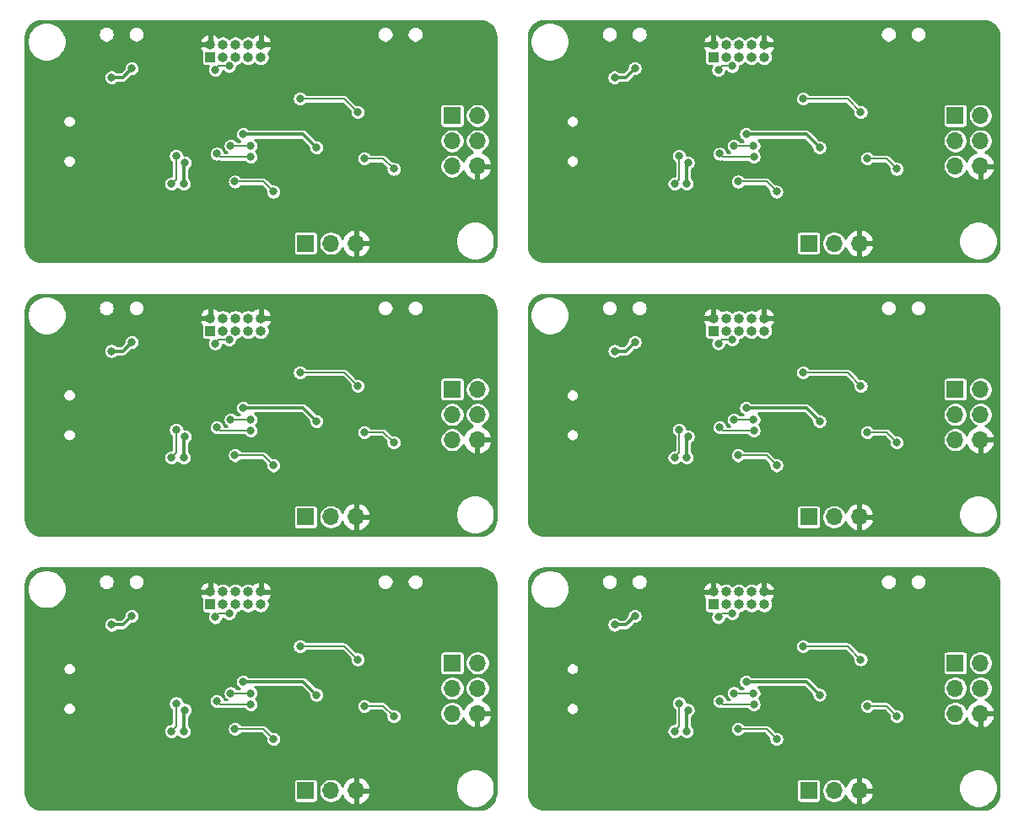
<source format=gbl>
%TF.GenerationSoftware,KiCad,Pcbnew,(5.1.10-1-10_14)*%
%TF.CreationDate,2021-09-22T15:07:09-04:00*%
%TF.ProjectId,pannel,70616e6e-656c-42e6-9b69-6361645f7063,rev?*%
%TF.SameCoordinates,Original*%
%TF.FileFunction,Copper,L2,Bot*%
%TF.FilePolarity,Positive*%
%FSLAX46Y46*%
G04 Gerber Fmt 4.6, Leading zero omitted, Abs format (unit mm)*
G04 Created by KiCad (PCBNEW (5.1.10-1-10_14)) date 2021-09-22 15:07:09*
%MOMM*%
%LPD*%
G01*
G04 APERTURE LIST*
%TA.AperFunction,ComponentPad*%
%ADD10R,1.700000X1.700000*%
%TD*%
%TA.AperFunction,ComponentPad*%
%ADD11O,1.700000X1.700000*%
%TD*%
%TA.AperFunction,ComponentPad*%
%ADD12O,1.000000X1.000000*%
%TD*%
%TA.AperFunction,ComponentPad*%
%ADD13R,1.000000X1.000000*%
%TD*%
%TA.AperFunction,ViaPad*%
%ADD14C,0.800000*%
%TD*%
%TA.AperFunction,Conductor*%
%ADD15C,0.304800*%
%TD*%
%TA.AperFunction,Conductor*%
%ADD16C,0.152400*%
%TD*%
%TA.AperFunction,NonConductor*%
%ADD17C,0.254000*%
%TD*%
%TA.AperFunction,NonConductor*%
%ADD18C,0.150000*%
%TD*%
G04 APERTURE END LIST*
D10*
%TO.P,J3,1*%
%TO.N,N/C*%
X79000000Y2250000D03*
D11*
%TO.P,J3,2*%
X81540000Y2250000D03*
%TO.P,J3,3*%
X84080000Y2250000D03*
%TD*%
D12*
%TO.P,JPROG1,10*%
%TO.N,N/C*%
X74503000Y22225000D03*
%TO.P,JPROG1,9*%
X74503000Y20955000D03*
%TO.P,JPROG1,8*%
X73233000Y22225000D03*
%TO.P,JPROG1,7*%
X73233000Y20955000D03*
%TO.P,JPROG1,6*%
X71963000Y22225000D03*
%TO.P,JPROG1,5*%
X71963000Y20955000D03*
%TO.P,JPROG1,4*%
X70693000Y22225000D03*
%TO.P,JPROG1,3*%
X70693000Y20955000D03*
%TO.P,JPROG1,2*%
X69423000Y22225000D03*
D13*
%TO.P,JPROG1,1*%
X69423000Y20955000D03*
%TD*%
D10*
%TO.P,J2,1*%
%TO.N,N/C*%
X93710000Y15080000D03*
D11*
%TO.P,J2,2*%
X96250000Y15080000D03*
%TO.P,J2,3*%
X93710000Y12540000D03*
%TO.P,J2,4*%
X96250000Y12540000D03*
%TO.P,J2,5*%
X93710000Y10000000D03*
%TO.P,J2,6*%
X96250000Y10000000D03*
%TD*%
D10*
%TO.P,J3,1*%
%TO.N,N/C*%
X79000000Y29750000D03*
D11*
%TO.P,J3,2*%
X81540000Y29750000D03*
%TO.P,J3,3*%
X84080000Y29750000D03*
%TD*%
D12*
%TO.P,JPROG1,10*%
%TO.N,N/C*%
X74503000Y49725000D03*
%TO.P,JPROG1,9*%
X74503000Y48455000D03*
%TO.P,JPROG1,8*%
X73233000Y49725000D03*
%TO.P,JPROG1,7*%
X73233000Y48455000D03*
%TO.P,JPROG1,6*%
X71963000Y49725000D03*
%TO.P,JPROG1,5*%
X71963000Y48455000D03*
%TO.P,JPROG1,4*%
X70693000Y49725000D03*
%TO.P,JPROG1,3*%
X70693000Y48455000D03*
%TO.P,JPROG1,2*%
X69423000Y49725000D03*
D13*
%TO.P,JPROG1,1*%
X69423000Y48455000D03*
%TD*%
D10*
%TO.P,J2,1*%
%TO.N,N/C*%
X93710000Y42580000D03*
D11*
%TO.P,J2,2*%
X96250000Y42580000D03*
%TO.P,J2,3*%
X93710000Y40040000D03*
%TO.P,J2,4*%
X96250000Y40040000D03*
%TO.P,J2,5*%
X93710000Y37500000D03*
%TO.P,J2,6*%
X96250000Y37500000D03*
%TD*%
D10*
%TO.P,J3,1*%
%TO.N,N/C*%
X79000000Y57250000D03*
D11*
%TO.P,J3,2*%
X81540000Y57250000D03*
%TO.P,J3,3*%
X84080000Y57250000D03*
%TD*%
D12*
%TO.P,JPROG1,10*%
%TO.N,N/C*%
X74503000Y77225000D03*
%TO.P,JPROG1,9*%
X74503000Y75955000D03*
%TO.P,JPROG1,8*%
X73233000Y77225000D03*
%TO.P,JPROG1,7*%
X73233000Y75955000D03*
%TO.P,JPROG1,6*%
X71963000Y77225000D03*
%TO.P,JPROG1,5*%
X71963000Y75955000D03*
%TO.P,JPROG1,4*%
X70693000Y77225000D03*
%TO.P,JPROG1,3*%
X70693000Y75955000D03*
%TO.P,JPROG1,2*%
X69423000Y77225000D03*
D13*
%TO.P,JPROG1,1*%
X69423000Y75955000D03*
%TD*%
D10*
%TO.P,J2,1*%
%TO.N,N/C*%
X93710000Y70080000D03*
D11*
%TO.P,J2,2*%
X96250000Y70080000D03*
%TO.P,J2,3*%
X93710000Y67540000D03*
%TO.P,J2,4*%
X96250000Y67540000D03*
%TO.P,J2,5*%
X93710000Y65000000D03*
%TO.P,J2,6*%
X96250000Y65000000D03*
%TD*%
D10*
%TO.P,J3,1*%
%TO.N,N/C*%
X28500000Y57250000D03*
D11*
%TO.P,J3,2*%
X31040000Y57250000D03*
%TO.P,J3,3*%
X33580000Y57250000D03*
%TD*%
D12*
%TO.P,JPROG1,10*%
%TO.N,N/C*%
X24003000Y77225000D03*
%TO.P,JPROG1,9*%
X24003000Y75955000D03*
%TO.P,JPROG1,8*%
X22733000Y77225000D03*
%TO.P,JPROG1,7*%
X22733000Y75955000D03*
%TO.P,JPROG1,6*%
X21463000Y77225000D03*
%TO.P,JPROG1,5*%
X21463000Y75955000D03*
%TO.P,JPROG1,4*%
X20193000Y77225000D03*
%TO.P,JPROG1,3*%
X20193000Y75955000D03*
%TO.P,JPROG1,2*%
X18923000Y77225000D03*
D13*
%TO.P,JPROG1,1*%
X18923000Y75955000D03*
%TD*%
D10*
%TO.P,J2,1*%
%TO.N,N/C*%
X43210000Y70080000D03*
D11*
%TO.P,J2,2*%
X45750000Y70080000D03*
%TO.P,J2,3*%
X43210000Y67540000D03*
%TO.P,J2,4*%
X45750000Y67540000D03*
%TO.P,J2,5*%
X43210000Y65000000D03*
%TO.P,J2,6*%
X45750000Y65000000D03*
%TD*%
D10*
%TO.P,J3,1*%
%TO.N,N/C*%
X28500000Y29750000D03*
D11*
%TO.P,J3,2*%
X31040000Y29750000D03*
%TO.P,J3,3*%
X33580000Y29750000D03*
%TD*%
D12*
%TO.P,JPROG1,10*%
%TO.N,N/C*%
X24003000Y49725000D03*
%TO.P,JPROG1,9*%
X24003000Y48455000D03*
%TO.P,JPROG1,8*%
X22733000Y49725000D03*
%TO.P,JPROG1,7*%
X22733000Y48455000D03*
%TO.P,JPROG1,6*%
X21463000Y49725000D03*
%TO.P,JPROG1,5*%
X21463000Y48455000D03*
%TO.P,JPROG1,4*%
X20193000Y49725000D03*
%TO.P,JPROG1,3*%
X20193000Y48455000D03*
%TO.P,JPROG1,2*%
X18923000Y49725000D03*
D13*
%TO.P,JPROG1,1*%
X18923000Y48455000D03*
%TD*%
D10*
%TO.P,J2,1*%
%TO.N,N/C*%
X43210000Y42580000D03*
D11*
%TO.P,J2,2*%
X45750000Y42580000D03*
%TO.P,J2,3*%
X43210000Y40040000D03*
%TO.P,J2,4*%
X45750000Y40040000D03*
%TO.P,J2,5*%
X43210000Y37500000D03*
%TO.P,J2,6*%
X45750000Y37500000D03*
%TD*%
D10*
%TO.P,J3,1*%
%TO.N,N/C*%
X28500000Y2250000D03*
D11*
%TO.P,J3,2*%
X31040000Y2250000D03*
%TO.P,J3,3*%
X33580000Y2250000D03*
%TD*%
D12*
%TO.P,JPROG1,10*%
%TO.N,N/C*%
X24003000Y22225000D03*
%TO.P,JPROG1,9*%
X24003000Y20955000D03*
%TO.P,JPROG1,8*%
X22733000Y22225000D03*
%TO.P,JPROG1,7*%
X22733000Y20955000D03*
%TO.P,JPROG1,6*%
X21463000Y22225000D03*
%TO.P,JPROG1,5*%
X21463000Y20955000D03*
%TO.P,JPROG1,4*%
X20193000Y22225000D03*
%TO.P,JPROG1,3*%
X20193000Y20955000D03*
%TO.P,JPROG1,2*%
X18923000Y22225000D03*
D13*
%TO.P,JPROG1,1*%
X18923000Y20955000D03*
%TD*%
D10*
%TO.P,J2,1*%
%TO.N,N/C*%
X43210000Y15080000D03*
D11*
%TO.P,J2,2*%
X45750000Y15080000D03*
%TO.P,J2,3*%
X43210000Y12540000D03*
%TO.P,J2,4*%
X45750000Y12540000D03*
%TO.P,J2,5*%
X43210000Y10000000D03*
%TO.P,J2,6*%
X45750000Y10000000D03*
%TD*%
D14*
%TO.N,*%
X8826500Y2382000D03*
X8763000Y1048498D03*
X11675000Y13250000D03*
X19456400Y3708400D03*
X23977600Y1879600D03*
X15684500Y21421790D03*
X10058400Y23164800D03*
X4500000Y17500000D03*
X5500000Y17500000D03*
X6500000Y17500000D03*
X6500000Y7500000D03*
X1000000Y16500000D03*
X1000000Y8500000D03*
X1000000Y12500000D03*
X38000000Y23241000D03*
X17438386Y8127781D03*
X4500000Y7500000D03*
X33909562Y11817461D03*
X1000000Y15500000D03*
X1000000Y17500000D03*
X1000000Y9500000D03*
X29567062Y9737790D03*
X25865835Y8489407D03*
X5500000Y7500000D03*
X1000000Y7500000D03*
X22230282Y19497828D03*
X29591000Y11874500D03*
X16256000Y8213790D03*
X22225000Y13208000D03*
X16383000Y10347390D03*
X9017000Y18923000D03*
X11049000Y19812000D03*
X34388764Y10757140D03*
X37338000Y9721269D03*
X22987000Y10922000D03*
X19573563Y11242610D03*
X33718500Y15430500D03*
X27940000Y16764000D03*
X21399500Y8445500D03*
X25273000Y7429500D03*
X22961600Y12039600D03*
X20980400Y12039600D03*
X15494000Y11023600D03*
X15036800Y8229600D03*
X20819132Y20050587D03*
X19431000Y19685000D03*
X8826500Y29882000D03*
X8763000Y28548498D03*
X11675000Y40750000D03*
X19456400Y31208400D03*
X23977600Y29379600D03*
X15684500Y48921790D03*
X10058400Y50664800D03*
X4500000Y45000000D03*
X5500000Y45000000D03*
X6500000Y45000000D03*
X6500000Y35000000D03*
X1000000Y44000000D03*
X1000000Y36000000D03*
X1000000Y40000000D03*
X38000000Y50741000D03*
X17438386Y35627781D03*
X4500000Y35000000D03*
X33909562Y39317461D03*
X1000000Y43000000D03*
X1000000Y45000000D03*
X1000000Y37000000D03*
X29567062Y37237790D03*
X25865835Y35989407D03*
X5500000Y35000000D03*
X1000000Y35000000D03*
X22230282Y46997828D03*
X29591000Y39374500D03*
X16256000Y35713790D03*
X22225000Y40708000D03*
X16383000Y37847390D03*
X9017000Y46423000D03*
X11049000Y47312000D03*
X34388764Y38257140D03*
X37338000Y37221269D03*
X22987000Y38422000D03*
X19573563Y38742610D03*
X33718500Y42930500D03*
X27940000Y44264000D03*
X21399500Y35945500D03*
X25273000Y34929500D03*
X22961600Y39539600D03*
X20980400Y39539600D03*
X15494000Y38523600D03*
X15036800Y35729600D03*
X20819132Y47550587D03*
X19431000Y47185000D03*
X8826500Y57382000D03*
X8763000Y56048498D03*
X11675000Y68250000D03*
X19456400Y58708400D03*
X23977600Y56879600D03*
X15684500Y76421790D03*
X10058400Y78164800D03*
X4500000Y72500000D03*
X5500000Y72500000D03*
X6500000Y72500000D03*
X6500000Y62500000D03*
X1000000Y71500000D03*
X1000000Y63500000D03*
X1000000Y67500000D03*
X38000000Y78241000D03*
X17438386Y63127781D03*
X4500000Y62500000D03*
X33909562Y66817461D03*
X1000000Y70500000D03*
X1000000Y72500000D03*
X1000000Y64500000D03*
X29567062Y64737790D03*
X25865835Y63489407D03*
X5500000Y62500000D03*
X1000000Y62500000D03*
X22230282Y74497828D03*
X29591000Y66874500D03*
X16256000Y63213790D03*
X22225000Y68208000D03*
X16383000Y65347390D03*
X9017000Y73923000D03*
X11049000Y74812000D03*
X34388764Y65757140D03*
X37338000Y64721269D03*
X22987000Y65922000D03*
X19573563Y66242610D03*
X33718500Y70430500D03*
X27940000Y71764000D03*
X21399500Y63445500D03*
X25273000Y62429500D03*
X22961600Y67039600D03*
X20980400Y67039600D03*
X15494000Y66023600D03*
X15036800Y63229600D03*
X20819132Y75050587D03*
X19431000Y74685000D03*
X59326500Y57382000D03*
X59263000Y56048498D03*
X62175000Y68250000D03*
X69956400Y58708400D03*
X74477600Y56879600D03*
X66184500Y76421790D03*
X60558400Y78164800D03*
X55000000Y72500000D03*
X56000000Y72500000D03*
X57000000Y72500000D03*
X57000000Y62500000D03*
X51500000Y71500000D03*
X51500000Y63500000D03*
X51500000Y67500000D03*
X88500000Y78241000D03*
X67938386Y63127781D03*
X55000000Y62500000D03*
X84409562Y66817461D03*
X51500000Y70500000D03*
X51500000Y72500000D03*
X51500000Y64500000D03*
X80067062Y64737790D03*
X76365835Y63489407D03*
X56000000Y62500000D03*
X51500000Y62500000D03*
X72730282Y74497828D03*
X80091000Y66874500D03*
X66756000Y63213790D03*
X72725000Y68208000D03*
X66883000Y65347390D03*
X59517000Y73923000D03*
X61549000Y74812000D03*
X84888764Y65757140D03*
X87838000Y64721269D03*
X73487000Y65922000D03*
X70073563Y66242610D03*
X84218500Y70430500D03*
X78440000Y71764000D03*
X71899500Y63445500D03*
X75773000Y62429500D03*
X73461600Y67039600D03*
X71480400Y67039600D03*
X65994000Y66023600D03*
X65536800Y63229600D03*
X71319132Y75050587D03*
X69931000Y74685000D03*
X59326500Y29882000D03*
X59263000Y28548498D03*
X62175000Y40750000D03*
X69956400Y31208400D03*
X74477600Y29379600D03*
X66184500Y48921790D03*
X60558400Y50664800D03*
X55000000Y45000000D03*
X56000000Y45000000D03*
X57000000Y45000000D03*
X57000000Y35000000D03*
X51500000Y44000000D03*
X51500000Y36000000D03*
X51500000Y40000000D03*
X88500000Y50741000D03*
X67938386Y35627781D03*
X55000000Y35000000D03*
X84409562Y39317461D03*
X51500000Y43000000D03*
X51500000Y45000000D03*
X51500000Y37000000D03*
X80067062Y37237790D03*
X76365835Y35989407D03*
X56000000Y35000000D03*
X51500000Y35000000D03*
X72730282Y46997828D03*
X80091000Y39374500D03*
X66756000Y35713790D03*
X72725000Y40708000D03*
X66883000Y37847390D03*
X59517000Y46423000D03*
X61549000Y47312000D03*
X84888764Y38257140D03*
X87838000Y37221269D03*
X73487000Y38422000D03*
X70073563Y38742610D03*
X84218500Y42930500D03*
X78440000Y44264000D03*
X71899500Y35945500D03*
X75773000Y34929500D03*
X73461600Y39539600D03*
X71480400Y39539600D03*
X65994000Y38523600D03*
X65536800Y35729600D03*
X71319132Y47550587D03*
X69931000Y47185000D03*
X59326500Y2382000D03*
X59263000Y1048498D03*
X62175000Y13250000D03*
X69956400Y3708400D03*
X74477600Y1879600D03*
X66184500Y21421790D03*
X60558400Y23164800D03*
X55000000Y17500000D03*
X56000000Y17500000D03*
X57000000Y17500000D03*
X57000000Y7500000D03*
X51500000Y16500000D03*
X51500000Y8500000D03*
X51500000Y12500000D03*
X88500000Y23241000D03*
X67938386Y8127781D03*
X55000000Y7500000D03*
X84409562Y11817461D03*
X51500000Y15500000D03*
X51500000Y17500000D03*
X51500000Y9500000D03*
X80067062Y9737790D03*
X76365835Y8489407D03*
X56000000Y7500000D03*
X51500000Y7500000D03*
X72730282Y19497828D03*
X80091000Y11874500D03*
X66756000Y8213790D03*
X72725000Y13208000D03*
X66883000Y10347390D03*
X59517000Y18923000D03*
X61549000Y19812000D03*
X84888764Y10757140D03*
X87838000Y9721269D03*
X73487000Y10922000D03*
X70073563Y11242610D03*
X84218500Y15430500D03*
X78440000Y16764000D03*
X71899500Y8445500D03*
X75773000Y7429500D03*
X73461600Y12039600D03*
X71480400Y12039600D03*
X65994000Y11023600D03*
X65536800Y8229600D03*
X71319132Y20050587D03*
X69931000Y19685000D03*
%TD*%
D15*
%TO.N,*%
X16256000Y8213790D02*
X16256000Y10223500D01*
X22225000Y13208000D02*
X28257500Y13208000D01*
X28257500Y13208000D02*
X29591000Y11874500D01*
D16*
X16379890Y10347390D02*
X16383000Y10347390D01*
X16256000Y10223500D02*
X16379890Y10347390D01*
D15*
X10160000Y18923000D02*
X11049000Y19812000D01*
X9017000Y18923000D02*
X10160000Y18923000D01*
D16*
X37338000Y9721269D02*
X36302129Y10757140D01*
X36302129Y10757140D02*
X34388764Y10757140D01*
X19894173Y10922000D02*
X19573563Y11242610D01*
X22987000Y10922000D02*
X19894173Y10922000D01*
X32385000Y16764000D02*
X33718500Y15430500D01*
X27940000Y16764000D02*
X32385000Y16764000D01*
X24257000Y8445500D02*
X25273000Y7429500D01*
X21399500Y8445500D02*
X24257000Y8445500D01*
X22961600Y12039600D02*
X20980400Y12039600D01*
X15494000Y8686800D02*
X15036800Y8229600D01*
X15494000Y11023600D02*
X15494000Y8686800D01*
X19796587Y20050587D02*
X19431000Y19685000D01*
X20819132Y20050587D02*
X19796587Y20050587D01*
D15*
X16256000Y35713790D02*
X16256000Y37723500D01*
X22225000Y40708000D02*
X28257500Y40708000D01*
X28257500Y40708000D02*
X29591000Y39374500D01*
D16*
X16379890Y37847390D02*
X16383000Y37847390D01*
X16256000Y37723500D02*
X16379890Y37847390D01*
D15*
X10160000Y46423000D02*
X11049000Y47312000D01*
X9017000Y46423000D02*
X10160000Y46423000D01*
D16*
X37338000Y37221269D02*
X36302129Y38257140D01*
X36302129Y38257140D02*
X34388764Y38257140D01*
X19894173Y38422000D02*
X19573563Y38742610D01*
X22987000Y38422000D02*
X19894173Y38422000D01*
X32385000Y44264000D02*
X33718500Y42930500D01*
X27940000Y44264000D02*
X32385000Y44264000D01*
X24257000Y35945500D02*
X25273000Y34929500D01*
X21399500Y35945500D02*
X24257000Y35945500D01*
X22961600Y39539600D02*
X20980400Y39539600D01*
X15494000Y36186800D02*
X15036800Y35729600D01*
X15494000Y38523600D02*
X15494000Y36186800D01*
X19796587Y47550587D02*
X19431000Y47185000D01*
X20819132Y47550587D02*
X19796587Y47550587D01*
D15*
X16256000Y63213790D02*
X16256000Y65223500D01*
X22225000Y68208000D02*
X28257500Y68208000D01*
X28257500Y68208000D02*
X29591000Y66874500D01*
D16*
X16379890Y65347390D02*
X16383000Y65347390D01*
X16256000Y65223500D02*
X16379890Y65347390D01*
D15*
X10160000Y73923000D02*
X11049000Y74812000D01*
X9017000Y73923000D02*
X10160000Y73923000D01*
D16*
X37338000Y64721269D02*
X36302129Y65757140D01*
X36302129Y65757140D02*
X34388764Y65757140D01*
X19894173Y65922000D02*
X19573563Y66242610D01*
X22987000Y65922000D02*
X19894173Y65922000D01*
X32385000Y71764000D02*
X33718500Y70430500D01*
X27940000Y71764000D02*
X32385000Y71764000D01*
X24257000Y63445500D02*
X25273000Y62429500D01*
X21399500Y63445500D02*
X24257000Y63445500D01*
X22961600Y67039600D02*
X20980400Y67039600D01*
X15494000Y63686800D02*
X15036800Y63229600D01*
X15494000Y66023600D02*
X15494000Y63686800D01*
X19796587Y75050587D02*
X19431000Y74685000D01*
X20819132Y75050587D02*
X19796587Y75050587D01*
D15*
X66756000Y63213790D02*
X66756000Y65223500D01*
X72725000Y68208000D02*
X78757500Y68208000D01*
X78757500Y68208000D02*
X80091000Y66874500D01*
D16*
X66879890Y65347390D02*
X66883000Y65347390D01*
X66756000Y65223500D02*
X66879890Y65347390D01*
D15*
X60660000Y73923000D02*
X61549000Y74812000D01*
X59517000Y73923000D02*
X60660000Y73923000D01*
D16*
X87838000Y64721269D02*
X86802129Y65757140D01*
X86802129Y65757140D02*
X84888764Y65757140D01*
X70394173Y65922000D02*
X70073563Y66242610D01*
X73487000Y65922000D02*
X70394173Y65922000D01*
X82885000Y71764000D02*
X84218500Y70430500D01*
X78440000Y71764000D02*
X82885000Y71764000D01*
X74757000Y63445500D02*
X75773000Y62429500D01*
X71899500Y63445500D02*
X74757000Y63445500D01*
X73461600Y67039600D02*
X71480400Y67039600D01*
X65994000Y63686800D02*
X65536800Y63229600D01*
X65994000Y66023600D02*
X65994000Y63686800D01*
X70296587Y75050587D02*
X69931000Y74685000D01*
X71319132Y75050587D02*
X70296587Y75050587D01*
D15*
X66756000Y35713790D02*
X66756000Y37723500D01*
X72725000Y40708000D02*
X78757500Y40708000D01*
X78757500Y40708000D02*
X80091000Y39374500D01*
D16*
X66879890Y37847390D02*
X66883000Y37847390D01*
X66756000Y37723500D02*
X66879890Y37847390D01*
D15*
X60660000Y46423000D02*
X61549000Y47312000D01*
X59517000Y46423000D02*
X60660000Y46423000D01*
D16*
X87838000Y37221269D02*
X86802129Y38257140D01*
X86802129Y38257140D02*
X84888764Y38257140D01*
X70394173Y38422000D02*
X70073563Y38742610D01*
X73487000Y38422000D02*
X70394173Y38422000D01*
X82885000Y44264000D02*
X84218500Y42930500D01*
X78440000Y44264000D02*
X82885000Y44264000D01*
X74757000Y35945500D02*
X75773000Y34929500D01*
X71899500Y35945500D02*
X74757000Y35945500D01*
X73461600Y39539600D02*
X71480400Y39539600D01*
X65994000Y36186800D02*
X65536800Y35729600D01*
X65994000Y38523600D02*
X65994000Y36186800D01*
X70296587Y47550587D02*
X69931000Y47185000D01*
X71319132Y47550587D02*
X70296587Y47550587D01*
D15*
X66756000Y8213790D02*
X66756000Y10223500D01*
X72725000Y13208000D02*
X78757500Y13208000D01*
X78757500Y13208000D02*
X80091000Y11874500D01*
D16*
X66879890Y10347390D02*
X66883000Y10347390D01*
X66756000Y10223500D02*
X66879890Y10347390D01*
D15*
X60660000Y18923000D02*
X61549000Y19812000D01*
X59517000Y18923000D02*
X60660000Y18923000D01*
D16*
X87838000Y9721269D02*
X86802129Y10757140D01*
X86802129Y10757140D02*
X84888764Y10757140D01*
X70394173Y10922000D02*
X70073563Y11242610D01*
X73487000Y10922000D02*
X70394173Y10922000D01*
X82885000Y16764000D02*
X84218500Y15430500D01*
X78440000Y16764000D02*
X82885000Y16764000D01*
X74757000Y8445500D02*
X75773000Y7429500D01*
X71899500Y8445500D02*
X74757000Y8445500D01*
X73461600Y12039600D02*
X71480400Y12039600D01*
X65994000Y8686800D02*
X65536800Y8229600D01*
X65994000Y11023600D02*
X65994000Y8686800D01*
X70296587Y20050587D02*
X69931000Y19685000D01*
X71319132Y20050587D02*
X70296587Y20050587D01*
%TD*%
D17*
X46309229Y24561733D02*
X46606688Y24471925D01*
X46881028Y24326055D01*
X47121813Y24129675D01*
X47319873Y23890264D01*
X47467654Y23616947D01*
X47559535Y23320128D01*
X47594001Y22992208D01*
X47594000Y2019854D01*
X47561733Y1690770D01*
X47471926Y1393316D01*
X47326056Y1118975D01*
X47129675Y878187D01*
X46890265Y680129D01*
X46616948Y532346D01*
X46320128Y440465D01*
X45992218Y406000D01*
X2019854Y406000D01*
X1690770Y438267D01*
X1393316Y528074D01*
X1118975Y673944D01*
X878187Y870325D01*
X680129Y1109735D01*
X532346Y1383052D01*
X440465Y1679872D01*
X406000Y2007782D01*
X406000Y3100000D01*
X27267157Y3100000D01*
X27267157Y1400000D01*
X27274513Y1325311D01*
X27296299Y1253492D01*
X27331678Y1187304D01*
X27379289Y1129289D01*
X27437304Y1081678D01*
X27503492Y1046299D01*
X27575311Y1024513D01*
X27650000Y1017157D01*
X29350000Y1017157D01*
X29424689Y1024513D01*
X29496508Y1046299D01*
X29562696Y1081678D01*
X29620711Y1129289D01*
X29668322Y1187304D01*
X29703701Y1253492D01*
X29725487Y1325311D01*
X29732843Y1400000D01*
X29732843Y2371243D01*
X29809000Y2371243D01*
X29809000Y2128757D01*
X29856307Y1890931D01*
X29949102Y1666903D01*
X30083820Y1465283D01*
X30255283Y1293820D01*
X30456903Y1159102D01*
X30680931Y1066307D01*
X30918757Y1019000D01*
X31161243Y1019000D01*
X31399069Y1066307D01*
X31623097Y1159102D01*
X31824717Y1293820D01*
X31996180Y1465283D01*
X32130898Y1666903D01*
X32178228Y1781168D01*
X32235843Y1618748D01*
X32384822Y1368645D01*
X32579731Y1152412D01*
X32813080Y978359D01*
X33075901Y853175D01*
X33223110Y808524D01*
X33453000Y929845D01*
X33453000Y2123000D01*
X33707000Y2123000D01*
X33707000Y929845D01*
X33936890Y808524D01*
X34084099Y853175D01*
X34346920Y978359D01*
X34580269Y1152412D01*
X34775178Y1368645D01*
X34924157Y1618748D01*
X35021481Y1893109D01*
X34900814Y2123000D01*
X33707000Y2123000D01*
X33453000Y2123000D01*
X33433000Y2123000D01*
X33433000Y2377000D01*
X33453000Y2377000D01*
X33453000Y3570155D01*
X33707000Y3570155D01*
X33707000Y2377000D01*
X34900814Y2377000D01*
X35021481Y2606891D01*
X34990187Y2695111D01*
X43519000Y2695111D01*
X43519000Y2304889D01*
X43595129Y1922164D01*
X43744461Y1561645D01*
X43961257Y1237186D01*
X44237186Y961257D01*
X44561645Y744461D01*
X44922164Y595129D01*
X45304889Y519000D01*
X45695111Y519000D01*
X46077836Y595129D01*
X46438355Y744461D01*
X46762814Y961257D01*
X47038743Y1237186D01*
X47255539Y1561645D01*
X47404871Y1922164D01*
X47481000Y2304889D01*
X47481000Y2695111D01*
X47404871Y3077836D01*
X47255539Y3438355D01*
X47038743Y3762814D01*
X46762814Y4038743D01*
X46438355Y4255539D01*
X46077836Y4404871D01*
X45695111Y4481000D01*
X45304889Y4481000D01*
X44922164Y4404871D01*
X44561645Y4255539D01*
X44237186Y4038743D01*
X43961257Y3762814D01*
X43744461Y3438355D01*
X43595129Y3077836D01*
X43519000Y2695111D01*
X34990187Y2695111D01*
X34924157Y2881252D01*
X34775178Y3131355D01*
X34580269Y3347588D01*
X34346920Y3521641D01*
X34084099Y3646825D01*
X33936890Y3691476D01*
X33707000Y3570155D01*
X33453000Y3570155D01*
X33223110Y3691476D01*
X33075901Y3646825D01*
X32813080Y3521641D01*
X32579731Y3347588D01*
X32384822Y3131355D01*
X32235843Y2881252D01*
X32178228Y2718832D01*
X32130898Y2833097D01*
X31996180Y3034717D01*
X31824717Y3206180D01*
X31623097Y3340898D01*
X31399069Y3433693D01*
X31161243Y3481000D01*
X30918757Y3481000D01*
X30680931Y3433693D01*
X30456903Y3340898D01*
X30255283Y3206180D01*
X30083820Y3034717D01*
X29949102Y2833097D01*
X29856307Y2609069D01*
X29809000Y2371243D01*
X29732843Y2371243D01*
X29732843Y3100000D01*
X29725487Y3174689D01*
X29703701Y3246508D01*
X29668322Y3312696D01*
X29620711Y3370711D01*
X29562696Y3418322D01*
X29496508Y3453701D01*
X29424689Y3475487D01*
X29350000Y3482843D01*
X27650000Y3482843D01*
X27575311Y3475487D01*
X27503492Y3453701D01*
X27437304Y3418322D01*
X27379289Y3370711D01*
X27331678Y3312696D01*
X27296299Y3246508D01*
X27274513Y3174689D01*
X27267157Y3100000D01*
X406000Y3100000D01*
X406000Y8306522D01*
X14255800Y8306522D01*
X14255800Y8152678D01*
X14285813Y8001791D01*
X14344687Y7859658D01*
X14430158Y7731741D01*
X14538941Y7622958D01*
X14666858Y7537487D01*
X14808991Y7478613D01*
X14959878Y7448600D01*
X15113722Y7448600D01*
X15264609Y7478613D01*
X15406742Y7537487D01*
X15534659Y7622958D01*
X15640656Y7728955D01*
X15649358Y7715931D01*
X15758141Y7607148D01*
X15886058Y7521677D01*
X16028191Y7462803D01*
X16179078Y7432790D01*
X16332922Y7432790D01*
X16483809Y7462803D01*
X16625942Y7521677D01*
X16753859Y7607148D01*
X16862642Y7715931D01*
X16948113Y7843848D01*
X17006987Y7985981D01*
X17037000Y8136868D01*
X17037000Y8290712D01*
X17006987Y8441599D01*
X16973509Y8522422D01*
X20618500Y8522422D01*
X20618500Y8368578D01*
X20648513Y8217691D01*
X20707387Y8075558D01*
X20792858Y7947641D01*
X20901641Y7838858D01*
X21029558Y7753387D01*
X21171691Y7694513D01*
X21322578Y7664500D01*
X21476422Y7664500D01*
X21627309Y7694513D01*
X21769442Y7753387D01*
X21897359Y7838858D01*
X22006142Y7947641D01*
X22033309Y7988300D01*
X24067623Y7988300D01*
X24501540Y7554383D01*
X24492000Y7506422D01*
X24492000Y7352578D01*
X24522013Y7201691D01*
X24580887Y7059558D01*
X24666358Y6931641D01*
X24775141Y6822858D01*
X24903058Y6737387D01*
X25045191Y6678513D01*
X25196078Y6648500D01*
X25349922Y6648500D01*
X25500809Y6678513D01*
X25642942Y6737387D01*
X25770859Y6822858D01*
X25879642Y6931641D01*
X25965113Y7059558D01*
X26023987Y7201691D01*
X26054000Y7352578D01*
X26054000Y7506422D01*
X26023987Y7657309D01*
X25965113Y7799442D01*
X25879642Y7927359D01*
X25770859Y8036142D01*
X25642942Y8121613D01*
X25500809Y8180487D01*
X25349922Y8210500D01*
X25196078Y8210500D01*
X25148117Y8200960D01*
X24596174Y8752903D01*
X24581853Y8770353D01*
X24512236Y8827487D01*
X24432809Y8869941D01*
X24346627Y8896085D01*
X24279460Y8902700D01*
X24279450Y8902700D01*
X24257000Y8904911D01*
X24234550Y8902700D01*
X22033309Y8902700D01*
X22006142Y8943359D01*
X21897359Y9052142D01*
X21769442Y9137613D01*
X21627309Y9196487D01*
X21476422Y9226500D01*
X21322578Y9226500D01*
X21171691Y9196487D01*
X21029558Y9137613D01*
X20901641Y9052142D01*
X20792858Y8943359D01*
X20707387Y8815442D01*
X20648513Y8673309D01*
X20618500Y8522422D01*
X16973509Y8522422D01*
X16948113Y8583732D01*
X16862642Y8711649D01*
X16789400Y8784891D01*
X16789400Y9679637D01*
X16880859Y9740748D01*
X16989642Y9849531D01*
X17075113Y9977448D01*
X17133987Y10119581D01*
X17164000Y10270468D01*
X17164000Y10424312D01*
X17133987Y10575199D01*
X17075113Y10717332D01*
X16989642Y10845249D01*
X16880859Y10954032D01*
X16752942Y11039503D01*
X16610809Y11098377D01*
X16459922Y11128390D01*
X16306078Y11128390D01*
X16270851Y11121383D01*
X16244987Y11251409D01*
X16216770Y11319532D01*
X18792563Y11319532D01*
X18792563Y11165688D01*
X18822576Y11014801D01*
X18881450Y10872668D01*
X18966921Y10744751D01*
X19075704Y10635968D01*
X19203621Y10550497D01*
X19345754Y10491623D01*
X19496641Y10461610D01*
X19650485Y10461610D01*
X19763056Y10484001D01*
X19804546Y10471415D01*
X19871713Y10464800D01*
X19871722Y10464800D01*
X19894172Y10462589D01*
X19916622Y10464800D01*
X22353191Y10464800D01*
X22380358Y10424141D01*
X22489141Y10315358D01*
X22617058Y10229887D01*
X22759191Y10171013D01*
X22910078Y10141000D01*
X23063922Y10141000D01*
X23214809Y10171013D01*
X23356942Y10229887D01*
X23484859Y10315358D01*
X23593642Y10424141D01*
X23679113Y10552058D01*
X23737987Y10694191D01*
X23765808Y10834062D01*
X33607764Y10834062D01*
X33607764Y10680218D01*
X33637777Y10529331D01*
X33696651Y10387198D01*
X33782122Y10259281D01*
X33890905Y10150498D01*
X34018822Y10065027D01*
X34160955Y10006153D01*
X34311842Y9976140D01*
X34465686Y9976140D01*
X34616573Y10006153D01*
X34758706Y10065027D01*
X34886623Y10150498D01*
X34995406Y10259281D01*
X35022573Y10299940D01*
X36112752Y10299940D01*
X36566540Y9846152D01*
X36557000Y9798191D01*
X36557000Y9644347D01*
X36587013Y9493460D01*
X36645887Y9351327D01*
X36731358Y9223410D01*
X36840141Y9114627D01*
X36968058Y9029156D01*
X37110191Y8970282D01*
X37261078Y8940269D01*
X37414922Y8940269D01*
X37565809Y8970282D01*
X37707942Y9029156D01*
X37835859Y9114627D01*
X37944642Y9223410D01*
X38030113Y9351327D01*
X38088987Y9493460D01*
X38119000Y9644347D01*
X38119000Y9798191D01*
X38088987Y9949078D01*
X38030113Y10091211D01*
X38010047Y10121243D01*
X41979000Y10121243D01*
X41979000Y9878757D01*
X42026307Y9640931D01*
X42119102Y9416903D01*
X42253820Y9215283D01*
X42425283Y9043820D01*
X42626903Y8909102D01*
X42850931Y8816307D01*
X43088757Y8769000D01*
X43331243Y8769000D01*
X43569069Y8816307D01*
X43793097Y8909102D01*
X43994717Y9043820D01*
X44166180Y9215283D01*
X44300898Y9416903D01*
X44344909Y9523154D01*
X44353175Y9495901D01*
X44478359Y9233080D01*
X44652412Y8999731D01*
X44868645Y8804822D01*
X45118748Y8655843D01*
X45393109Y8558519D01*
X45623000Y8679186D01*
X45623000Y9873000D01*
X45877000Y9873000D01*
X45877000Y8679186D01*
X46106891Y8558519D01*
X46381252Y8655843D01*
X46631355Y8804822D01*
X46847588Y8999731D01*
X47021641Y9233080D01*
X47146825Y9495901D01*
X47191476Y9643110D01*
X47070155Y9873000D01*
X45877000Y9873000D01*
X45623000Y9873000D01*
X45603000Y9873000D01*
X45603000Y10127000D01*
X45623000Y10127000D01*
X45623000Y10147000D01*
X45877000Y10147000D01*
X45877000Y10127000D01*
X47070155Y10127000D01*
X47191476Y10356890D01*
X47146825Y10504099D01*
X47021641Y10766920D01*
X46847588Y11000269D01*
X46631355Y11195178D01*
X46381252Y11344157D01*
X46218832Y11401772D01*
X46333097Y11449102D01*
X46534717Y11583820D01*
X46706180Y11755283D01*
X46840898Y11956903D01*
X46933693Y12180931D01*
X46981000Y12418757D01*
X46981000Y12661243D01*
X46933693Y12899069D01*
X46840898Y13123097D01*
X46706180Y13324717D01*
X46534717Y13496180D01*
X46333097Y13630898D01*
X46109069Y13723693D01*
X45871243Y13771000D01*
X45628757Y13771000D01*
X45390931Y13723693D01*
X45166903Y13630898D01*
X44965283Y13496180D01*
X44793820Y13324717D01*
X44659102Y13123097D01*
X44566307Y12899069D01*
X44519000Y12661243D01*
X44519000Y12418757D01*
X44566307Y12180931D01*
X44659102Y11956903D01*
X44793820Y11755283D01*
X44965283Y11583820D01*
X45166903Y11449102D01*
X45281168Y11401772D01*
X45118748Y11344157D01*
X44868645Y11195178D01*
X44652412Y11000269D01*
X44478359Y10766920D01*
X44353175Y10504099D01*
X44344909Y10476846D01*
X44300898Y10583097D01*
X44166180Y10784717D01*
X43994717Y10956180D01*
X43793097Y11090898D01*
X43569069Y11183693D01*
X43331243Y11231000D01*
X43088757Y11231000D01*
X42850931Y11183693D01*
X42626903Y11090898D01*
X42425283Y10956180D01*
X42253820Y10784717D01*
X42119102Y10583097D01*
X42026307Y10359069D01*
X41979000Y10121243D01*
X38010047Y10121243D01*
X37944642Y10219128D01*
X37835859Y10327911D01*
X37707942Y10413382D01*
X37565809Y10472256D01*
X37414922Y10502269D01*
X37261078Y10502269D01*
X37213117Y10492729D01*
X36641303Y11064543D01*
X36626982Y11081993D01*
X36557365Y11139127D01*
X36477938Y11181581D01*
X36391756Y11207725D01*
X36324589Y11214340D01*
X36324579Y11214340D01*
X36302129Y11216551D01*
X36279679Y11214340D01*
X35022573Y11214340D01*
X34995406Y11254999D01*
X34886623Y11363782D01*
X34758706Y11449253D01*
X34616573Y11508127D01*
X34465686Y11538140D01*
X34311842Y11538140D01*
X34160955Y11508127D01*
X34018822Y11449253D01*
X33890905Y11363782D01*
X33782122Y11254999D01*
X33696651Y11127082D01*
X33637777Y10984949D01*
X33607764Y10834062D01*
X23765808Y10834062D01*
X23768000Y10845078D01*
X23768000Y10998922D01*
X23737987Y11149809D01*
X23679113Y11291942D01*
X23593642Y11419859D01*
X23520001Y11493500D01*
X23568242Y11541741D01*
X23653713Y11669658D01*
X23712587Y11811791D01*
X23742600Y11962678D01*
X23742600Y12116522D01*
X23712587Y12267409D01*
X23653713Y12409542D01*
X23568242Y12537459D01*
X23459459Y12646242D01*
X23417018Y12674600D01*
X28036559Y12674600D01*
X28810000Y11901159D01*
X28810000Y11797578D01*
X28840013Y11646691D01*
X28898887Y11504558D01*
X28984358Y11376641D01*
X29093141Y11267858D01*
X29221058Y11182387D01*
X29363191Y11123513D01*
X29514078Y11093500D01*
X29667922Y11093500D01*
X29818809Y11123513D01*
X29960942Y11182387D01*
X30088859Y11267858D01*
X30197642Y11376641D01*
X30283113Y11504558D01*
X30341987Y11646691D01*
X30372000Y11797578D01*
X30372000Y11951422D01*
X30341987Y12102309D01*
X30283113Y12244442D01*
X30197642Y12372359D01*
X30088859Y12481142D01*
X29960942Y12566613D01*
X29818809Y12625487D01*
X29667922Y12655500D01*
X29564341Y12655500D01*
X29558598Y12661243D01*
X41979000Y12661243D01*
X41979000Y12418757D01*
X42026307Y12180931D01*
X42119102Y11956903D01*
X42253820Y11755283D01*
X42425283Y11583820D01*
X42626903Y11449102D01*
X42850931Y11356307D01*
X43088757Y11309000D01*
X43331243Y11309000D01*
X43569069Y11356307D01*
X43793097Y11449102D01*
X43994717Y11583820D01*
X44166180Y11755283D01*
X44300898Y11956903D01*
X44393693Y12180931D01*
X44441000Y12418757D01*
X44441000Y12661243D01*
X44393693Y12899069D01*
X44300898Y13123097D01*
X44166180Y13324717D01*
X43994717Y13496180D01*
X43793097Y13630898D01*
X43569069Y13723693D01*
X43331243Y13771000D01*
X43088757Y13771000D01*
X42850931Y13723693D01*
X42626903Y13630898D01*
X42425283Y13496180D01*
X42253820Y13324717D01*
X42119102Y13123097D01*
X42026307Y12899069D01*
X41979000Y12661243D01*
X29558598Y12661243D01*
X28653196Y13566645D01*
X28636495Y13586995D01*
X28555275Y13653651D01*
X28462611Y13703181D01*
X28362065Y13733681D01*
X28283695Y13741400D01*
X28283687Y13741400D01*
X28257500Y13743979D01*
X28231313Y13741400D01*
X22796101Y13741400D01*
X22722859Y13814642D01*
X22594942Y13900113D01*
X22452809Y13958987D01*
X22301922Y13989000D01*
X22148078Y13989000D01*
X21997191Y13958987D01*
X21855058Y13900113D01*
X21727141Y13814642D01*
X21618358Y13705859D01*
X21532887Y13577942D01*
X21474013Y13435809D01*
X21444000Y13284922D01*
X21444000Y13131078D01*
X21474013Y12980191D01*
X21532887Y12838058D01*
X21618358Y12710141D01*
X21727141Y12601358D01*
X21855058Y12515887D01*
X21901138Y12496800D01*
X21614209Y12496800D01*
X21587042Y12537459D01*
X21478259Y12646242D01*
X21350342Y12731713D01*
X21208209Y12790587D01*
X21057322Y12820600D01*
X20903478Y12820600D01*
X20752591Y12790587D01*
X20610458Y12731713D01*
X20482541Y12646242D01*
X20373758Y12537459D01*
X20288287Y12409542D01*
X20229413Y12267409D01*
X20199400Y12116522D01*
X20199400Y11962678D01*
X20229413Y11811791D01*
X20288287Y11669658D01*
X20373758Y11541741D01*
X20482541Y11432958D01*
X20562996Y11379200D01*
X20342694Y11379200D01*
X20324550Y11470419D01*
X20265676Y11612552D01*
X20180205Y11740469D01*
X20071422Y11849252D01*
X19943505Y11934723D01*
X19801372Y11993597D01*
X19650485Y12023610D01*
X19496641Y12023610D01*
X19345754Y11993597D01*
X19203621Y11934723D01*
X19075704Y11849252D01*
X18966921Y11740469D01*
X18881450Y11612552D01*
X18822576Y11470419D01*
X18792563Y11319532D01*
X16216770Y11319532D01*
X16186113Y11393542D01*
X16100642Y11521459D01*
X15991859Y11630242D01*
X15863942Y11715713D01*
X15721809Y11774587D01*
X15570922Y11804600D01*
X15417078Y11804600D01*
X15266191Y11774587D01*
X15124058Y11715713D01*
X14996141Y11630242D01*
X14887358Y11521459D01*
X14801887Y11393542D01*
X14743013Y11251409D01*
X14713000Y11100522D01*
X14713000Y10946678D01*
X14743013Y10795791D01*
X14801887Y10653658D01*
X14887358Y10525741D01*
X14996141Y10416958D01*
X15036800Y10389790D01*
X15036801Y9010600D01*
X14959878Y9010600D01*
X14808991Y8980587D01*
X14666858Y8921713D01*
X14538941Y8836242D01*
X14430158Y8727459D01*
X14344687Y8599542D01*
X14285813Y8457409D01*
X14255800Y8306522D01*
X406000Y8306522D01*
X406000Y10564610D01*
X4124000Y10564610D01*
X4124000Y10435390D01*
X4149210Y10308652D01*
X4198660Y10189268D01*
X4270452Y10081824D01*
X4361824Y9990452D01*
X4469268Y9918660D01*
X4588652Y9869210D01*
X4715390Y9844000D01*
X4844610Y9844000D01*
X4971348Y9869210D01*
X5090732Y9918660D01*
X5198176Y9990452D01*
X5289548Y10081824D01*
X5361340Y10189268D01*
X5410790Y10308652D01*
X5436000Y10435390D01*
X5436000Y10564610D01*
X5410790Y10691348D01*
X5361340Y10810732D01*
X5289548Y10918176D01*
X5198176Y11009548D01*
X5090732Y11081340D01*
X4971348Y11130790D01*
X4844610Y11156000D01*
X4715390Y11156000D01*
X4588652Y11130790D01*
X4469268Y11081340D01*
X4361824Y11009548D01*
X4270452Y10918176D01*
X4198660Y10810732D01*
X4149210Y10691348D01*
X4124000Y10564610D01*
X406000Y10564610D01*
X406000Y14564610D01*
X4124000Y14564610D01*
X4124000Y14435390D01*
X4149210Y14308652D01*
X4198660Y14189268D01*
X4270452Y14081824D01*
X4361824Y13990452D01*
X4469268Y13918660D01*
X4588652Y13869210D01*
X4715390Y13844000D01*
X4844610Y13844000D01*
X4971348Y13869210D01*
X5090732Y13918660D01*
X5198176Y13990452D01*
X5289548Y14081824D01*
X5361340Y14189268D01*
X5410790Y14308652D01*
X5436000Y14435390D01*
X5436000Y14564610D01*
X5410790Y14691348D01*
X5361340Y14810732D01*
X5289548Y14918176D01*
X5198176Y15009548D01*
X5090732Y15081340D01*
X4971348Y15130790D01*
X4844610Y15156000D01*
X4715390Y15156000D01*
X4588652Y15130790D01*
X4469268Y15081340D01*
X4361824Y15009548D01*
X4270452Y14918176D01*
X4198660Y14810732D01*
X4149210Y14691348D01*
X4124000Y14564610D01*
X406000Y14564610D01*
X406000Y16840922D01*
X27159000Y16840922D01*
X27159000Y16687078D01*
X27189013Y16536191D01*
X27247887Y16394058D01*
X27333358Y16266141D01*
X27442141Y16157358D01*
X27570058Y16071887D01*
X27712191Y16013013D01*
X27863078Y15983000D01*
X28016922Y15983000D01*
X28167809Y16013013D01*
X28309942Y16071887D01*
X28437859Y16157358D01*
X28546642Y16266141D01*
X28573809Y16306800D01*
X32195623Y16306800D01*
X32947040Y15555382D01*
X32937500Y15507422D01*
X32937500Y15353578D01*
X32967513Y15202691D01*
X33026387Y15060558D01*
X33111858Y14932641D01*
X33220641Y14823858D01*
X33348558Y14738387D01*
X33490691Y14679513D01*
X33641578Y14649500D01*
X33795422Y14649500D01*
X33946309Y14679513D01*
X34088442Y14738387D01*
X34216359Y14823858D01*
X34325142Y14932641D01*
X34410613Y15060558D01*
X34469487Y15202691D01*
X34499500Y15353578D01*
X34499500Y15507422D01*
X34469487Y15658309D01*
X34410613Y15800442D01*
X34325142Y15928359D01*
X34323501Y15930000D01*
X41977157Y15930000D01*
X41977157Y14230000D01*
X41984513Y14155311D01*
X42006299Y14083492D01*
X42041678Y14017304D01*
X42089289Y13959289D01*
X42147304Y13911678D01*
X42213492Y13876299D01*
X42285311Y13854513D01*
X42360000Y13847157D01*
X44060000Y13847157D01*
X44134689Y13854513D01*
X44206508Y13876299D01*
X44272696Y13911678D01*
X44330711Y13959289D01*
X44378322Y14017304D01*
X44413701Y14083492D01*
X44435487Y14155311D01*
X44442843Y14230000D01*
X44442843Y15201243D01*
X44519000Y15201243D01*
X44519000Y14958757D01*
X44566307Y14720931D01*
X44659102Y14496903D01*
X44793820Y14295283D01*
X44965283Y14123820D01*
X45166903Y13989102D01*
X45390931Y13896307D01*
X45628757Y13849000D01*
X45871243Y13849000D01*
X46109069Y13896307D01*
X46333097Y13989102D01*
X46534717Y14123820D01*
X46706180Y14295283D01*
X46840898Y14496903D01*
X46933693Y14720931D01*
X46981000Y14958757D01*
X46981000Y15201243D01*
X46933693Y15439069D01*
X46840898Y15663097D01*
X46706180Y15864717D01*
X46534717Y16036180D01*
X46333097Y16170898D01*
X46109069Y16263693D01*
X45871243Y16311000D01*
X45628757Y16311000D01*
X45390931Y16263693D01*
X45166903Y16170898D01*
X44965283Y16036180D01*
X44793820Y15864717D01*
X44659102Y15663097D01*
X44566307Y15439069D01*
X44519000Y15201243D01*
X44442843Y15201243D01*
X44442843Y15930000D01*
X44435487Y16004689D01*
X44413701Y16076508D01*
X44378322Y16142696D01*
X44330711Y16200711D01*
X44272696Y16248322D01*
X44206508Y16283701D01*
X44134689Y16305487D01*
X44060000Y16312843D01*
X42360000Y16312843D01*
X42285311Y16305487D01*
X42213492Y16283701D01*
X42147304Y16248322D01*
X42089289Y16200711D01*
X42041678Y16142696D01*
X42006299Y16076508D01*
X41984513Y16004689D01*
X41977157Y15930000D01*
X34323501Y15930000D01*
X34216359Y16037142D01*
X34088442Y16122613D01*
X33946309Y16181487D01*
X33795422Y16211500D01*
X33641578Y16211500D01*
X33593618Y16201960D01*
X32724174Y17071403D01*
X32709853Y17088853D01*
X32640236Y17145987D01*
X32560809Y17188441D01*
X32474627Y17214585D01*
X32407460Y17221200D01*
X32407450Y17221200D01*
X32385000Y17223411D01*
X32362550Y17221200D01*
X28573809Y17221200D01*
X28546642Y17261859D01*
X28437859Y17370642D01*
X28309942Y17456113D01*
X28167809Y17514987D01*
X28016922Y17545000D01*
X27863078Y17545000D01*
X27712191Y17514987D01*
X27570058Y17456113D01*
X27442141Y17370642D01*
X27333358Y17261859D01*
X27247887Y17133942D01*
X27189013Y16991809D01*
X27159000Y16840922D01*
X406000Y16840922D01*
X406000Y18999922D01*
X8236000Y18999922D01*
X8236000Y18846078D01*
X8266013Y18695191D01*
X8324887Y18553058D01*
X8410358Y18425141D01*
X8519141Y18316358D01*
X8647058Y18230887D01*
X8789191Y18172013D01*
X8940078Y18142000D01*
X9093922Y18142000D01*
X9244809Y18172013D01*
X9386942Y18230887D01*
X9514859Y18316358D01*
X9588101Y18389600D01*
X10133813Y18389600D01*
X10160000Y18387021D01*
X10186187Y18389600D01*
X10186195Y18389600D01*
X10264565Y18397319D01*
X10365111Y18427819D01*
X10457775Y18477349D01*
X10538995Y18544005D01*
X10555696Y18564355D01*
X11022341Y19031000D01*
X11125922Y19031000D01*
X11276809Y19061013D01*
X11418942Y19119887D01*
X11546859Y19205358D01*
X11655642Y19314141D01*
X11741113Y19442058D01*
X11799987Y19584191D01*
X11830000Y19735078D01*
X11830000Y19888922D01*
X11799987Y20039809D01*
X11741113Y20181942D01*
X11655642Y20309859D01*
X11546859Y20418642D01*
X11418942Y20504113D01*
X11276809Y20562987D01*
X11125922Y20593000D01*
X10972078Y20593000D01*
X10821191Y20562987D01*
X10679058Y20504113D01*
X10551141Y20418642D01*
X10442358Y20309859D01*
X10356887Y20181942D01*
X10298013Y20039809D01*
X10268000Y19888922D01*
X10268000Y19785341D01*
X9939059Y19456400D01*
X9588101Y19456400D01*
X9514859Y19529642D01*
X9386942Y19615113D01*
X9244809Y19673987D01*
X9093922Y19704000D01*
X8940078Y19704000D01*
X8789191Y19673987D01*
X8647058Y19615113D01*
X8519141Y19529642D01*
X8410358Y19420859D01*
X8324887Y19292942D01*
X8266013Y19150809D01*
X8236000Y18999922D01*
X406000Y18999922D01*
X406000Y22695111D01*
X519000Y22695111D01*
X519000Y22304889D01*
X595129Y21922164D01*
X744461Y21561645D01*
X961257Y21237186D01*
X1237186Y20961257D01*
X1561645Y20744461D01*
X1922164Y20595129D01*
X2304889Y20519000D01*
X2695111Y20519000D01*
X3077836Y20595129D01*
X3438355Y20744461D01*
X3762814Y20961257D01*
X4038743Y21237186D01*
X4255539Y21561645D01*
X4404871Y21922164D01*
X4405061Y21923124D01*
X17828874Y21923124D01*
X17908790Y21715471D01*
X18027682Y21527399D01*
X18045447Y21508711D01*
X18040157Y21455000D01*
X18040157Y20455000D01*
X18047513Y20380311D01*
X18069299Y20308492D01*
X18104678Y20242304D01*
X18152289Y20184289D01*
X18210304Y20136678D01*
X18276492Y20101299D01*
X18348311Y20079513D01*
X18423000Y20072157D01*
X18750390Y20072157D01*
X18738887Y20054942D01*
X18680013Y19912809D01*
X18650000Y19761922D01*
X18650000Y19608078D01*
X18680013Y19457191D01*
X18738887Y19315058D01*
X18824358Y19187141D01*
X18933141Y19078358D01*
X19061058Y18992887D01*
X19203191Y18934013D01*
X19354078Y18904000D01*
X19507922Y18904000D01*
X19658809Y18934013D01*
X19800942Y18992887D01*
X19928859Y19078358D01*
X20037642Y19187141D01*
X20123113Y19315058D01*
X20181987Y19457191D01*
X20203628Y19565990D01*
X20212490Y19552728D01*
X20321273Y19443945D01*
X20449190Y19358474D01*
X20591323Y19299600D01*
X20742210Y19269587D01*
X20896054Y19269587D01*
X21046941Y19299600D01*
X21189074Y19358474D01*
X21316991Y19443945D01*
X21425774Y19552728D01*
X21511245Y19680645D01*
X21570119Y19822778D01*
X21600132Y19973665D01*
X21600132Y20084017D01*
X21719978Y20107856D01*
X21880310Y20174268D01*
X22024605Y20270682D01*
X22098000Y20344077D01*
X22171395Y20270682D01*
X22315690Y20174268D01*
X22476022Y20107856D01*
X22646229Y20074000D01*
X22819771Y20074000D01*
X22989978Y20107856D01*
X23150310Y20174268D01*
X23294605Y20270682D01*
X23368000Y20344077D01*
X23441395Y20270682D01*
X23585690Y20174268D01*
X23746022Y20107856D01*
X23916229Y20074000D01*
X24089771Y20074000D01*
X24259978Y20107856D01*
X24420310Y20174268D01*
X24564605Y20270682D01*
X24687318Y20393395D01*
X24783732Y20537690D01*
X24850144Y20698022D01*
X24884000Y20868229D01*
X24884000Y21041771D01*
X24850144Y21211978D01*
X24783732Y21372310D01*
X24770176Y21392598D01*
X24898318Y21527399D01*
X25017210Y21715471D01*
X25097126Y21923124D01*
X24972129Y22098000D01*
X24130000Y22098000D01*
X24130000Y22078000D01*
X23876000Y22078000D01*
X23876000Y22098000D01*
X23856000Y22098000D01*
X23856000Y22352000D01*
X23876000Y22352000D01*
X23876000Y23192954D01*
X24130000Y23192954D01*
X24130000Y22352000D01*
X24972129Y22352000D01*
X25097126Y22526876D01*
X25017210Y22734529D01*
X24898318Y22922601D01*
X24745020Y23083865D01*
X24563206Y23212123D01*
X24359864Y23302446D01*
X24304874Y23319119D01*
X24130000Y23192954D01*
X23876000Y23192954D01*
X23701126Y23319119D01*
X23646136Y23302446D01*
X23442794Y23212123D01*
X23260980Y23083865D01*
X23172569Y22990859D01*
X23150310Y23005732D01*
X22989978Y23072144D01*
X22819771Y23106000D01*
X22646229Y23106000D01*
X22476022Y23072144D01*
X22315690Y23005732D01*
X22171395Y22909318D01*
X22098000Y22835923D01*
X22024605Y22909318D01*
X21880310Y23005732D01*
X21719978Y23072144D01*
X21549771Y23106000D01*
X21376229Y23106000D01*
X21206022Y23072144D01*
X21045690Y23005732D01*
X20901395Y22909318D01*
X20828000Y22835923D01*
X20754605Y22909318D01*
X20610310Y23005732D01*
X20449978Y23072144D01*
X20279771Y23106000D01*
X20106229Y23106000D01*
X19936022Y23072144D01*
X19775690Y23005732D01*
X19753431Y22990859D01*
X19665020Y23083865D01*
X19483206Y23212123D01*
X19279864Y23302446D01*
X19224874Y23319119D01*
X19050000Y23192954D01*
X19050000Y22352000D01*
X19070000Y22352000D01*
X19070000Y22098000D01*
X19050000Y22098000D01*
X19050000Y22078000D01*
X18796000Y22078000D01*
X18796000Y22098000D01*
X17953871Y22098000D01*
X17828874Y21923124D01*
X4405061Y21923124D01*
X4481000Y22304889D01*
X4481000Y22695111D01*
X4404871Y23077836D01*
X4303385Y23322846D01*
X7669000Y23322846D01*
X7669000Y23159154D01*
X7700935Y22998606D01*
X7763577Y22847374D01*
X7854520Y22711268D01*
X7970268Y22595520D01*
X8106374Y22504577D01*
X8257606Y22441935D01*
X8418154Y22410000D01*
X8581846Y22410000D01*
X8742394Y22441935D01*
X8893626Y22504577D01*
X9029732Y22595520D01*
X9145480Y22711268D01*
X9236423Y22847374D01*
X9299065Y22998606D01*
X9331000Y23159154D01*
X9331000Y23322846D01*
X10669000Y23322846D01*
X10669000Y23159154D01*
X10700935Y22998606D01*
X10763577Y22847374D01*
X10854520Y22711268D01*
X10970268Y22595520D01*
X11106374Y22504577D01*
X11257606Y22441935D01*
X11418154Y22410000D01*
X11581846Y22410000D01*
X11742394Y22441935D01*
X11893626Y22504577D01*
X11926998Y22526876D01*
X17828874Y22526876D01*
X17953871Y22352000D01*
X18796000Y22352000D01*
X18796000Y23192954D01*
X18621126Y23319119D01*
X18566136Y23302446D01*
X18362794Y23212123D01*
X18180980Y23083865D01*
X18027682Y22922601D01*
X17908790Y22734529D01*
X17828874Y22526876D01*
X11926998Y22526876D01*
X12029732Y22595520D01*
X12145480Y22711268D01*
X12236423Y22847374D01*
X12299065Y22998606D01*
X12331000Y23159154D01*
X12331000Y23322846D01*
X35669000Y23322846D01*
X35669000Y23159154D01*
X35700935Y22998606D01*
X35763577Y22847374D01*
X35854520Y22711268D01*
X35970268Y22595520D01*
X36106374Y22504577D01*
X36257606Y22441935D01*
X36418154Y22410000D01*
X36581846Y22410000D01*
X36742394Y22441935D01*
X36893626Y22504577D01*
X37029732Y22595520D01*
X37145480Y22711268D01*
X37236423Y22847374D01*
X37299065Y22998606D01*
X37331000Y23159154D01*
X37331000Y23322846D01*
X38669000Y23322846D01*
X38669000Y23159154D01*
X38700935Y22998606D01*
X38763577Y22847374D01*
X38854520Y22711268D01*
X38970268Y22595520D01*
X39106374Y22504577D01*
X39257606Y22441935D01*
X39418154Y22410000D01*
X39581846Y22410000D01*
X39742394Y22441935D01*
X39893626Y22504577D01*
X40029732Y22595520D01*
X40145480Y22711268D01*
X40236423Y22847374D01*
X40299065Y22998606D01*
X40331000Y23159154D01*
X40331000Y23322846D01*
X40299065Y23483394D01*
X40236423Y23634626D01*
X40145480Y23770732D01*
X40029732Y23886480D01*
X39893626Y23977423D01*
X39742394Y24040065D01*
X39581846Y24072000D01*
X39418154Y24072000D01*
X39257606Y24040065D01*
X39106374Y23977423D01*
X38970268Y23886480D01*
X38854520Y23770732D01*
X38763577Y23634626D01*
X38700935Y23483394D01*
X38669000Y23322846D01*
X37331000Y23322846D01*
X37299065Y23483394D01*
X37236423Y23634626D01*
X37145480Y23770732D01*
X37029732Y23886480D01*
X36893626Y23977423D01*
X36742394Y24040065D01*
X36581846Y24072000D01*
X36418154Y24072000D01*
X36257606Y24040065D01*
X36106374Y23977423D01*
X35970268Y23886480D01*
X35854520Y23770732D01*
X35763577Y23634626D01*
X35700935Y23483394D01*
X35669000Y23322846D01*
X12331000Y23322846D01*
X12299065Y23483394D01*
X12236423Y23634626D01*
X12145480Y23770732D01*
X12029732Y23886480D01*
X11893626Y23977423D01*
X11742394Y24040065D01*
X11581846Y24072000D01*
X11418154Y24072000D01*
X11257606Y24040065D01*
X11106374Y23977423D01*
X10970268Y23886480D01*
X10854520Y23770732D01*
X10763577Y23634626D01*
X10700935Y23483394D01*
X10669000Y23322846D01*
X9331000Y23322846D01*
X9299065Y23483394D01*
X9236423Y23634626D01*
X9145480Y23770732D01*
X9029732Y23886480D01*
X8893626Y23977423D01*
X8742394Y24040065D01*
X8581846Y24072000D01*
X8418154Y24072000D01*
X8257606Y24040065D01*
X8106374Y23977423D01*
X7970268Y23886480D01*
X7854520Y23770732D01*
X7763577Y23634626D01*
X7700935Y23483394D01*
X7669000Y23322846D01*
X4303385Y23322846D01*
X4255539Y23438355D01*
X4038743Y23762814D01*
X3762814Y24038743D01*
X3438355Y24255539D01*
X3077836Y24404871D01*
X2695111Y24481000D01*
X2304889Y24481000D01*
X1922164Y24404871D01*
X1561645Y24255539D01*
X1237186Y24038743D01*
X961257Y23762814D01*
X744461Y23438355D01*
X595129Y23077836D01*
X519000Y22695111D01*
X406000Y22695111D01*
X406000Y22980146D01*
X438267Y23309229D01*
X528075Y23606688D01*
X673945Y23881028D01*
X870325Y24121813D01*
X1109736Y24319873D01*
X1383053Y24467654D01*
X1679872Y24559535D01*
X2007782Y24594000D01*
X45980146Y24594000D01*
X46309229Y24561733D01*
%TA.AperFunction,NonConductor*%
D18*
G36*
X46309229Y24561733D02*
G01*
X46606688Y24471925D01*
X46881028Y24326055D01*
X47121813Y24129675D01*
X47319873Y23890264D01*
X47467654Y23616947D01*
X47559535Y23320128D01*
X47594001Y22992208D01*
X47594000Y2019854D01*
X47561733Y1690770D01*
X47471926Y1393316D01*
X47326056Y1118975D01*
X47129675Y878187D01*
X46890265Y680129D01*
X46616948Y532346D01*
X46320128Y440465D01*
X45992218Y406000D01*
X2019854Y406000D01*
X1690770Y438267D01*
X1393316Y528074D01*
X1118975Y673944D01*
X878187Y870325D01*
X680129Y1109735D01*
X532346Y1383052D01*
X440465Y1679872D01*
X406000Y2007782D01*
X406000Y3100000D01*
X27267157Y3100000D01*
X27267157Y1400000D01*
X27274513Y1325311D01*
X27296299Y1253492D01*
X27331678Y1187304D01*
X27379289Y1129289D01*
X27437304Y1081678D01*
X27503492Y1046299D01*
X27575311Y1024513D01*
X27650000Y1017157D01*
X29350000Y1017157D01*
X29424689Y1024513D01*
X29496508Y1046299D01*
X29562696Y1081678D01*
X29620711Y1129289D01*
X29668322Y1187304D01*
X29703701Y1253492D01*
X29725487Y1325311D01*
X29732843Y1400000D01*
X29732843Y2371243D01*
X29809000Y2371243D01*
X29809000Y2128757D01*
X29856307Y1890931D01*
X29949102Y1666903D01*
X30083820Y1465283D01*
X30255283Y1293820D01*
X30456903Y1159102D01*
X30680931Y1066307D01*
X30918757Y1019000D01*
X31161243Y1019000D01*
X31399069Y1066307D01*
X31623097Y1159102D01*
X31824717Y1293820D01*
X31996180Y1465283D01*
X32130898Y1666903D01*
X32178228Y1781168D01*
X32235843Y1618748D01*
X32384822Y1368645D01*
X32579731Y1152412D01*
X32813080Y978359D01*
X33075901Y853175D01*
X33223110Y808524D01*
X33453000Y929845D01*
X33453000Y2123000D01*
X33707000Y2123000D01*
X33707000Y929845D01*
X33936890Y808524D01*
X34084099Y853175D01*
X34346920Y978359D01*
X34580269Y1152412D01*
X34775178Y1368645D01*
X34924157Y1618748D01*
X35021481Y1893109D01*
X34900814Y2123000D01*
X33707000Y2123000D01*
X33453000Y2123000D01*
X33433000Y2123000D01*
X33433000Y2377000D01*
X33453000Y2377000D01*
X33453000Y3570155D01*
X33707000Y3570155D01*
X33707000Y2377000D01*
X34900814Y2377000D01*
X35021481Y2606891D01*
X34990187Y2695111D01*
X43519000Y2695111D01*
X43519000Y2304889D01*
X43595129Y1922164D01*
X43744461Y1561645D01*
X43961257Y1237186D01*
X44237186Y961257D01*
X44561645Y744461D01*
X44922164Y595129D01*
X45304889Y519000D01*
X45695111Y519000D01*
X46077836Y595129D01*
X46438355Y744461D01*
X46762814Y961257D01*
X47038743Y1237186D01*
X47255539Y1561645D01*
X47404871Y1922164D01*
X47481000Y2304889D01*
X47481000Y2695111D01*
X47404871Y3077836D01*
X47255539Y3438355D01*
X47038743Y3762814D01*
X46762814Y4038743D01*
X46438355Y4255539D01*
X46077836Y4404871D01*
X45695111Y4481000D01*
X45304889Y4481000D01*
X44922164Y4404871D01*
X44561645Y4255539D01*
X44237186Y4038743D01*
X43961257Y3762814D01*
X43744461Y3438355D01*
X43595129Y3077836D01*
X43519000Y2695111D01*
X34990187Y2695111D01*
X34924157Y2881252D01*
X34775178Y3131355D01*
X34580269Y3347588D01*
X34346920Y3521641D01*
X34084099Y3646825D01*
X33936890Y3691476D01*
X33707000Y3570155D01*
X33453000Y3570155D01*
X33223110Y3691476D01*
X33075901Y3646825D01*
X32813080Y3521641D01*
X32579731Y3347588D01*
X32384822Y3131355D01*
X32235843Y2881252D01*
X32178228Y2718832D01*
X32130898Y2833097D01*
X31996180Y3034717D01*
X31824717Y3206180D01*
X31623097Y3340898D01*
X31399069Y3433693D01*
X31161243Y3481000D01*
X30918757Y3481000D01*
X30680931Y3433693D01*
X30456903Y3340898D01*
X30255283Y3206180D01*
X30083820Y3034717D01*
X29949102Y2833097D01*
X29856307Y2609069D01*
X29809000Y2371243D01*
X29732843Y2371243D01*
X29732843Y3100000D01*
X29725487Y3174689D01*
X29703701Y3246508D01*
X29668322Y3312696D01*
X29620711Y3370711D01*
X29562696Y3418322D01*
X29496508Y3453701D01*
X29424689Y3475487D01*
X29350000Y3482843D01*
X27650000Y3482843D01*
X27575311Y3475487D01*
X27503492Y3453701D01*
X27437304Y3418322D01*
X27379289Y3370711D01*
X27331678Y3312696D01*
X27296299Y3246508D01*
X27274513Y3174689D01*
X27267157Y3100000D01*
X406000Y3100000D01*
X406000Y8306522D01*
X14255800Y8306522D01*
X14255800Y8152678D01*
X14285813Y8001791D01*
X14344687Y7859658D01*
X14430158Y7731741D01*
X14538941Y7622958D01*
X14666858Y7537487D01*
X14808991Y7478613D01*
X14959878Y7448600D01*
X15113722Y7448600D01*
X15264609Y7478613D01*
X15406742Y7537487D01*
X15534659Y7622958D01*
X15640656Y7728955D01*
X15649358Y7715931D01*
X15758141Y7607148D01*
X15886058Y7521677D01*
X16028191Y7462803D01*
X16179078Y7432790D01*
X16332922Y7432790D01*
X16483809Y7462803D01*
X16625942Y7521677D01*
X16753859Y7607148D01*
X16862642Y7715931D01*
X16948113Y7843848D01*
X17006987Y7985981D01*
X17037000Y8136868D01*
X17037000Y8290712D01*
X17006987Y8441599D01*
X16973509Y8522422D01*
X20618500Y8522422D01*
X20618500Y8368578D01*
X20648513Y8217691D01*
X20707387Y8075558D01*
X20792858Y7947641D01*
X20901641Y7838858D01*
X21029558Y7753387D01*
X21171691Y7694513D01*
X21322578Y7664500D01*
X21476422Y7664500D01*
X21627309Y7694513D01*
X21769442Y7753387D01*
X21897359Y7838858D01*
X22006142Y7947641D01*
X22033309Y7988300D01*
X24067623Y7988300D01*
X24501540Y7554383D01*
X24492000Y7506422D01*
X24492000Y7352578D01*
X24522013Y7201691D01*
X24580887Y7059558D01*
X24666358Y6931641D01*
X24775141Y6822858D01*
X24903058Y6737387D01*
X25045191Y6678513D01*
X25196078Y6648500D01*
X25349922Y6648500D01*
X25500809Y6678513D01*
X25642942Y6737387D01*
X25770859Y6822858D01*
X25879642Y6931641D01*
X25965113Y7059558D01*
X26023987Y7201691D01*
X26054000Y7352578D01*
X26054000Y7506422D01*
X26023987Y7657309D01*
X25965113Y7799442D01*
X25879642Y7927359D01*
X25770859Y8036142D01*
X25642942Y8121613D01*
X25500809Y8180487D01*
X25349922Y8210500D01*
X25196078Y8210500D01*
X25148117Y8200960D01*
X24596174Y8752903D01*
X24581853Y8770353D01*
X24512236Y8827487D01*
X24432809Y8869941D01*
X24346627Y8896085D01*
X24279460Y8902700D01*
X24279450Y8902700D01*
X24257000Y8904911D01*
X24234550Y8902700D01*
X22033309Y8902700D01*
X22006142Y8943359D01*
X21897359Y9052142D01*
X21769442Y9137613D01*
X21627309Y9196487D01*
X21476422Y9226500D01*
X21322578Y9226500D01*
X21171691Y9196487D01*
X21029558Y9137613D01*
X20901641Y9052142D01*
X20792858Y8943359D01*
X20707387Y8815442D01*
X20648513Y8673309D01*
X20618500Y8522422D01*
X16973509Y8522422D01*
X16948113Y8583732D01*
X16862642Y8711649D01*
X16789400Y8784891D01*
X16789400Y9679637D01*
X16880859Y9740748D01*
X16989642Y9849531D01*
X17075113Y9977448D01*
X17133987Y10119581D01*
X17164000Y10270468D01*
X17164000Y10424312D01*
X17133987Y10575199D01*
X17075113Y10717332D01*
X16989642Y10845249D01*
X16880859Y10954032D01*
X16752942Y11039503D01*
X16610809Y11098377D01*
X16459922Y11128390D01*
X16306078Y11128390D01*
X16270851Y11121383D01*
X16244987Y11251409D01*
X16216770Y11319532D01*
X18792563Y11319532D01*
X18792563Y11165688D01*
X18822576Y11014801D01*
X18881450Y10872668D01*
X18966921Y10744751D01*
X19075704Y10635968D01*
X19203621Y10550497D01*
X19345754Y10491623D01*
X19496641Y10461610D01*
X19650485Y10461610D01*
X19763056Y10484001D01*
X19804546Y10471415D01*
X19871713Y10464800D01*
X19871722Y10464800D01*
X19894172Y10462589D01*
X19916622Y10464800D01*
X22353191Y10464800D01*
X22380358Y10424141D01*
X22489141Y10315358D01*
X22617058Y10229887D01*
X22759191Y10171013D01*
X22910078Y10141000D01*
X23063922Y10141000D01*
X23214809Y10171013D01*
X23356942Y10229887D01*
X23484859Y10315358D01*
X23593642Y10424141D01*
X23679113Y10552058D01*
X23737987Y10694191D01*
X23765808Y10834062D01*
X33607764Y10834062D01*
X33607764Y10680218D01*
X33637777Y10529331D01*
X33696651Y10387198D01*
X33782122Y10259281D01*
X33890905Y10150498D01*
X34018822Y10065027D01*
X34160955Y10006153D01*
X34311842Y9976140D01*
X34465686Y9976140D01*
X34616573Y10006153D01*
X34758706Y10065027D01*
X34886623Y10150498D01*
X34995406Y10259281D01*
X35022573Y10299940D01*
X36112752Y10299940D01*
X36566540Y9846152D01*
X36557000Y9798191D01*
X36557000Y9644347D01*
X36587013Y9493460D01*
X36645887Y9351327D01*
X36731358Y9223410D01*
X36840141Y9114627D01*
X36968058Y9029156D01*
X37110191Y8970282D01*
X37261078Y8940269D01*
X37414922Y8940269D01*
X37565809Y8970282D01*
X37707942Y9029156D01*
X37835859Y9114627D01*
X37944642Y9223410D01*
X38030113Y9351327D01*
X38088987Y9493460D01*
X38119000Y9644347D01*
X38119000Y9798191D01*
X38088987Y9949078D01*
X38030113Y10091211D01*
X38010047Y10121243D01*
X41979000Y10121243D01*
X41979000Y9878757D01*
X42026307Y9640931D01*
X42119102Y9416903D01*
X42253820Y9215283D01*
X42425283Y9043820D01*
X42626903Y8909102D01*
X42850931Y8816307D01*
X43088757Y8769000D01*
X43331243Y8769000D01*
X43569069Y8816307D01*
X43793097Y8909102D01*
X43994717Y9043820D01*
X44166180Y9215283D01*
X44300898Y9416903D01*
X44344909Y9523154D01*
X44353175Y9495901D01*
X44478359Y9233080D01*
X44652412Y8999731D01*
X44868645Y8804822D01*
X45118748Y8655843D01*
X45393109Y8558519D01*
X45623000Y8679186D01*
X45623000Y9873000D01*
X45877000Y9873000D01*
X45877000Y8679186D01*
X46106891Y8558519D01*
X46381252Y8655843D01*
X46631355Y8804822D01*
X46847588Y8999731D01*
X47021641Y9233080D01*
X47146825Y9495901D01*
X47191476Y9643110D01*
X47070155Y9873000D01*
X45877000Y9873000D01*
X45623000Y9873000D01*
X45603000Y9873000D01*
X45603000Y10127000D01*
X45623000Y10127000D01*
X45623000Y10147000D01*
X45877000Y10147000D01*
X45877000Y10127000D01*
X47070155Y10127000D01*
X47191476Y10356890D01*
X47146825Y10504099D01*
X47021641Y10766920D01*
X46847588Y11000269D01*
X46631355Y11195178D01*
X46381252Y11344157D01*
X46218832Y11401772D01*
X46333097Y11449102D01*
X46534717Y11583820D01*
X46706180Y11755283D01*
X46840898Y11956903D01*
X46933693Y12180931D01*
X46981000Y12418757D01*
X46981000Y12661243D01*
X46933693Y12899069D01*
X46840898Y13123097D01*
X46706180Y13324717D01*
X46534717Y13496180D01*
X46333097Y13630898D01*
X46109069Y13723693D01*
X45871243Y13771000D01*
X45628757Y13771000D01*
X45390931Y13723693D01*
X45166903Y13630898D01*
X44965283Y13496180D01*
X44793820Y13324717D01*
X44659102Y13123097D01*
X44566307Y12899069D01*
X44519000Y12661243D01*
X44519000Y12418757D01*
X44566307Y12180931D01*
X44659102Y11956903D01*
X44793820Y11755283D01*
X44965283Y11583820D01*
X45166903Y11449102D01*
X45281168Y11401772D01*
X45118748Y11344157D01*
X44868645Y11195178D01*
X44652412Y11000269D01*
X44478359Y10766920D01*
X44353175Y10504099D01*
X44344909Y10476846D01*
X44300898Y10583097D01*
X44166180Y10784717D01*
X43994717Y10956180D01*
X43793097Y11090898D01*
X43569069Y11183693D01*
X43331243Y11231000D01*
X43088757Y11231000D01*
X42850931Y11183693D01*
X42626903Y11090898D01*
X42425283Y10956180D01*
X42253820Y10784717D01*
X42119102Y10583097D01*
X42026307Y10359069D01*
X41979000Y10121243D01*
X38010047Y10121243D01*
X37944642Y10219128D01*
X37835859Y10327911D01*
X37707942Y10413382D01*
X37565809Y10472256D01*
X37414922Y10502269D01*
X37261078Y10502269D01*
X37213117Y10492729D01*
X36641303Y11064543D01*
X36626982Y11081993D01*
X36557365Y11139127D01*
X36477938Y11181581D01*
X36391756Y11207725D01*
X36324589Y11214340D01*
X36324579Y11214340D01*
X36302129Y11216551D01*
X36279679Y11214340D01*
X35022573Y11214340D01*
X34995406Y11254999D01*
X34886623Y11363782D01*
X34758706Y11449253D01*
X34616573Y11508127D01*
X34465686Y11538140D01*
X34311842Y11538140D01*
X34160955Y11508127D01*
X34018822Y11449253D01*
X33890905Y11363782D01*
X33782122Y11254999D01*
X33696651Y11127082D01*
X33637777Y10984949D01*
X33607764Y10834062D01*
X23765808Y10834062D01*
X23768000Y10845078D01*
X23768000Y10998922D01*
X23737987Y11149809D01*
X23679113Y11291942D01*
X23593642Y11419859D01*
X23520001Y11493500D01*
X23568242Y11541741D01*
X23653713Y11669658D01*
X23712587Y11811791D01*
X23742600Y11962678D01*
X23742600Y12116522D01*
X23712587Y12267409D01*
X23653713Y12409542D01*
X23568242Y12537459D01*
X23459459Y12646242D01*
X23417018Y12674600D01*
X28036559Y12674600D01*
X28810000Y11901159D01*
X28810000Y11797578D01*
X28840013Y11646691D01*
X28898887Y11504558D01*
X28984358Y11376641D01*
X29093141Y11267858D01*
X29221058Y11182387D01*
X29363191Y11123513D01*
X29514078Y11093500D01*
X29667922Y11093500D01*
X29818809Y11123513D01*
X29960942Y11182387D01*
X30088859Y11267858D01*
X30197642Y11376641D01*
X30283113Y11504558D01*
X30341987Y11646691D01*
X30372000Y11797578D01*
X30372000Y11951422D01*
X30341987Y12102309D01*
X30283113Y12244442D01*
X30197642Y12372359D01*
X30088859Y12481142D01*
X29960942Y12566613D01*
X29818809Y12625487D01*
X29667922Y12655500D01*
X29564341Y12655500D01*
X29558598Y12661243D01*
X41979000Y12661243D01*
X41979000Y12418757D01*
X42026307Y12180931D01*
X42119102Y11956903D01*
X42253820Y11755283D01*
X42425283Y11583820D01*
X42626903Y11449102D01*
X42850931Y11356307D01*
X43088757Y11309000D01*
X43331243Y11309000D01*
X43569069Y11356307D01*
X43793097Y11449102D01*
X43994717Y11583820D01*
X44166180Y11755283D01*
X44300898Y11956903D01*
X44393693Y12180931D01*
X44441000Y12418757D01*
X44441000Y12661243D01*
X44393693Y12899069D01*
X44300898Y13123097D01*
X44166180Y13324717D01*
X43994717Y13496180D01*
X43793097Y13630898D01*
X43569069Y13723693D01*
X43331243Y13771000D01*
X43088757Y13771000D01*
X42850931Y13723693D01*
X42626903Y13630898D01*
X42425283Y13496180D01*
X42253820Y13324717D01*
X42119102Y13123097D01*
X42026307Y12899069D01*
X41979000Y12661243D01*
X29558598Y12661243D01*
X28653196Y13566645D01*
X28636495Y13586995D01*
X28555275Y13653651D01*
X28462611Y13703181D01*
X28362065Y13733681D01*
X28283695Y13741400D01*
X28283687Y13741400D01*
X28257500Y13743979D01*
X28231313Y13741400D01*
X22796101Y13741400D01*
X22722859Y13814642D01*
X22594942Y13900113D01*
X22452809Y13958987D01*
X22301922Y13989000D01*
X22148078Y13989000D01*
X21997191Y13958987D01*
X21855058Y13900113D01*
X21727141Y13814642D01*
X21618358Y13705859D01*
X21532887Y13577942D01*
X21474013Y13435809D01*
X21444000Y13284922D01*
X21444000Y13131078D01*
X21474013Y12980191D01*
X21532887Y12838058D01*
X21618358Y12710141D01*
X21727141Y12601358D01*
X21855058Y12515887D01*
X21901138Y12496800D01*
X21614209Y12496800D01*
X21587042Y12537459D01*
X21478259Y12646242D01*
X21350342Y12731713D01*
X21208209Y12790587D01*
X21057322Y12820600D01*
X20903478Y12820600D01*
X20752591Y12790587D01*
X20610458Y12731713D01*
X20482541Y12646242D01*
X20373758Y12537459D01*
X20288287Y12409542D01*
X20229413Y12267409D01*
X20199400Y12116522D01*
X20199400Y11962678D01*
X20229413Y11811791D01*
X20288287Y11669658D01*
X20373758Y11541741D01*
X20482541Y11432958D01*
X20562996Y11379200D01*
X20342694Y11379200D01*
X20324550Y11470419D01*
X20265676Y11612552D01*
X20180205Y11740469D01*
X20071422Y11849252D01*
X19943505Y11934723D01*
X19801372Y11993597D01*
X19650485Y12023610D01*
X19496641Y12023610D01*
X19345754Y11993597D01*
X19203621Y11934723D01*
X19075704Y11849252D01*
X18966921Y11740469D01*
X18881450Y11612552D01*
X18822576Y11470419D01*
X18792563Y11319532D01*
X16216770Y11319532D01*
X16186113Y11393542D01*
X16100642Y11521459D01*
X15991859Y11630242D01*
X15863942Y11715713D01*
X15721809Y11774587D01*
X15570922Y11804600D01*
X15417078Y11804600D01*
X15266191Y11774587D01*
X15124058Y11715713D01*
X14996141Y11630242D01*
X14887358Y11521459D01*
X14801887Y11393542D01*
X14743013Y11251409D01*
X14713000Y11100522D01*
X14713000Y10946678D01*
X14743013Y10795791D01*
X14801887Y10653658D01*
X14887358Y10525741D01*
X14996141Y10416958D01*
X15036800Y10389790D01*
X15036801Y9010600D01*
X14959878Y9010600D01*
X14808991Y8980587D01*
X14666858Y8921713D01*
X14538941Y8836242D01*
X14430158Y8727459D01*
X14344687Y8599542D01*
X14285813Y8457409D01*
X14255800Y8306522D01*
X406000Y8306522D01*
X406000Y10564610D01*
X4124000Y10564610D01*
X4124000Y10435390D01*
X4149210Y10308652D01*
X4198660Y10189268D01*
X4270452Y10081824D01*
X4361824Y9990452D01*
X4469268Y9918660D01*
X4588652Y9869210D01*
X4715390Y9844000D01*
X4844610Y9844000D01*
X4971348Y9869210D01*
X5090732Y9918660D01*
X5198176Y9990452D01*
X5289548Y10081824D01*
X5361340Y10189268D01*
X5410790Y10308652D01*
X5436000Y10435390D01*
X5436000Y10564610D01*
X5410790Y10691348D01*
X5361340Y10810732D01*
X5289548Y10918176D01*
X5198176Y11009548D01*
X5090732Y11081340D01*
X4971348Y11130790D01*
X4844610Y11156000D01*
X4715390Y11156000D01*
X4588652Y11130790D01*
X4469268Y11081340D01*
X4361824Y11009548D01*
X4270452Y10918176D01*
X4198660Y10810732D01*
X4149210Y10691348D01*
X4124000Y10564610D01*
X406000Y10564610D01*
X406000Y14564610D01*
X4124000Y14564610D01*
X4124000Y14435390D01*
X4149210Y14308652D01*
X4198660Y14189268D01*
X4270452Y14081824D01*
X4361824Y13990452D01*
X4469268Y13918660D01*
X4588652Y13869210D01*
X4715390Y13844000D01*
X4844610Y13844000D01*
X4971348Y13869210D01*
X5090732Y13918660D01*
X5198176Y13990452D01*
X5289548Y14081824D01*
X5361340Y14189268D01*
X5410790Y14308652D01*
X5436000Y14435390D01*
X5436000Y14564610D01*
X5410790Y14691348D01*
X5361340Y14810732D01*
X5289548Y14918176D01*
X5198176Y15009548D01*
X5090732Y15081340D01*
X4971348Y15130790D01*
X4844610Y15156000D01*
X4715390Y15156000D01*
X4588652Y15130790D01*
X4469268Y15081340D01*
X4361824Y15009548D01*
X4270452Y14918176D01*
X4198660Y14810732D01*
X4149210Y14691348D01*
X4124000Y14564610D01*
X406000Y14564610D01*
X406000Y16840922D01*
X27159000Y16840922D01*
X27159000Y16687078D01*
X27189013Y16536191D01*
X27247887Y16394058D01*
X27333358Y16266141D01*
X27442141Y16157358D01*
X27570058Y16071887D01*
X27712191Y16013013D01*
X27863078Y15983000D01*
X28016922Y15983000D01*
X28167809Y16013013D01*
X28309942Y16071887D01*
X28437859Y16157358D01*
X28546642Y16266141D01*
X28573809Y16306800D01*
X32195623Y16306800D01*
X32947040Y15555382D01*
X32937500Y15507422D01*
X32937500Y15353578D01*
X32967513Y15202691D01*
X33026387Y15060558D01*
X33111858Y14932641D01*
X33220641Y14823858D01*
X33348558Y14738387D01*
X33490691Y14679513D01*
X33641578Y14649500D01*
X33795422Y14649500D01*
X33946309Y14679513D01*
X34088442Y14738387D01*
X34216359Y14823858D01*
X34325142Y14932641D01*
X34410613Y15060558D01*
X34469487Y15202691D01*
X34499500Y15353578D01*
X34499500Y15507422D01*
X34469487Y15658309D01*
X34410613Y15800442D01*
X34325142Y15928359D01*
X34323501Y15930000D01*
X41977157Y15930000D01*
X41977157Y14230000D01*
X41984513Y14155311D01*
X42006299Y14083492D01*
X42041678Y14017304D01*
X42089289Y13959289D01*
X42147304Y13911678D01*
X42213492Y13876299D01*
X42285311Y13854513D01*
X42360000Y13847157D01*
X44060000Y13847157D01*
X44134689Y13854513D01*
X44206508Y13876299D01*
X44272696Y13911678D01*
X44330711Y13959289D01*
X44378322Y14017304D01*
X44413701Y14083492D01*
X44435487Y14155311D01*
X44442843Y14230000D01*
X44442843Y15201243D01*
X44519000Y15201243D01*
X44519000Y14958757D01*
X44566307Y14720931D01*
X44659102Y14496903D01*
X44793820Y14295283D01*
X44965283Y14123820D01*
X45166903Y13989102D01*
X45390931Y13896307D01*
X45628757Y13849000D01*
X45871243Y13849000D01*
X46109069Y13896307D01*
X46333097Y13989102D01*
X46534717Y14123820D01*
X46706180Y14295283D01*
X46840898Y14496903D01*
X46933693Y14720931D01*
X46981000Y14958757D01*
X46981000Y15201243D01*
X46933693Y15439069D01*
X46840898Y15663097D01*
X46706180Y15864717D01*
X46534717Y16036180D01*
X46333097Y16170898D01*
X46109069Y16263693D01*
X45871243Y16311000D01*
X45628757Y16311000D01*
X45390931Y16263693D01*
X45166903Y16170898D01*
X44965283Y16036180D01*
X44793820Y15864717D01*
X44659102Y15663097D01*
X44566307Y15439069D01*
X44519000Y15201243D01*
X44442843Y15201243D01*
X44442843Y15930000D01*
X44435487Y16004689D01*
X44413701Y16076508D01*
X44378322Y16142696D01*
X44330711Y16200711D01*
X44272696Y16248322D01*
X44206508Y16283701D01*
X44134689Y16305487D01*
X44060000Y16312843D01*
X42360000Y16312843D01*
X42285311Y16305487D01*
X42213492Y16283701D01*
X42147304Y16248322D01*
X42089289Y16200711D01*
X42041678Y16142696D01*
X42006299Y16076508D01*
X41984513Y16004689D01*
X41977157Y15930000D01*
X34323501Y15930000D01*
X34216359Y16037142D01*
X34088442Y16122613D01*
X33946309Y16181487D01*
X33795422Y16211500D01*
X33641578Y16211500D01*
X33593618Y16201960D01*
X32724174Y17071403D01*
X32709853Y17088853D01*
X32640236Y17145987D01*
X32560809Y17188441D01*
X32474627Y17214585D01*
X32407460Y17221200D01*
X32407450Y17221200D01*
X32385000Y17223411D01*
X32362550Y17221200D01*
X28573809Y17221200D01*
X28546642Y17261859D01*
X28437859Y17370642D01*
X28309942Y17456113D01*
X28167809Y17514987D01*
X28016922Y17545000D01*
X27863078Y17545000D01*
X27712191Y17514987D01*
X27570058Y17456113D01*
X27442141Y17370642D01*
X27333358Y17261859D01*
X27247887Y17133942D01*
X27189013Y16991809D01*
X27159000Y16840922D01*
X406000Y16840922D01*
X406000Y18999922D01*
X8236000Y18999922D01*
X8236000Y18846078D01*
X8266013Y18695191D01*
X8324887Y18553058D01*
X8410358Y18425141D01*
X8519141Y18316358D01*
X8647058Y18230887D01*
X8789191Y18172013D01*
X8940078Y18142000D01*
X9093922Y18142000D01*
X9244809Y18172013D01*
X9386942Y18230887D01*
X9514859Y18316358D01*
X9588101Y18389600D01*
X10133813Y18389600D01*
X10160000Y18387021D01*
X10186187Y18389600D01*
X10186195Y18389600D01*
X10264565Y18397319D01*
X10365111Y18427819D01*
X10457775Y18477349D01*
X10538995Y18544005D01*
X10555696Y18564355D01*
X11022341Y19031000D01*
X11125922Y19031000D01*
X11276809Y19061013D01*
X11418942Y19119887D01*
X11546859Y19205358D01*
X11655642Y19314141D01*
X11741113Y19442058D01*
X11799987Y19584191D01*
X11830000Y19735078D01*
X11830000Y19888922D01*
X11799987Y20039809D01*
X11741113Y20181942D01*
X11655642Y20309859D01*
X11546859Y20418642D01*
X11418942Y20504113D01*
X11276809Y20562987D01*
X11125922Y20593000D01*
X10972078Y20593000D01*
X10821191Y20562987D01*
X10679058Y20504113D01*
X10551141Y20418642D01*
X10442358Y20309859D01*
X10356887Y20181942D01*
X10298013Y20039809D01*
X10268000Y19888922D01*
X10268000Y19785341D01*
X9939059Y19456400D01*
X9588101Y19456400D01*
X9514859Y19529642D01*
X9386942Y19615113D01*
X9244809Y19673987D01*
X9093922Y19704000D01*
X8940078Y19704000D01*
X8789191Y19673987D01*
X8647058Y19615113D01*
X8519141Y19529642D01*
X8410358Y19420859D01*
X8324887Y19292942D01*
X8266013Y19150809D01*
X8236000Y18999922D01*
X406000Y18999922D01*
X406000Y22695111D01*
X519000Y22695111D01*
X519000Y22304889D01*
X595129Y21922164D01*
X744461Y21561645D01*
X961257Y21237186D01*
X1237186Y20961257D01*
X1561645Y20744461D01*
X1922164Y20595129D01*
X2304889Y20519000D01*
X2695111Y20519000D01*
X3077836Y20595129D01*
X3438355Y20744461D01*
X3762814Y20961257D01*
X4038743Y21237186D01*
X4255539Y21561645D01*
X4404871Y21922164D01*
X4405061Y21923124D01*
X17828874Y21923124D01*
X17908790Y21715471D01*
X18027682Y21527399D01*
X18045447Y21508711D01*
X18040157Y21455000D01*
X18040157Y20455000D01*
X18047513Y20380311D01*
X18069299Y20308492D01*
X18104678Y20242304D01*
X18152289Y20184289D01*
X18210304Y20136678D01*
X18276492Y20101299D01*
X18348311Y20079513D01*
X18423000Y20072157D01*
X18750390Y20072157D01*
X18738887Y20054942D01*
X18680013Y19912809D01*
X18650000Y19761922D01*
X18650000Y19608078D01*
X18680013Y19457191D01*
X18738887Y19315058D01*
X18824358Y19187141D01*
X18933141Y19078358D01*
X19061058Y18992887D01*
X19203191Y18934013D01*
X19354078Y18904000D01*
X19507922Y18904000D01*
X19658809Y18934013D01*
X19800942Y18992887D01*
X19928859Y19078358D01*
X20037642Y19187141D01*
X20123113Y19315058D01*
X20181987Y19457191D01*
X20203628Y19565990D01*
X20212490Y19552728D01*
X20321273Y19443945D01*
X20449190Y19358474D01*
X20591323Y19299600D01*
X20742210Y19269587D01*
X20896054Y19269587D01*
X21046941Y19299600D01*
X21189074Y19358474D01*
X21316991Y19443945D01*
X21425774Y19552728D01*
X21511245Y19680645D01*
X21570119Y19822778D01*
X21600132Y19973665D01*
X21600132Y20084017D01*
X21719978Y20107856D01*
X21880310Y20174268D01*
X22024605Y20270682D01*
X22098000Y20344077D01*
X22171395Y20270682D01*
X22315690Y20174268D01*
X22476022Y20107856D01*
X22646229Y20074000D01*
X22819771Y20074000D01*
X22989978Y20107856D01*
X23150310Y20174268D01*
X23294605Y20270682D01*
X23368000Y20344077D01*
X23441395Y20270682D01*
X23585690Y20174268D01*
X23746022Y20107856D01*
X23916229Y20074000D01*
X24089771Y20074000D01*
X24259978Y20107856D01*
X24420310Y20174268D01*
X24564605Y20270682D01*
X24687318Y20393395D01*
X24783732Y20537690D01*
X24850144Y20698022D01*
X24884000Y20868229D01*
X24884000Y21041771D01*
X24850144Y21211978D01*
X24783732Y21372310D01*
X24770176Y21392598D01*
X24898318Y21527399D01*
X25017210Y21715471D01*
X25097126Y21923124D01*
X24972129Y22098000D01*
X24130000Y22098000D01*
X24130000Y22078000D01*
X23876000Y22078000D01*
X23876000Y22098000D01*
X23856000Y22098000D01*
X23856000Y22352000D01*
X23876000Y22352000D01*
X23876000Y23192954D01*
X24130000Y23192954D01*
X24130000Y22352000D01*
X24972129Y22352000D01*
X25097126Y22526876D01*
X25017210Y22734529D01*
X24898318Y22922601D01*
X24745020Y23083865D01*
X24563206Y23212123D01*
X24359864Y23302446D01*
X24304874Y23319119D01*
X24130000Y23192954D01*
X23876000Y23192954D01*
X23701126Y23319119D01*
X23646136Y23302446D01*
X23442794Y23212123D01*
X23260980Y23083865D01*
X23172569Y22990859D01*
X23150310Y23005732D01*
X22989978Y23072144D01*
X22819771Y23106000D01*
X22646229Y23106000D01*
X22476022Y23072144D01*
X22315690Y23005732D01*
X22171395Y22909318D01*
X22098000Y22835923D01*
X22024605Y22909318D01*
X21880310Y23005732D01*
X21719978Y23072144D01*
X21549771Y23106000D01*
X21376229Y23106000D01*
X21206022Y23072144D01*
X21045690Y23005732D01*
X20901395Y22909318D01*
X20828000Y22835923D01*
X20754605Y22909318D01*
X20610310Y23005732D01*
X20449978Y23072144D01*
X20279771Y23106000D01*
X20106229Y23106000D01*
X19936022Y23072144D01*
X19775690Y23005732D01*
X19753431Y22990859D01*
X19665020Y23083865D01*
X19483206Y23212123D01*
X19279864Y23302446D01*
X19224874Y23319119D01*
X19050000Y23192954D01*
X19050000Y22352000D01*
X19070000Y22352000D01*
X19070000Y22098000D01*
X19050000Y22098000D01*
X19050000Y22078000D01*
X18796000Y22078000D01*
X18796000Y22098000D01*
X17953871Y22098000D01*
X17828874Y21923124D01*
X4405061Y21923124D01*
X4481000Y22304889D01*
X4481000Y22695111D01*
X4404871Y23077836D01*
X4303385Y23322846D01*
X7669000Y23322846D01*
X7669000Y23159154D01*
X7700935Y22998606D01*
X7763577Y22847374D01*
X7854520Y22711268D01*
X7970268Y22595520D01*
X8106374Y22504577D01*
X8257606Y22441935D01*
X8418154Y22410000D01*
X8581846Y22410000D01*
X8742394Y22441935D01*
X8893626Y22504577D01*
X9029732Y22595520D01*
X9145480Y22711268D01*
X9236423Y22847374D01*
X9299065Y22998606D01*
X9331000Y23159154D01*
X9331000Y23322846D01*
X10669000Y23322846D01*
X10669000Y23159154D01*
X10700935Y22998606D01*
X10763577Y22847374D01*
X10854520Y22711268D01*
X10970268Y22595520D01*
X11106374Y22504577D01*
X11257606Y22441935D01*
X11418154Y22410000D01*
X11581846Y22410000D01*
X11742394Y22441935D01*
X11893626Y22504577D01*
X11926998Y22526876D01*
X17828874Y22526876D01*
X17953871Y22352000D01*
X18796000Y22352000D01*
X18796000Y23192954D01*
X18621126Y23319119D01*
X18566136Y23302446D01*
X18362794Y23212123D01*
X18180980Y23083865D01*
X18027682Y22922601D01*
X17908790Y22734529D01*
X17828874Y22526876D01*
X11926998Y22526876D01*
X12029732Y22595520D01*
X12145480Y22711268D01*
X12236423Y22847374D01*
X12299065Y22998606D01*
X12331000Y23159154D01*
X12331000Y23322846D01*
X35669000Y23322846D01*
X35669000Y23159154D01*
X35700935Y22998606D01*
X35763577Y22847374D01*
X35854520Y22711268D01*
X35970268Y22595520D01*
X36106374Y22504577D01*
X36257606Y22441935D01*
X36418154Y22410000D01*
X36581846Y22410000D01*
X36742394Y22441935D01*
X36893626Y22504577D01*
X37029732Y22595520D01*
X37145480Y22711268D01*
X37236423Y22847374D01*
X37299065Y22998606D01*
X37331000Y23159154D01*
X37331000Y23322846D01*
X38669000Y23322846D01*
X38669000Y23159154D01*
X38700935Y22998606D01*
X38763577Y22847374D01*
X38854520Y22711268D01*
X38970268Y22595520D01*
X39106374Y22504577D01*
X39257606Y22441935D01*
X39418154Y22410000D01*
X39581846Y22410000D01*
X39742394Y22441935D01*
X39893626Y22504577D01*
X40029732Y22595520D01*
X40145480Y22711268D01*
X40236423Y22847374D01*
X40299065Y22998606D01*
X40331000Y23159154D01*
X40331000Y23322846D01*
X40299065Y23483394D01*
X40236423Y23634626D01*
X40145480Y23770732D01*
X40029732Y23886480D01*
X39893626Y23977423D01*
X39742394Y24040065D01*
X39581846Y24072000D01*
X39418154Y24072000D01*
X39257606Y24040065D01*
X39106374Y23977423D01*
X38970268Y23886480D01*
X38854520Y23770732D01*
X38763577Y23634626D01*
X38700935Y23483394D01*
X38669000Y23322846D01*
X37331000Y23322846D01*
X37299065Y23483394D01*
X37236423Y23634626D01*
X37145480Y23770732D01*
X37029732Y23886480D01*
X36893626Y23977423D01*
X36742394Y24040065D01*
X36581846Y24072000D01*
X36418154Y24072000D01*
X36257606Y24040065D01*
X36106374Y23977423D01*
X35970268Y23886480D01*
X35854520Y23770732D01*
X35763577Y23634626D01*
X35700935Y23483394D01*
X35669000Y23322846D01*
X12331000Y23322846D01*
X12299065Y23483394D01*
X12236423Y23634626D01*
X12145480Y23770732D01*
X12029732Y23886480D01*
X11893626Y23977423D01*
X11742394Y24040065D01*
X11581846Y24072000D01*
X11418154Y24072000D01*
X11257606Y24040065D01*
X11106374Y23977423D01*
X10970268Y23886480D01*
X10854520Y23770732D01*
X10763577Y23634626D01*
X10700935Y23483394D01*
X10669000Y23322846D01*
X9331000Y23322846D01*
X9299065Y23483394D01*
X9236423Y23634626D01*
X9145480Y23770732D01*
X9029732Y23886480D01*
X8893626Y23977423D01*
X8742394Y24040065D01*
X8581846Y24072000D01*
X8418154Y24072000D01*
X8257606Y24040065D01*
X8106374Y23977423D01*
X7970268Y23886480D01*
X7854520Y23770732D01*
X7763577Y23634626D01*
X7700935Y23483394D01*
X7669000Y23322846D01*
X4303385Y23322846D01*
X4255539Y23438355D01*
X4038743Y23762814D01*
X3762814Y24038743D01*
X3438355Y24255539D01*
X3077836Y24404871D01*
X2695111Y24481000D01*
X2304889Y24481000D01*
X1922164Y24404871D01*
X1561645Y24255539D01*
X1237186Y24038743D01*
X961257Y23762814D01*
X744461Y23438355D01*
X595129Y23077836D01*
X519000Y22695111D01*
X406000Y22695111D01*
X406000Y22980146D01*
X438267Y23309229D01*
X528075Y23606688D01*
X673945Y23881028D01*
X870325Y24121813D01*
X1109736Y24319873D01*
X1383053Y24467654D01*
X1679872Y24559535D01*
X2007782Y24594000D01*
X45980146Y24594000D01*
X46309229Y24561733D01*
G37*
%TD.AperFunction*%
D17*
X46309229Y52061733D02*
X46606688Y51971925D01*
X46881028Y51826055D01*
X47121813Y51629675D01*
X47319873Y51390264D01*
X47467654Y51116947D01*
X47559535Y50820128D01*
X47594001Y50492208D01*
X47594000Y29519854D01*
X47561733Y29190770D01*
X47471926Y28893316D01*
X47326056Y28618975D01*
X47129675Y28378187D01*
X46890265Y28180129D01*
X46616948Y28032346D01*
X46320128Y27940465D01*
X45992218Y27906000D01*
X2019854Y27906000D01*
X1690770Y27938267D01*
X1393316Y28028074D01*
X1118975Y28173944D01*
X878187Y28370325D01*
X680129Y28609735D01*
X532346Y28883052D01*
X440465Y29179872D01*
X406000Y29507782D01*
X406000Y30600000D01*
X27267157Y30600000D01*
X27267157Y28900000D01*
X27274513Y28825311D01*
X27296299Y28753492D01*
X27331678Y28687304D01*
X27379289Y28629289D01*
X27437304Y28581678D01*
X27503492Y28546299D01*
X27575311Y28524513D01*
X27650000Y28517157D01*
X29350000Y28517157D01*
X29424689Y28524513D01*
X29496508Y28546299D01*
X29562696Y28581678D01*
X29620711Y28629289D01*
X29668322Y28687304D01*
X29703701Y28753492D01*
X29725487Y28825311D01*
X29732843Y28900000D01*
X29732843Y29871243D01*
X29809000Y29871243D01*
X29809000Y29628757D01*
X29856307Y29390931D01*
X29949102Y29166903D01*
X30083820Y28965283D01*
X30255283Y28793820D01*
X30456903Y28659102D01*
X30680931Y28566307D01*
X30918757Y28519000D01*
X31161243Y28519000D01*
X31399069Y28566307D01*
X31623097Y28659102D01*
X31824717Y28793820D01*
X31996180Y28965283D01*
X32130898Y29166903D01*
X32178228Y29281168D01*
X32235843Y29118748D01*
X32384822Y28868645D01*
X32579731Y28652412D01*
X32813080Y28478359D01*
X33075901Y28353175D01*
X33223110Y28308524D01*
X33453000Y28429845D01*
X33453000Y29623000D01*
X33707000Y29623000D01*
X33707000Y28429845D01*
X33936890Y28308524D01*
X34084099Y28353175D01*
X34346920Y28478359D01*
X34580269Y28652412D01*
X34775178Y28868645D01*
X34924157Y29118748D01*
X35021481Y29393109D01*
X34900814Y29623000D01*
X33707000Y29623000D01*
X33453000Y29623000D01*
X33433000Y29623000D01*
X33433000Y29877000D01*
X33453000Y29877000D01*
X33453000Y31070155D01*
X33707000Y31070155D01*
X33707000Y29877000D01*
X34900814Y29877000D01*
X35021481Y30106891D01*
X34990187Y30195111D01*
X43519000Y30195111D01*
X43519000Y29804889D01*
X43595129Y29422164D01*
X43744461Y29061645D01*
X43961257Y28737186D01*
X44237186Y28461257D01*
X44561645Y28244461D01*
X44922164Y28095129D01*
X45304889Y28019000D01*
X45695111Y28019000D01*
X46077836Y28095129D01*
X46438355Y28244461D01*
X46762814Y28461257D01*
X47038743Y28737186D01*
X47255539Y29061645D01*
X47404871Y29422164D01*
X47481000Y29804889D01*
X47481000Y30195111D01*
X47404871Y30577836D01*
X47255539Y30938355D01*
X47038743Y31262814D01*
X46762814Y31538743D01*
X46438355Y31755539D01*
X46077836Y31904871D01*
X45695111Y31981000D01*
X45304889Y31981000D01*
X44922164Y31904871D01*
X44561645Y31755539D01*
X44237186Y31538743D01*
X43961257Y31262814D01*
X43744461Y30938355D01*
X43595129Y30577836D01*
X43519000Y30195111D01*
X34990187Y30195111D01*
X34924157Y30381252D01*
X34775178Y30631355D01*
X34580269Y30847588D01*
X34346920Y31021641D01*
X34084099Y31146825D01*
X33936890Y31191476D01*
X33707000Y31070155D01*
X33453000Y31070155D01*
X33223110Y31191476D01*
X33075901Y31146825D01*
X32813080Y31021641D01*
X32579731Y30847588D01*
X32384822Y30631355D01*
X32235843Y30381252D01*
X32178228Y30218832D01*
X32130898Y30333097D01*
X31996180Y30534717D01*
X31824717Y30706180D01*
X31623097Y30840898D01*
X31399069Y30933693D01*
X31161243Y30981000D01*
X30918757Y30981000D01*
X30680931Y30933693D01*
X30456903Y30840898D01*
X30255283Y30706180D01*
X30083820Y30534717D01*
X29949102Y30333097D01*
X29856307Y30109069D01*
X29809000Y29871243D01*
X29732843Y29871243D01*
X29732843Y30600000D01*
X29725487Y30674689D01*
X29703701Y30746508D01*
X29668322Y30812696D01*
X29620711Y30870711D01*
X29562696Y30918322D01*
X29496508Y30953701D01*
X29424689Y30975487D01*
X29350000Y30982843D01*
X27650000Y30982843D01*
X27575311Y30975487D01*
X27503492Y30953701D01*
X27437304Y30918322D01*
X27379289Y30870711D01*
X27331678Y30812696D01*
X27296299Y30746508D01*
X27274513Y30674689D01*
X27267157Y30600000D01*
X406000Y30600000D01*
X406000Y35806522D01*
X14255800Y35806522D01*
X14255800Y35652678D01*
X14285813Y35501791D01*
X14344687Y35359658D01*
X14430158Y35231741D01*
X14538941Y35122958D01*
X14666858Y35037487D01*
X14808991Y34978613D01*
X14959878Y34948600D01*
X15113722Y34948600D01*
X15264609Y34978613D01*
X15406742Y35037487D01*
X15534659Y35122958D01*
X15640656Y35228955D01*
X15649358Y35215931D01*
X15758141Y35107148D01*
X15886058Y35021677D01*
X16028191Y34962803D01*
X16179078Y34932790D01*
X16332922Y34932790D01*
X16483809Y34962803D01*
X16625942Y35021677D01*
X16753859Y35107148D01*
X16862642Y35215931D01*
X16948113Y35343848D01*
X17006987Y35485981D01*
X17037000Y35636868D01*
X17037000Y35790712D01*
X17006987Y35941599D01*
X16973509Y36022422D01*
X20618500Y36022422D01*
X20618500Y35868578D01*
X20648513Y35717691D01*
X20707387Y35575558D01*
X20792858Y35447641D01*
X20901641Y35338858D01*
X21029558Y35253387D01*
X21171691Y35194513D01*
X21322578Y35164500D01*
X21476422Y35164500D01*
X21627309Y35194513D01*
X21769442Y35253387D01*
X21897359Y35338858D01*
X22006142Y35447641D01*
X22033309Y35488300D01*
X24067623Y35488300D01*
X24501540Y35054383D01*
X24492000Y35006422D01*
X24492000Y34852578D01*
X24522013Y34701691D01*
X24580887Y34559558D01*
X24666358Y34431641D01*
X24775141Y34322858D01*
X24903058Y34237387D01*
X25045191Y34178513D01*
X25196078Y34148500D01*
X25349922Y34148500D01*
X25500809Y34178513D01*
X25642942Y34237387D01*
X25770859Y34322858D01*
X25879642Y34431641D01*
X25965113Y34559558D01*
X26023987Y34701691D01*
X26054000Y34852578D01*
X26054000Y35006422D01*
X26023987Y35157309D01*
X25965113Y35299442D01*
X25879642Y35427359D01*
X25770859Y35536142D01*
X25642942Y35621613D01*
X25500809Y35680487D01*
X25349922Y35710500D01*
X25196078Y35710500D01*
X25148117Y35700960D01*
X24596174Y36252903D01*
X24581853Y36270353D01*
X24512236Y36327487D01*
X24432809Y36369941D01*
X24346627Y36396085D01*
X24279460Y36402700D01*
X24279450Y36402700D01*
X24257000Y36404911D01*
X24234550Y36402700D01*
X22033309Y36402700D01*
X22006142Y36443359D01*
X21897359Y36552142D01*
X21769442Y36637613D01*
X21627309Y36696487D01*
X21476422Y36726500D01*
X21322578Y36726500D01*
X21171691Y36696487D01*
X21029558Y36637613D01*
X20901641Y36552142D01*
X20792858Y36443359D01*
X20707387Y36315442D01*
X20648513Y36173309D01*
X20618500Y36022422D01*
X16973509Y36022422D01*
X16948113Y36083732D01*
X16862642Y36211649D01*
X16789400Y36284891D01*
X16789400Y37179637D01*
X16880859Y37240748D01*
X16989642Y37349531D01*
X17075113Y37477448D01*
X17133987Y37619581D01*
X17164000Y37770468D01*
X17164000Y37924312D01*
X17133987Y38075199D01*
X17075113Y38217332D01*
X16989642Y38345249D01*
X16880859Y38454032D01*
X16752942Y38539503D01*
X16610809Y38598377D01*
X16459922Y38628390D01*
X16306078Y38628390D01*
X16270851Y38621383D01*
X16244987Y38751409D01*
X16216770Y38819532D01*
X18792563Y38819532D01*
X18792563Y38665688D01*
X18822576Y38514801D01*
X18881450Y38372668D01*
X18966921Y38244751D01*
X19075704Y38135968D01*
X19203621Y38050497D01*
X19345754Y37991623D01*
X19496641Y37961610D01*
X19650485Y37961610D01*
X19763056Y37984001D01*
X19804546Y37971415D01*
X19871713Y37964800D01*
X19871722Y37964800D01*
X19894172Y37962589D01*
X19916622Y37964800D01*
X22353191Y37964800D01*
X22380358Y37924141D01*
X22489141Y37815358D01*
X22617058Y37729887D01*
X22759191Y37671013D01*
X22910078Y37641000D01*
X23063922Y37641000D01*
X23214809Y37671013D01*
X23356942Y37729887D01*
X23484859Y37815358D01*
X23593642Y37924141D01*
X23679113Y38052058D01*
X23737987Y38194191D01*
X23765808Y38334062D01*
X33607764Y38334062D01*
X33607764Y38180218D01*
X33637777Y38029331D01*
X33696651Y37887198D01*
X33782122Y37759281D01*
X33890905Y37650498D01*
X34018822Y37565027D01*
X34160955Y37506153D01*
X34311842Y37476140D01*
X34465686Y37476140D01*
X34616573Y37506153D01*
X34758706Y37565027D01*
X34886623Y37650498D01*
X34995406Y37759281D01*
X35022573Y37799940D01*
X36112752Y37799940D01*
X36566540Y37346152D01*
X36557000Y37298191D01*
X36557000Y37144347D01*
X36587013Y36993460D01*
X36645887Y36851327D01*
X36731358Y36723410D01*
X36840141Y36614627D01*
X36968058Y36529156D01*
X37110191Y36470282D01*
X37261078Y36440269D01*
X37414922Y36440269D01*
X37565809Y36470282D01*
X37707942Y36529156D01*
X37835859Y36614627D01*
X37944642Y36723410D01*
X38030113Y36851327D01*
X38088987Y36993460D01*
X38119000Y37144347D01*
X38119000Y37298191D01*
X38088987Y37449078D01*
X38030113Y37591211D01*
X38010047Y37621243D01*
X41979000Y37621243D01*
X41979000Y37378757D01*
X42026307Y37140931D01*
X42119102Y36916903D01*
X42253820Y36715283D01*
X42425283Y36543820D01*
X42626903Y36409102D01*
X42850931Y36316307D01*
X43088757Y36269000D01*
X43331243Y36269000D01*
X43569069Y36316307D01*
X43793097Y36409102D01*
X43994717Y36543820D01*
X44166180Y36715283D01*
X44300898Y36916903D01*
X44344909Y37023154D01*
X44353175Y36995901D01*
X44478359Y36733080D01*
X44652412Y36499731D01*
X44868645Y36304822D01*
X45118748Y36155843D01*
X45393109Y36058519D01*
X45623000Y36179186D01*
X45623000Y37373000D01*
X45877000Y37373000D01*
X45877000Y36179186D01*
X46106891Y36058519D01*
X46381252Y36155843D01*
X46631355Y36304822D01*
X46847588Y36499731D01*
X47021641Y36733080D01*
X47146825Y36995901D01*
X47191476Y37143110D01*
X47070155Y37373000D01*
X45877000Y37373000D01*
X45623000Y37373000D01*
X45603000Y37373000D01*
X45603000Y37627000D01*
X45623000Y37627000D01*
X45623000Y37647000D01*
X45877000Y37647000D01*
X45877000Y37627000D01*
X47070155Y37627000D01*
X47191476Y37856890D01*
X47146825Y38004099D01*
X47021641Y38266920D01*
X46847588Y38500269D01*
X46631355Y38695178D01*
X46381252Y38844157D01*
X46218832Y38901772D01*
X46333097Y38949102D01*
X46534717Y39083820D01*
X46706180Y39255283D01*
X46840898Y39456903D01*
X46933693Y39680931D01*
X46981000Y39918757D01*
X46981000Y40161243D01*
X46933693Y40399069D01*
X46840898Y40623097D01*
X46706180Y40824717D01*
X46534717Y40996180D01*
X46333097Y41130898D01*
X46109069Y41223693D01*
X45871243Y41271000D01*
X45628757Y41271000D01*
X45390931Y41223693D01*
X45166903Y41130898D01*
X44965283Y40996180D01*
X44793820Y40824717D01*
X44659102Y40623097D01*
X44566307Y40399069D01*
X44519000Y40161243D01*
X44519000Y39918757D01*
X44566307Y39680931D01*
X44659102Y39456903D01*
X44793820Y39255283D01*
X44965283Y39083820D01*
X45166903Y38949102D01*
X45281168Y38901772D01*
X45118748Y38844157D01*
X44868645Y38695178D01*
X44652412Y38500269D01*
X44478359Y38266920D01*
X44353175Y38004099D01*
X44344909Y37976846D01*
X44300898Y38083097D01*
X44166180Y38284717D01*
X43994717Y38456180D01*
X43793097Y38590898D01*
X43569069Y38683693D01*
X43331243Y38731000D01*
X43088757Y38731000D01*
X42850931Y38683693D01*
X42626903Y38590898D01*
X42425283Y38456180D01*
X42253820Y38284717D01*
X42119102Y38083097D01*
X42026307Y37859069D01*
X41979000Y37621243D01*
X38010047Y37621243D01*
X37944642Y37719128D01*
X37835859Y37827911D01*
X37707942Y37913382D01*
X37565809Y37972256D01*
X37414922Y38002269D01*
X37261078Y38002269D01*
X37213117Y37992729D01*
X36641303Y38564543D01*
X36626982Y38581993D01*
X36557365Y38639127D01*
X36477938Y38681581D01*
X36391756Y38707725D01*
X36324589Y38714340D01*
X36324579Y38714340D01*
X36302129Y38716551D01*
X36279679Y38714340D01*
X35022573Y38714340D01*
X34995406Y38754999D01*
X34886623Y38863782D01*
X34758706Y38949253D01*
X34616573Y39008127D01*
X34465686Y39038140D01*
X34311842Y39038140D01*
X34160955Y39008127D01*
X34018822Y38949253D01*
X33890905Y38863782D01*
X33782122Y38754999D01*
X33696651Y38627082D01*
X33637777Y38484949D01*
X33607764Y38334062D01*
X23765808Y38334062D01*
X23768000Y38345078D01*
X23768000Y38498922D01*
X23737987Y38649809D01*
X23679113Y38791942D01*
X23593642Y38919859D01*
X23520001Y38993500D01*
X23568242Y39041741D01*
X23653713Y39169658D01*
X23712587Y39311791D01*
X23742600Y39462678D01*
X23742600Y39616522D01*
X23712587Y39767409D01*
X23653713Y39909542D01*
X23568242Y40037459D01*
X23459459Y40146242D01*
X23417018Y40174600D01*
X28036559Y40174600D01*
X28810000Y39401159D01*
X28810000Y39297578D01*
X28840013Y39146691D01*
X28898887Y39004558D01*
X28984358Y38876641D01*
X29093141Y38767858D01*
X29221058Y38682387D01*
X29363191Y38623513D01*
X29514078Y38593500D01*
X29667922Y38593500D01*
X29818809Y38623513D01*
X29960942Y38682387D01*
X30088859Y38767858D01*
X30197642Y38876641D01*
X30283113Y39004558D01*
X30341987Y39146691D01*
X30372000Y39297578D01*
X30372000Y39451422D01*
X30341987Y39602309D01*
X30283113Y39744442D01*
X30197642Y39872359D01*
X30088859Y39981142D01*
X29960942Y40066613D01*
X29818809Y40125487D01*
X29667922Y40155500D01*
X29564341Y40155500D01*
X29558598Y40161243D01*
X41979000Y40161243D01*
X41979000Y39918757D01*
X42026307Y39680931D01*
X42119102Y39456903D01*
X42253820Y39255283D01*
X42425283Y39083820D01*
X42626903Y38949102D01*
X42850931Y38856307D01*
X43088757Y38809000D01*
X43331243Y38809000D01*
X43569069Y38856307D01*
X43793097Y38949102D01*
X43994717Y39083820D01*
X44166180Y39255283D01*
X44300898Y39456903D01*
X44393693Y39680931D01*
X44441000Y39918757D01*
X44441000Y40161243D01*
X44393693Y40399069D01*
X44300898Y40623097D01*
X44166180Y40824717D01*
X43994717Y40996180D01*
X43793097Y41130898D01*
X43569069Y41223693D01*
X43331243Y41271000D01*
X43088757Y41271000D01*
X42850931Y41223693D01*
X42626903Y41130898D01*
X42425283Y40996180D01*
X42253820Y40824717D01*
X42119102Y40623097D01*
X42026307Y40399069D01*
X41979000Y40161243D01*
X29558598Y40161243D01*
X28653196Y41066645D01*
X28636495Y41086995D01*
X28555275Y41153651D01*
X28462611Y41203181D01*
X28362065Y41233681D01*
X28283695Y41241400D01*
X28283687Y41241400D01*
X28257500Y41243979D01*
X28231313Y41241400D01*
X22796101Y41241400D01*
X22722859Y41314642D01*
X22594942Y41400113D01*
X22452809Y41458987D01*
X22301922Y41489000D01*
X22148078Y41489000D01*
X21997191Y41458987D01*
X21855058Y41400113D01*
X21727141Y41314642D01*
X21618358Y41205859D01*
X21532887Y41077942D01*
X21474013Y40935809D01*
X21444000Y40784922D01*
X21444000Y40631078D01*
X21474013Y40480191D01*
X21532887Y40338058D01*
X21618358Y40210141D01*
X21727141Y40101358D01*
X21855058Y40015887D01*
X21901138Y39996800D01*
X21614209Y39996800D01*
X21587042Y40037459D01*
X21478259Y40146242D01*
X21350342Y40231713D01*
X21208209Y40290587D01*
X21057322Y40320600D01*
X20903478Y40320600D01*
X20752591Y40290587D01*
X20610458Y40231713D01*
X20482541Y40146242D01*
X20373758Y40037459D01*
X20288287Y39909542D01*
X20229413Y39767409D01*
X20199400Y39616522D01*
X20199400Y39462678D01*
X20229413Y39311791D01*
X20288287Y39169658D01*
X20373758Y39041741D01*
X20482541Y38932958D01*
X20562996Y38879200D01*
X20342694Y38879200D01*
X20324550Y38970419D01*
X20265676Y39112552D01*
X20180205Y39240469D01*
X20071422Y39349252D01*
X19943505Y39434723D01*
X19801372Y39493597D01*
X19650485Y39523610D01*
X19496641Y39523610D01*
X19345754Y39493597D01*
X19203621Y39434723D01*
X19075704Y39349252D01*
X18966921Y39240469D01*
X18881450Y39112552D01*
X18822576Y38970419D01*
X18792563Y38819532D01*
X16216770Y38819532D01*
X16186113Y38893542D01*
X16100642Y39021459D01*
X15991859Y39130242D01*
X15863942Y39215713D01*
X15721809Y39274587D01*
X15570922Y39304600D01*
X15417078Y39304600D01*
X15266191Y39274587D01*
X15124058Y39215713D01*
X14996141Y39130242D01*
X14887358Y39021459D01*
X14801887Y38893542D01*
X14743013Y38751409D01*
X14713000Y38600522D01*
X14713000Y38446678D01*
X14743013Y38295791D01*
X14801887Y38153658D01*
X14887358Y38025741D01*
X14996141Y37916958D01*
X15036800Y37889790D01*
X15036801Y36510600D01*
X14959878Y36510600D01*
X14808991Y36480587D01*
X14666858Y36421713D01*
X14538941Y36336242D01*
X14430158Y36227459D01*
X14344687Y36099542D01*
X14285813Y35957409D01*
X14255800Y35806522D01*
X406000Y35806522D01*
X406000Y38064610D01*
X4124000Y38064610D01*
X4124000Y37935390D01*
X4149210Y37808652D01*
X4198660Y37689268D01*
X4270452Y37581824D01*
X4361824Y37490452D01*
X4469268Y37418660D01*
X4588652Y37369210D01*
X4715390Y37344000D01*
X4844610Y37344000D01*
X4971348Y37369210D01*
X5090732Y37418660D01*
X5198176Y37490452D01*
X5289548Y37581824D01*
X5361340Y37689268D01*
X5410790Y37808652D01*
X5436000Y37935390D01*
X5436000Y38064610D01*
X5410790Y38191348D01*
X5361340Y38310732D01*
X5289548Y38418176D01*
X5198176Y38509548D01*
X5090732Y38581340D01*
X4971348Y38630790D01*
X4844610Y38656000D01*
X4715390Y38656000D01*
X4588652Y38630790D01*
X4469268Y38581340D01*
X4361824Y38509548D01*
X4270452Y38418176D01*
X4198660Y38310732D01*
X4149210Y38191348D01*
X4124000Y38064610D01*
X406000Y38064610D01*
X406000Y42064610D01*
X4124000Y42064610D01*
X4124000Y41935390D01*
X4149210Y41808652D01*
X4198660Y41689268D01*
X4270452Y41581824D01*
X4361824Y41490452D01*
X4469268Y41418660D01*
X4588652Y41369210D01*
X4715390Y41344000D01*
X4844610Y41344000D01*
X4971348Y41369210D01*
X5090732Y41418660D01*
X5198176Y41490452D01*
X5289548Y41581824D01*
X5361340Y41689268D01*
X5410790Y41808652D01*
X5436000Y41935390D01*
X5436000Y42064610D01*
X5410790Y42191348D01*
X5361340Y42310732D01*
X5289548Y42418176D01*
X5198176Y42509548D01*
X5090732Y42581340D01*
X4971348Y42630790D01*
X4844610Y42656000D01*
X4715390Y42656000D01*
X4588652Y42630790D01*
X4469268Y42581340D01*
X4361824Y42509548D01*
X4270452Y42418176D01*
X4198660Y42310732D01*
X4149210Y42191348D01*
X4124000Y42064610D01*
X406000Y42064610D01*
X406000Y44340922D01*
X27159000Y44340922D01*
X27159000Y44187078D01*
X27189013Y44036191D01*
X27247887Y43894058D01*
X27333358Y43766141D01*
X27442141Y43657358D01*
X27570058Y43571887D01*
X27712191Y43513013D01*
X27863078Y43483000D01*
X28016922Y43483000D01*
X28167809Y43513013D01*
X28309942Y43571887D01*
X28437859Y43657358D01*
X28546642Y43766141D01*
X28573809Y43806800D01*
X32195623Y43806800D01*
X32947040Y43055382D01*
X32937500Y43007422D01*
X32937500Y42853578D01*
X32967513Y42702691D01*
X33026387Y42560558D01*
X33111858Y42432641D01*
X33220641Y42323858D01*
X33348558Y42238387D01*
X33490691Y42179513D01*
X33641578Y42149500D01*
X33795422Y42149500D01*
X33946309Y42179513D01*
X34088442Y42238387D01*
X34216359Y42323858D01*
X34325142Y42432641D01*
X34410613Y42560558D01*
X34469487Y42702691D01*
X34499500Y42853578D01*
X34499500Y43007422D01*
X34469487Y43158309D01*
X34410613Y43300442D01*
X34325142Y43428359D01*
X34323501Y43430000D01*
X41977157Y43430000D01*
X41977157Y41730000D01*
X41984513Y41655311D01*
X42006299Y41583492D01*
X42041678Y41517304D01*
X42089289Y41459289D01*
X42147304Y41411678D01*
X42213492Y41376299D01*
X42285311Y41354513D01*
X42360000Y41347157D01*
X44060000Y41347157D01*
X44134689Y41354513D01*
X44206508Y41376299D01*
X44272696Y41411678D01*
X44330711Y41459289D01*
X44378322Y41517304D01*
X44413701Y41583492D01*
X44435487Y41655311D01*
X44442843Y41730000D01*
X44442843Y42701243D01*
X44519000Y42701243D01*
X44519000Y42458757D01*
X44566307Y42220931D01*
X44659102Y41996903D01*
X44793820Y41795283D01*
X44965283Y41623820D01*
X45166903Y41489102D01*
X45390931Y41396307D01*
X45628757Y41349000D01*
X45871243Y41349000D01*
X46109069Y41396307D01*
X46333097Y41489102D01*
X46534717Y41623820D01*
X46706180Y41795283D01*
X46840898Y41996903D01*
X46933693Y42220931D01*
X46981000Y42458757D01*
X46981000Y42701243D01*
X46933693Y42939069D01*
X46840898Y43163097D01*
X46706180Y43364717D01*
X46534717Y43536180D01*
X46333097Y43670898D01*
X46109069Y43763693D01*
X45871243Y43811000D01*
X45628757Y43811000D01*
X45390931Y43763693D01*
X45166903Y43670898D01*
X44965283Y43536180D01*
X44793820Y43364717D01*
X44659102Y43163097D01*
X44566307Y42939069D01*
X44519000Y42701243D01*
X44442843Y42701243D01*
X44442843Y43430000D01*
X44435487Y43504689D01*
X44413701Y43576508D01*
X44378322Y43642696D01*
X44330711Y43700711D01*
X44272696Y43748322D01*
X44206508Y43783701D01*
X44134689Y43805487D01*
X44060000Y43812843D01*
X42360000Y43812843D01*
X42285311Y43805487D01*
X42213492Y43783701D01*
X42147304Y43748322D01*
X42089289Y43700711D01*
X42041678Y43642696D01*
X42006299Y43576508D01*
X41984513Y43504689D01*
X41977157Y43430000D01*
X34323501Y43430000D01*
X34216359Y43537142D01*
X34088442Y43622613D01*
X33946309Y43681487D01*
X33795422Y43711500D01*
X33641578Y43711500D01*
X33593618Y43701960D01*
X32724174Y44571403D01*
X32709853Y44588853D01*
X32640236Y44645987D01*
X32560809Y44688441D01*
X32474627Y44714585D01*
X32407460Y44721200D01*
X32407450Y44721200D01*
X32385000Y44723411D01*
X32362550Y44721200D01*
X28573809Y44721200D01*
X28546642Y44761859D01*
X28437859Y44870642D01*
X28309942Y44956113D01*
X28167809Y45014987D01*
X28016922Y45045000D01*
X27863078Y45045000D01*
X27712191Y45014987D01*
X27570058Y44956113D01*
X27442141Y44870642D01*
X27333358Y44761859D01*
X27247887Y44633942D01*
X27189013Y44491809D01*
X27159000Y44340922D01*
X406000Y44340922D01*
X406000Y46499922D01*
X8236000Y46499922D01*
X8236000Y46346078D01*
X8266013Y46195191D01*
X8324887Y46053058D01*
X8410358Y45925141D01*
X8519141Y45816358D01*
X8647058Y45730887D01*
X8789191Y45672013D01*
X8940078Y45642000D01*
X9093922Y45642000D01*
X9244809Y45672013D01*
X9386942Y45730887D01*
X9514859Y45816358D01*
X9588101Y45889600D01*
X10133813Y45889600D01*
X10160000Y45887021D01*
X10186187Y45889600D01*
X10186195Y45889600D01*
X10264565Y45897319D01*
X10365111Y45927819D01*
X10457775Y45977349D01*
X10538995Y46044005D01*
X10555696Y46064355D01*
X11022341Y46531000D01*
X11125922Y46531000D01*
X11276809Y46561013D01*
X11418942Y46619887D01*
X11546859Y46705358D01*
X11655642Y46814141D01*
X11741113Y46942058D01*
X11799987Y47084191D01*
X11830000Y47235078D01*
X11830000Y47388922D01*
X11799987Y47539809D01*
X11741113Y47681942D01*
X11655642Y47809859D01*
X11546859Y47918642D01*
X11418942Y48004113D01*
X11276809Y48062987D01*
X11125922Y48093000D01*
X10972078Y48093000D01*
X10821191Y48062987D01*
X10679058Y48004113D01*
X10551141Y47918642D01*
X10442358Y47809859D01*
X10356887Y47681942D01*
X10298013Y47539809D01*
X10268000Y47388922D01*
X10268000Y47285341D01*
X9939059Y46956400D01*
X9588101Y46956400D01*
X9514859Y47029642D01*
X9386942Y47115113D01*
X9244809Y47173987D01*
X9093922Y47204000D01*
X8940078Y47204000D01*
X8789191Y47173987D01*
X8647058Y47115113D01*
X8519141Y47029642D01*
X8410358Y46920859D01*
X8324887Y46792942D01*
X8266013Y46650809D01*
X8236000Y46499922D01*
X406000Y46499922D01*
X406000Y50195111D01*
X519000Y50195111D01*
X519000Y49804889D01*
X595129Y49422164D01*
X744461Y49061645D01*
X961257Y48737186D01*
X1237186Y48461257D01*
X1561645Y48244461D01*
X1922164Y48095129D01*
X2304889Y48019000D01*
X2695111Y48019000D01*
X3077836Y48095129D01*
X3438355Y48244461D01*
X3762814Y48461257D01*
X4038743Y48737186D01*
X4255539Y49061645D01*
X4404871Y49422164D01*
X4405061Y49423124D01*
X17828874Y49423124D01*
X17908790Y49215471D01*
X18027682Y49027399D01*
X18045447Y49008711D01*
X18040157Y48955000D01*
X18040157Y47955000D01*
X18047513Y47880311D01*
X18069299Y47808492D01*
X18104678Y47742304D01*
X18152289Y47684289D01*
X18210304Y47636678D01*
X18276492Y47601299D01*
X18348311Y47579513D01*
X18423000Y47572157D01*
X18750390Y47572157D01*
X18738887Y47554942D01*
X18680013Y47412809D01*
X18650000Y47261922D01*
X18650000Y47108078D01*
X18680013Y46957191D01*
X18738887Y46815058D01*
X18824358Y46687141D01*
X18933141Y46578358D01*
X19061058Y46492887D01*
X19203191Y46434013D01*
X19354078Y46404000D01*
X19507922Y46404000D01*
X19658809Y46434013D01*
X19800942Y46492887D01*
X19928859Y46578358D01*
X20037642Y46687141D01*
X20123113Y46815058D01*
X20181987Y46957191D01*
X20203628Y47065990D01*
X20212490Y47052728D01*
X20321273Y46943945D01*
X20449190Y46858474D01*
X20591323Y46799600D01*
X20742210Y46769587D01*
X20896054Y46769587D01*
X21046941Y46799600D01*
X21189074Y46858474D01*
X21316991Y46943945D01*
X21425774Y47052728D01*
X21511245Y47180645D01*
X21570119Y47322778D01*
X21600132Y47473665D01*
X21600132Y47584017D01*
X21719978Y47607856D01*
X21880310Y47674268D01*
X22024605Y47770682D01*
X22098000Y47844077D01*
X22171395Y47770682D01*
X22315690Y47674268D01*
X22476022Y47607856D01*
X22646229Y47574000D01*
X22819771Y47574000D01*
X22989978Y47607856D01*
X23150310Y47674268D01*
X23294605Y47770682D01*
X23368000Y47844077D01*
X23441395Y47770682D01*
X23585690Y47674268D01*
X23746022Y47607856D01*
X23916229Y47574000D01*
X24089771Y47574000D01*
X24259978Y47607856D01*
X24420310Y47674268D01*
X24564605Y47770682D01*
X24687318Y47893395D01*
X24783732Y48037690D01*
X24850144Y48198022D01*
X24884000Y48368229D01*
X24884000Y48541771D01*
X24850144Y48711978D01*
X24783732Y48872310D01*
X24770176Y48892598D01*
X24898318Y49027399D01*
X25017210Y49215471D01*
X25097126Y49423124D01*
X24972129Y49598000D01*
X24130000Y49598000D01*
X24130000Y49578000D01*
X23876000Y49578000D01*
X23876000Y49598000D01*
X23856000Y49598000D01*
X23856000Y49852000D01*
X23876000Y49852000D01*
X23876000Y50692954D01*
X24130000Y50692954D01*
X24130000Y49852000D01*
X24972129Y49852000D01*
X25097126Y50026876D01*
X25017210Y50234529D01*
X24898318Y50422601D01*
X24745020Y50583865D01*
X24563206Y50712123D01*
X24359864Y50802446D01*
X24304874Y50819119D01*
X24130000Y50692954D01*
X23876000Y50692954D01*
X23701126Y50819119D01*
X23646136Y50802446D01*
X23442794Y50712123D01*
X23260980Y50583865D01*
X23172569Y50490859D01*
X23150310Y50505732D01*
X22989978Y50572144D01*
X22819771Y50606000D01*
X22646229Y50606000D01*
X22476022Y50572144D01*
X22315690Y50505732D01*
X22171395Y50409318D01*
X22098000Y50335923D01*
X22024605Y50409318D01*
X21880310Y50505732D01*
X21719978Y50572144D01*
X21549771Y50606000D01*
X21376229Y50606000D01*
X21206022Y50572144D01*
X21045690Y50505732D01*
X20901395Y50409318D01*
X20828000Y50335923D01*
X20754605Y50409318D01*
X20610310Y50505732D01*
X20449978Y50572144D01*
X20279771Y50606000D01*
X20106229Y50606000D01*
X19936022Y50572144D01*
X19775690Y50505732D01*
X19753431Y50490859D01*
X19665020Y50583865D01*
X19483206Y50712123D01*
X19279864Y50802446D01*
X19224874Y50819119D01*
X19050000Y50692954D01*
X19050000Y49852000D01*
X19070000Y49852000D01*
X19070000Y49598000D01*
X19050000Y49598000D01*
X19050000Y49578000D01*
X18796000Y49578000D01*
X18796000Y49598000D01*
X17953871Y49598000D01*
X17828874Y49423124D01*
X4405061Y49423124D01*
X4481000Y49804889D01*
X4481000Y50195111D01*
X4404871Y50577836D01*
X4303385Y50822846D01*
X7669000Y50822846D01*
X7669000Y50659154D01*
X7700935Y50498606D01*
X7763577Y50347374D01*
X7854520Y50211268D01*
X7970268Y50095520D01*
X8106374Y50004577D01*
X8257606Y49941935D01*
X8418154Y49910000D01*
X8581846Y49910000D01*
X8742394Y49941935D01*
X8893626Y50004577D01*
X9029732Y50095520D01*
X9145480Y50211268D01*
X9236423Y50347374D01*
X9299065Y50498606D01*
X9331000Y50659154D01*
X9331000Y50822846D01*
X10669000Y50822846D01*
X10669000Y50659154D01*
X10700935Y50498606D01*
X10763577Y50347374D01*
X10854520Y50211268D01*
X10970268Y50095520D01*
X11106374Y50004577D01*
X11257606Y49941935D01*
X11418154Y49910000D01*
X11581846Y49910000D01*
X11742394Y49941935D01*
X11893626Y50004577D01*
X11926998Y50026876D01*
X17828874Y50026876D01*
X17953871Y49852000D01*
X18796000Y49852000D01*
X18796000Y50692954D01*
X18621126Y50819119D01*
X18566136Y50802446D01*
X18362794Y50712123D01*
X18180980Y50583865D01*
X18027682Y50422601D01*
X17908790Y50234529D01*
X17828874Y50026876D01*
X11926998Y50026876D01*
X12029732Y50095520D01*
X12145480Y50211268D01*
X12236423Y50347374D01*
X12299065Y50498606D01*
X12331000Y50659154D01*
X12331000Y50822846D01*
X35669000Y50822846D01*
X35669000Y50659154D01*
X35700935Y50498606D01*
X35763577Y50347374D01*
X35854520Y50211268D01*
X35970268Y50095520D01*
X36106374Y50004577D01*
X36257606Y49941935D01*
X36418154Y49910000D01*
X36581846Y49910000D01*
X36742394Y49941935D01*
X36893626Y50004577D01*
X37029732Y50095520D01*
X37145480Y50211268D01*
X37236423Y50347374D01*
X37299065Y50498606D01*
X37331000Y50659154D01*
X37331000Y50822846D01*
X38669000Y50822846D01*
X38669000Y50659154D01*
X38700935Y50498606D01*
X38763577Y50347374D01*
X38854520Y50211268D01*
X38970268Y50095520D01*
X39106374Y50004577D01*
X39257606Y49941935D01*
X39418154Y49910000D01*
X39581846Y49910000D01*
X39742394Y49941935D01*
X39893626Y50004577D01*
X40029732Y50095520D01*
X40145480Y50211268D01*
X40236423Y50347374D01*
X40299065Y50498606D01*
X40331000Y50659154D01*
X40331000Y50822846D01*
X40299065Y50983394D01*
X40236423Y51134626D01*
X40145480Y51270732D01*
X40029732Y51386480D01*
X39893626Y51477423D01*
X39742394Y51540065D01*
X39581846Y51572000D01*
X39418154Y51572000D01*
X39257606Y51540065D01*
X39106374Y51477423D01*
X38970268Y51386480D01*
X38854520Y51270732D01*
X38763577Y51134626D01*
X38700935Y50983394D01*
X38669000Y50822846D01*
X37331000Y50822846D01*
X37299065Y50983394D01*
X37236423Y51134626D01*
X37145480Y51270732D01*
X37029732Y51386480D01*
X36893626Y51477423D01*
X36742394Y51540065D01*
X36581846Y51572000D01*
X36418154Y51572000D01*
X36257606Y51540065D01*
X36106374Y51477423D01*
X35970268Y51386480D01*
X35854520Y51270732D01*
X35763577Y51134626D01*
X35700935Y50983394D01*
X35669000Y50822846D01*
X12331000Y50822846D01*
X12299065Y50983394D01*
X12236423Y51134626D01*
X12145480Y51270732D01*
X12029732Y51386480D01*
X11893626Y51477423D01*
X11742394Y51540065D01*
X11581846Y51572000D01*
X11418154Y51572000D01*
X11257606Y51540065D01*
X11106374Y51477423D01*
X10970268Y51386480D01*
X10854520Y51270732D01*
X10763577Y51134626D01*
X10700935Y50983394D01*
X10669000Y50822846D01*
X9331000Y50822846D01*
X9299065Y50983394D01*
X9236423Y51134626D01*
X9145480Y51270732D01*
X9029732Y51386480D01*
X8893626Y51477423D01*
X8742394Y51540065D01*
X8581846Y51572000D01*
X8418154Y51572000D01*
X8257606Y51540065D01*
X8106374Y51477423D01*
X7970268Y51386480D01*
X7854520Y51270732D01*
X7763577Y51134626D01*
X7700935Y50983394D01*
X7669000Y50822846D01*
X4303385Y50822846D01*
X4255539Y50938355D01*
X4038743Y51262814D01*
X3762814Y51538743D01*
X3438355Y51755539D01*
X3077836Y51904871D01*
X2695111Y51981000D01*
X2304889Y51981000D01*
X1922164Y51904871D01*
X1561645Y51755539D01*
X1237186Y51538743D01*
X961257Y51262814D01*
X744461Y50938355D01*
X595129Y50577836D01*
X519000Y50195111D01*
X406000Y50195111D01*
X406000Y50480146D01*
X438267Y50809229D01*
X528075Y51106688D01*
X673945Y51381028D01*
X870325Y51621813D01*
X1109736Y51819873D01*
X1383053Y51967654D01*
X1679872Y52059535D01*
X2007782Y52094000D01*
X45980146Y52094000D01*
X46309229Y52061733D01*
%TA.AperFunction,NonConductor*%
D18*
G36*
X46309229Y52061733D02*
G01*
X46606688Y51971925D01*
X46881028Y51826055D01*
X47121813Y51629675D01*
X47319873Y51390264D01*
X47467654Y51116947D01*
X47559535Y50820128D01*
X47594001Y50492208D01*
X47594000Y29519854D01*
X47561733Y29190770D01*
X47471926Y28893316D01*
X47326056Y28618975D01*
X47129675Y28378187D01*
X46890265Y28180129D01*
X46616948Y28032346D01*
X46320128Y27940465D01*
X45992218Y27906000D01*
X2019854Y27906000D01*
X1690770Y27938267D01*
X1393316Y28028074D01*
X1118975Y28173944D01*
X878187Y28370325D01*
X680129Y28609735D01*
X532346Y28883052D01*
X440465Y29179872D01*
X406000Y29507782D01*
X406000Y30600000D01*
X27267157Y30600000D01*
X27267157Y28900000D01*
X27274513Y28825311D01*
X27296299Y28753492D01*
X27331678Y28687304D01*
X27379289Y28629289D01*
X27437304Y28581678D01*
X27503492Y28546299D01*
X27575311Y28524513D01*
X27650000Y28517157D01*
X29350000Y28517157D01*
X29424689Y28524513D01*
X29496508Y28546299D01*
X29562696Y28581678D01*
X29620711Y28629289D01*
X29668322Y28687304D01*
X29703701Y28753492D01*
X29725487Y28825311D01*
X29732843Y28900000D01*
X29732843Y29871243D01*
X29809000Y29871243D01*
X29809000Y29628757D01*
X29856307Y29390931D01*
X29949102Y29166903D01*
X30083820Y28965283D01*
X30255283Y28793820D01*
X30456903Y28659102D01*
X30680931Y28566307D01*
X30918757Y28519000D01*
X31161243Y28519000D01*
X31399069Y28566307D01*
X31623097Y28659102D01*
X31824717Y28793820D01*
X31996180Y28965283D01*
X32130898Y29166903D01*
X32178228Y29281168D01*
X32235843Y29118748D01*
X32384822Y28868645D01*
X32579731Y28652412D01*
X32813080Y28478359D01*
X33075901Y28353175D01*
X33223110Y28308524D01*
X33453000Y28429845D01*
X33453000Y29623000D01*
X33707000Y29623000D01*
X33707000Y28429845D01*
X33936890Y28308524D01*
X34084099Y28353175D01*
X34346920Y28478359D01*
X34580269Y28652412D01*
X34775178Y28868645D01*
X34924157Y29118748D01*
X35021481Y29393109D01*
X34900814Y29623000D01*
X33707000Y29623000D01*
X33453000Y29623000D01*
X33433000Y29623000D01*
X33433000Y29877000D01*
X33453000Y29877000D01*
X33453000Y31070155D01*
X33707000Y31070155D01*
X33707000Y29877000D01*
X34900814Y29877000D01*
X35021481Y30106891D01*
X34990187Y30195111D01*
X43519000Y30195111D01*
X43519000Y29804889D01*
X43595129Y29422164D01*
X43744461Y29061645D01*
X43961257Y28737186D01*
X44237186Y28461257D01*
X44561645Y28244461D01*
X44922164Y28095129D01*
X45304889Y28019000D01*
X45695111Y28019000D01*
X46077836Y28095129D01*
X46438355Y28244461D01*
X46762814Y28461257D01*
X47038743Y28737186D01*
X47255539Y29061645D01*
X47404871Y29422164D01*
X47481000Y29804889D01*
X47481000Y30195111D01*
X47404871Y30577836D01*
X47255539Y30938355D01*
X47038743Y31262814D01*
X46762814Y31538743D01*
X46438355Y31755539D01*
X46077836Y31904871D01*
X45695111Y31981000D01*
X45304889Y31981000D01*
X44922164Y31904871D01*
X44561645Y31755539D01*
X44237186Y31538743D01*
X43961257Y31262814D01*
X43744461Y30938355D01*
X43595129Y30577836D01*
X43519000Y30195111D01*
X34990187Y30195111D01*
X34924157Y30381252D01*
X34775178Y30631355D01*
X34580269Y30847588D01*
X34346920Y31021641D01*
X34084099Y31146825D01*
X33936890Y31191476D01*
X33707000Y31070155D01*
X33453000Y31070155D01*
X33223110Y31191476D01*
X33075901Y31146825D01*
X32813080Y31021641D01*
X32579731Y30847588D01*
X32384822Y30631355D01*
X32235843Y30381252D01*
X32178228Y30218832D01*
X32130898Y30333097D01*
X31996180Y30534717D01*
X31824717Y30706180D01*
X31623097Y30840898D01*
X31399069Y30933693D01*
X31161243Y30981000D01*
X30918757Y30981000D01*
X30680931Y30933693D01*
X30456903Y30840898D01*
X30255283Y30706180D01*
X30083820Y30534717D01*
X29949102Y30333097D01*
X29856307Y30109069D01*
X29809000Y29871243D01*
X29732843Y29871243D01*
X29732843Y30600000D01*
X29725487Y30674689D01*
X29703701Y30746508D01*
X29668322Y30812696D01*
X29620711Y30870711D01*
X29562696Y30918322D01*
X29496508Y30953701D01*
X29424689Y30975487D01*
X29350000Y30982843D01*
X27650000Y30982843D01*
X27575311Y30975487D01*
X27503492Y30953701D01*
X27437304Y30918322D01*
X27379289Y30870711D01*
X27331678Y30812696D01*
X27296299Y30746508D01*
X27274513Y30674689D01*
X27267157Y30600000D01*
X406000Y30600000D01*
X406000Y35806522D01*
X14255800Y35806522D01*
X14255800Y35652678D01*
X14285813Y35501791D01*
X14344687Y35359658D01*
X14430158Y35231741D01*
X14538941Y35122958D01*
X14666858Y35037487D01*
X14808991Y34978613D01*
X14959878Y34948600D01*
X15113722Y34948600D01*
X15264609Y34978613D01*
X15406742Y35037487D01*
X15534659Y35122958D01*
X15640656Y35228955D01*
X15649358Y35215931D01*
X15758141Y35107148D01*
X15886058Y35021677D01*
X16028191Y34962803D01*
X16179078Y34932790D01*
X16332922Y34932790D01*
X16483809Y34962803D01*
X16625942Y35021677D01*
X16753859Y35107148D01*
X16862642Y35215931D01*
X16948113Y35343848D01*
X17006987Y35485981D01*
X17037000Y35636868D01*
X17037000Y35790712D01*
X17006987Y35941599D01*
X16973509Y36022422D01*
X20618500Y36022422D01*
X20618500Y35868578D01*
X20648513Y35717691D01*
X20707387Y35575558D01*
X20792858Y35447641D01*
X20901641Y35338858D01*
X21029558Y35253387D01*
X21171691Y35194513D01*
X21322578Y35164500D01*
X21476422Y35164500D01*
X21627309Y35194513D01*
X21769442Y35253387D01*
X21897359Y35338858D01*
X22006142Y35447641D01*
X22033309Y35488300D01*
X24067623Y35488300D01*
X24501540Y35054383D01*
X24492000Y35006422D01*
X24492000Y34852578D01*
X24522013Y34701691D01*
X24580887Y34559558D01*
X24666358Y34431641D01*
X24775141Y34322858D01*
X24903058Y34237387D01*
X25045191Y34178513D01*
X25196078Y34148500D01*
X25349922Y34148500D01*
X25500809Y34178513D01*
X25642942Y34237387D01*
X25770859Y34322858D01*
X25879642Y34431641D01*
X25965113Y34559558D01*
X26023987Y34701691D01*
X26054000Y34852578D01*
X26054000Y35006422D01*
X26023987Y35157309D01*
X25965113Y35299442D01*
X25879642Y35427359D01*
X25770859Y35536142D01*
X25642942Y35621613D01*
X25500809Y35680487D01*
X25349922Y35710500D01*
X25196078Y35710500D01*
X25148117Y35700960D01*
X24596174Y36252903D01*
X24581853Y36270353D01*
X24512236Y36327487D01*
X24432809Y36369941D01*
X24346627Y36396085D01*
X24279460Y36402700D01*
X24279450Y36402700D01*
X24257000Y36404911D01*
X24234550Y36402700D01*
X22033309Y36402700D01*
X22006142Y36443359D01*
X21897359Y36552142D01*
X21769442Y36637613D01*
X21627309Y36696487D01*
X21476422Y36726500D01*
X21322578Y36726500D01*
X21171691Y36696487D01*
X21029558Y36637613D01*
X20901641Y36552142D01*
X20792858Y36443359D01*
X20707387Y36315442D01*
X20648513Y36173309D01*
X20618500Y36022422D01*
X16973509Y36022422D01*
X16948113Y36083732D01*
X16862642Y36211649D01*
X16789400Y36284891D01*
X16789400Y37179637D01*
X16880859Y37240748D01*
X16989642Y37349531D01*
X17075113Y37477448D01*
X17133987Y37619581D01*
X17164000Y37770468D01*
X17164000Y37924312D01*
X17133987Y38075199D01*
X17075113Y38217332D01*
X16989642Y38345249D01*
X16880859Y38454032D01*
X16752942Y38539503D01*
X16610809Y38598377D01*
X16459922Y38628390D01*
X16306078Y38628390D01*
X16270851Y38621383D01*
X16244987Y38751409D01*
X16216770Y38819532D01*
X18792563Y38819532D01*
X18792563Y38665688D01*
X18822576Y38514801D01*
X18881450Y38372668D01*
X18966921Y38244751D01*
X19075704Y38135968D01*
X19203621Y38050497D01*
X19345754Y37991623D01*
X19496641Y37961610D01*
X19650485Y37961610D01*
X19763056Y37984001D01*
X19804546Y37971415D01*
X19871713Y37964800D01*
X19871722Y37964800D01*
X19894172Y37962589D01*
X19916622Y37964800D01*
X22353191Y37964800D01*
X22380358Y37924141D01*
X22489141Y37815358D01*
X22617058Y37729887D01*
X22759191Y37671013D01*
X22910078Y37641000D01*
X23063922Y37641000D01*
X23214809Y37671013D01*
X23356942Y37729887D01*
X23484859Y37815358D01*
X23593642Y37924141D01*
X23679113Y38052058D01*
X23737987Y38194191D01*
X23765808Y38334062D01*
X33607764Y38334062D01*
X33607764Y38180218D01*
X33637777Y38029331D01*
X33696651Y37887198D01*
X33782122Y37759281D01*
X33890905Y37650498D01*
X34018822Y37565027D01*
X34160955Y37506153D01*
X34311842Y37476140D01*
X34465686Y37476140D01*
X34616573Y37506153D01*
X34758706Y37565027D01*
X34886623Y37650498D01*
X34995406Y37759281D01*
X35022573Y37799940D01*
X36112752Y37799940D01*
X36566540Y37346152D01*
X36557000Y37298191D01*
X36557000Y37144347D01*
X36587013Y36993460D01*
X36645887Y36851327D01*
X36731358Y36723410D01*
X36840141Y36614627D01*
X36968058Y36529156D01*
X37110191Y36470282D01*
X37261078Y36440269D01*
X37414922Y36440269D01*
X37565809Y36470282D01*
X37707942Y36529156D01*
X37835859Y36614627D01*
X37944642Y36723410D01*
X38030113Y36851327D01*
X38088987Y36993460D01*
X38119000Y37144347D01*
X38119000Y37298191D01*
X38088987Y37449078D01*
X38030113Y37591211D01*
X38010047Y37621243D01*
X41979000Y37621243D01*
X41979000Y37378757D01*
X42026307Y37140931D01*
X42119102Y36916903D01*
X42253820Y36715283D01*
X42425283Y36543820D01*
X42626903Y36409102D01*
X42850931Y36316307D01*
X43088757Y36269000D01*
X43331243Y36269000D01*
X43569069Y36316307D01*
X43793097Y36409102D01*
X43994717Y36543820D01*
X44166180Y36715283D01*
X44300898Y36916903D01*
X44344909Y37023154D01*
X44353175Y36995901D01*
X44478359Y36733080D01*
X44652412Y36499731D01*
X44868645Y36304822D01*
X45118748Y36155843D01*
X45393109Y36058519D01*
X45623000Y36179186D01*
X45623000Y37373000D01*
X45877000Y37373000D01*
X45877000Y36179186D01*
X46106891Y36058519D01*
X46381252Y36155843D01*
X46631355Y36304822D01*
X46847588Y36499731D01*
X47021641Y36733080D01*
X47146825Y36995901D01*
X47191476Y37143110D01*
X47070155Y37373000D01*
X45877000Y37373000D01*
X45623000Y37373000D01*
X45603000Y37373000D01*
X45603000Y37627000D01*
X45623000Y37627000D01*
X45623000Y37647000D01*
X45877000Y37647000D01*
X45877000Y37627000D01*
X47070155Y37627000D01*
X47191476Y37856890D01*
X47146825Y38004099D01*
X47021641Y38266920D01*
X46847588Y38500269D01*
X46631355Y38695178D01*
X46381252Y38844157D01*
X46218832Y38901772D01*
X46333097Y38949102D01*
X46534717Y39083820D01*
X46706180Y39255283D01*
X46840898Y39456903D01*
X46933693Y39680931D01*
X46981000Y39918757D01*
X46981000Y40161243D01*
X46933693Y40399069D01*
X46840898Y40623097D01*
X46706180Y40824717D01*
X46534717Y40996180D01*
X46333097Y41130898D01*
X46109069Y41223693D01*
X45871243Y41271000D01*
X45628757Y41271000D01*
X45390931Y41223693D01*
X45166903Y41130898D01*
X44965283Y40996180D01*
X44793820Y40824717D01*
X44659102Y40623097D01*
X44566307Y40399069D01*
X44519000Y40161243D01*
X44519000Y39918757D01*
X44566307Y39680931D01*
X44659102Y39456903D01*
X44793820Y39255283D01*
X44965283Y39083820D01*
X45166903Y38949102D01*
X45281168Y38901772D01*
X45118748Y38844157D01*
X44868645Y38695178D01*
X44652412Y38500269D01*
X44478359Y38266920D01*
X44353175Y38004099D01*
X44344909Y37976846D01*
X44300898Y38083097D01*
X44166180Y38284717D01*
X43994717Y38456180D01*
X43793097Y38590898D01*
X43569069Y38683693D01*
X43331243Y38731000D01*
X43088757Y38731000D01*
X42850931Y38683693D01*
X42626903Y38590898D01*
X42425283Y38456180D01*
X42253820Y38284717D01*
X42119102Y38083097D01*
X42026307Y37859069D01*
X41979000Y37621243D01*
X38010047Y37621243D01*
X37944642Y37719128D01*
X37835859Y37827911D01*
X37707942Y37913382D01*
X37565809Y37972256D01*
X37414922Y38002269D01*
X37261078Y38002269D01*
X37213117Y37992729D01*
X36641303Y38564543D01*
X36626982Y38581993D01*
X36557365Y38639127D01*
X36477938Y38681581D01*
X36391756Y38707725D01*
X36324589Y38714340D01*
X36324579Y38714340D01*
X36302129Y38716551D01*
X36279679Y38714340D01*
X35022573Y38714340D01*
X34995406Y38754999D01*
X34886623Y38863782D01*
X34758706Y38949253D01*
X34616573Y39008127D01*
X34465686Y39038140D01*
X34311842Y39038140D01*
X34160955Y39008127D01*
X34018822Y38949253D01*
X33890905Y38863782D01*
X33782122Y38754999D01*
X33696651Y38627082D01*
X33637777Y38484949D01*
X33607764Y38334062D01*
X23765808Y38334062D01*
X23768000Y38345078D01*
X23768000Y38498922D01*
X23737987Y38649809D01*
X23679113Y38791942D01*
X23593642Y38919859D01*
X23520001Y38993500D01*
X23568242Y39041741D01*
X23653713Y39169658D01*
X23712587Y39311791D01*
X23742600Y39462678D01*
X23742600Y39616522D01*
X23712587Y39767409D01*
X23653713Y39909542D01*
X23568242Y40037459D01*
X23459459Y40146242D01*
X23417018Y40174600D01*
X28036559Y40174600D01*
X28810000Y39401159D01*
X28810000Y39297578D01*
X28840013Y39146691D01*
X28898887Y39004558D01*
X28984358Y38876641D01*
X29093141Y38767858D01*
X29221058Y38682387D01*
X29363191Y38623513D01*
X29514078Y38593500D01*
X29667922Y38593500D01*
X29818809Y38623513D01*
X29960942Y38682387D01*
X30088859Y38767858D01*
X30197642Y38876641D01*
X30283113Y39004558D01*
X30341987Y39146691D01*
X30372000Y39297578D01*
X30372000Y39451422D01*
X30341987Y39602309D01*
X30283113Y39744442D01*
X30197642Y39872359D01*
X30088859Y39981142D01*
X29960942Y40066613D01*
X29818809Y40125487D01*
X29667922Y40155500D01*
X29564341Y40155500D01*
X29558598Y40161243D01*
X41979000Y40161243D01*
X41979000Y39918757D01*
X42026307Y39680931D01*
X42119102Y39456903D01*
X42253820Y39255283D01*
X42425283Y39083820D01*
X42626903Y38949102D01*
X42850931Y38856307D01*
X43088757Y38809000D01*
X43331243Y38809000D01*
X43569069Y38856307D01*
X43793097Y38949102D01*
X43994717Y39083820D01*
X44166180Y39255283D01*
X44300898Y39456903D01*
X44393693Y39680931D01*
X44441000Y39918757D01*
X44441000Y40161243D01*
X44393693Y40399069D01*
X44300898Y40623097D01*
X44166180Y40824717D01*
X43994717Y40996180D01*
X43793097Y41130898D01*
X43569069Y41223693D01*
X43331243Y41271000D01*
X43088757Y41271000D01*
X42850931Y41223693D01*
X42626903Y41130898D01*
X42425283Y40996180D01*
X42253820Y40824717D01*
X42119102Y40623097D01*
X42026307Y40399069D01*
X41979000Y40161243D01*
X29558598Y40161243D01*
X28653196Y41066645D01*
X28636495Y41086995D01*
X28555275Y41153651D01*
X28462611Y41203181D01*
X28362065Y41233681D01*
X28283695Y41241400D01*
X28283687Y41241400D01*
X28257500Y41243979D01*
X28231313Y41241400D01*
X22796101Y41241400D01*
X22722859Y41314642D01*
X22594942Y41400113D01*
X22452809Y41458987D01*
X22301922Y41489000D01*
X22148078Y41489000D01*
X21997191Y41458987D01*
X21855058Y41400113D01*
X21727141Y41314642D01*
X21618358Y41205859D01*
X21532887Y41077942D01*
X21474013Y40935809D01*
X21444000Y40784922D01*
X21444000Y40631078D01*
X21474013Y40480191D01*
X21532887Y40338058D01*
X21618358Y40210141D01*
X21727141Y40101358D01*
X21855058Y40015887D01*
X21901138Y39996800D01*
X21614209Y39996800D01*
X21587042Y40037459D01*
X21478259Y40146242D01*
X21350342Y40231713D01*
X21208209Y40290587D01*
X21057322Y40320600D01*
X20903478Y40320600D01*
X20752591Y40290587D01*
X20610458Y40231713D01*
X20482541Y40146242D01*
X20373758Y40037459D01*
X20288287Y39909542D01*
X20229413Y39767409D01*
X20199400Y39616522D01*
X20199400Y39462678D01*
X20229413Y39311791D01*
X20288287Y39169658D01*
X20373758Y39041741D01*
X20482541Y38932958D01*
X20562996Y38879200D01*
X20342694Y38879200D01*
X20324550Y38970419D01*
X20265676Y39112552D01*
X20180205Y39240469D01*
X20071422Y39349252D01*
X19943505Y39434723D01*
X19801372Y39493597D01*
X19650485Y39523610D01*
X19496641Y39523610D01*
X19345754Y39493597D01*
X19203621Y39434723D01*
X19075704Y39349252D01*
X18966921Y39240469D01*
X18881450Y39112552D01*
X18822576Y38970419D01*
X18792563Y38819532D01*
X16216770Y38819532D01*
X16186113Y38893542D01*
X16100642Y39021459D01*
X15991859Y39130242D01*
X15863942Y39215713D01*
X15721809Y39274587D01*
X15570922Y39304600D01*
X15417078Y39304600D01*
X15266191Y39274587D01*
X15124058Y39215713D01*
X14996141Y39130242D01*
X14887358Y39021459D01*
X14801887Y38893542D01*
X14743013Y38751409D01*
X14713000Y38600522D01*
X14713000Y38446678D01*
X14743013Y38295791D01*
X14801887Y38153658D01*
X14887358Y38025741D01*
X14996141Y37916958D01*
X15036800Y37889790D01*
X15036801Y36510600D01*
X14959878Y36510600D01*
X14808991Y36480587D01*
X14666858Y36421713D01*
X14538941Y36336242D01*
X14430158Y36227459D01*
X14344687Y36099542D01*
X14285813Y35957409D01*
X14255800Y35806522D01*
X406000Y35806522D01*
X406000Y38064610D01*
X4124000Y38064610D01*
X4124000Y37935390D01*
X4149210Y37808652D01*
X4198660Y37689268D01*
X4270452Y37581824D01*
X4361824Y37490452D01*
X4469268Y37418660D01*
X4588652Y37369210D01*
X4715390Y37344000D01*
X4844610Y37344000D01*
X4971348Y37369210D01*
X5090732Y37418660D01*
X5198176Y37490452D01*
X5289548Y37581824D01*
X5361340Y37689268D01*
X5410790Y37808652D01*
X5436000Y37935390D01*
X5436000Y38064610D01*
X5410790Y38191348D01*
X5361340Y38310732D01*
X5289548Y38418176D01*
X5198176Y38509548D01*
X5090732Y38581340D01*
X4971348Y38630790D01*
X4844610Y38656000D01*
X4715390Y38656000D01*
X4588652Y38630790D01*
X4469268Y38581340D01*
X4361824Y38509548D01*
X4270452Y38418176D01*
X4198660Y38310732D01*
X4149210Y38191348D01*
X4124000Y38064610D01*
X406000Y38064610D01*
X406000Y42064610D01*
X4124000Y42064610D01*
X4124000Y41935390D01*
X4149210Y41808652D01*
X4198660Y41689268D01*
X4270452Y41581824D01*
X4361824Y41490452D01*
X4469268Y41418660D01*
X4588652Y41369210D01*
X4715390Y41344000D01*
X4844610Y41344000D01*
X4971348Y41369210D01*
X5090732Y41418660D01*
X5198176Y41490452D01*
X5289548Y41581824D01*
X5361340Y41689268D01*
X5410790Y41808652D01*
X5436000Y41935390D01*
X5436000Y42064610D01*
X5410790Y42191348D01*
X5361340Y42310732D01*
X5289548Y42418176D01*
X5198176Y42509548D01*
X5090732Y42581340D01*
X4971348Y42630790D01*
X4844610Y42656000D01*
X4715390Y42656000D01*
X4588652Y42630790D01*
X4469268Y42581340D01*
X4361824Y42509548D01*
X4270452Y42418176D01*
X4198660Y42310732D01*
X4149210Y42191348D01*
X4124000Y42064610D01*
X406000Y42064610D01*
X406000Y44340922D01*
X27159000Y44340922D01*
X27159000Y44187078D01*
X27189013Y44036191D01*
X27247887Y43894058D01*
X27333358Y43766141D01*
X27442141Y43657358D01*
X27570058Y43571887D01*
X27712191Y43513013D01*
X27863078Y43483000D01*
X28016922Y43483000D01*
X28167809Y43513013D01*
X28309942Y43571887D01*
X28437859Y43657358D01*
X28546642Y43766141D01*
X28573809Y43806800D01*
X32195623Y43806800D01*
X32947040Y43055382D01*
X32937500Y43007422D01*
X32937500Y42853578D01*
X32967513Y42702691D01*
X33026387Y42560558D01*
X33111858Y42432641D01*
X33220641Y42323858D01*
X33348558Y42238387D01*
X33490691Y42179513D01*
X33641578Y42149500D01*
X33795422Y42149500D01*
X33946309Y42179513D01*
X34088442Y42238387D01*
X34216359Y42323858D01*
X34325142Y42432641D01*
X34410613Y42560558D01*
X34469487Y42702691D01*
X34499500Y42853578D01*
X34499500Y43007422D01*
X34469487Y43158309D01*
X34410613Y43300442D01*
X34325142Y43428359D01*
X34323501Y43430000D01*
X41977157Y43430000D01*
X41977157Y41730000D01*
X41984513Y41655311D01*
X42006299Y41583492D01*
X42041678Y41517304D01*
X42089289Y41459289D01*
X42147304Y41411678D01*
X42213492Y41376299D01*
X42285311Y41354513D01*
X42360000Y41347157D01*
X44060000Y41347157D01*
X44134689Y41354513D01*
X44206508Y41376299D01*
X44272696Y41411678D01*
X44330711Y41459289D01*
X44378322Y41517304D01*
X44413701Y41583492D01*
X44435487Y41655311D01*
X44442843Y41730000D01*
X44442843Y42701243D01*
X44519000Y42701243D01*
X44519000Y42458757D01*
X44566307Y42220931D01*
X44659102Y41996903D01*
X44793820Y41795283D01*
X44965283Y41623820D01*
X45166903Y41489102D01*
X45390931Y41396307D01*
X45628757Y41349000D01*
X45871243Y41349000D01*
X46109069Y41396307D01*
X46333097Y41489102D01*
X46534717Y41623820D01*
X46706180Y41795283D01*
X46840898Y41996903D01*
X46933693Y42220931D01*
X46981000Y42458757D01*
X46981000Y42701243D01*
X46933693Y42939069D01*
X46840898Y43163097D01*
X46706180Y43364717D01*
X46534717Y43536180D01*
X46333097Y43670898D01*
X46109069Y43763693D01*
X45871243Y43811000D01*
X45628757Y43811000D01*
X45390931Y43763693D01*
X45166903Y43670898D01*
X44965283Y43536180D01*
X44793820Y43364717D01*
X44659102Y43163097D01*
X44566307Y42939069D01*
X44519000Y42701243D01*
X44442843Y42701243D01*
X44442843Y43430000D01*
X44435487Y43504689D01*
X44413701Y43576508D01*
X44378322Y43642696D01*
X44330711Y43700711D01*
X44272696Y43748322D01*
X44206508Y43783701D01*
X44134689Y43805487D01*
X44060000Y43812843D01*
X42360000Y43812843D01*
X42285311Y43805487D01*
X42213492Y43783701D01*
X42147304Y43748322D01*
X42089289Y43700711D01*
X42041678Y43642696D01*
X42006299Y43576508D01*
X41984513Y43504689D01*
X41977157Y43430000D01*
X34323501Y43430000D01*
X34216359Y43537142D01*
X34088442Y43622613D01*
X33946309Y43681487D01*
X33795422Y43711500D01*
X33641578Y43711500D01*
X33593618Y43701960D01*
X32724174Y44571403D01*
X32709853Y44588853D01*
X32640236Y44645987D01*
X32560809Y44688441D01*
X32474627Y44714585D01*
X32407460Y44721200D01*
X32407450Y44721200D01*
X32385000Y44723411D01*
X32362550Y44721200D01*
X28573809Y44721200D01*
X28546642Y44761859D01*
X28437859Y44870642D01*
X28309942Y44956113D01*
X28167809Y45014987D01*
X28016922Y45045000D01*
X27863078Y45045000D01*
X27712191Y45014987D01*
X27570058Y44956113D01*
X27442141Y44870642D01*
X27333358Y44761859D01*
X27247887Y44633942D01*
X27189013Y44491809D01*
X27159000Y44340922D01*
X406000Y44340922D01*
X406000Y46499922D01*
X8236000Y46499922D01*
X8236000Y46346078D01*
X8266013Y46195191D01*
X8324887Y46053058D01*
X8410358Y45925141D01*
X8519141Y45816358D01*
X8647058Y45730887D01*
X8789191Y45672013D01*
X8940078Y45642000D01*
X9093922Y45642000D01*
X9244809Y45672013D01*
X9386942Y45730887D01*
X9514859Y45816358D01*
X9588101Y45889600D01*
X10133813Y45889600D01*
X10160000Y45887021D01*
X10186187Y45889600D01*
X10186195Y45889600D01*
X10264565Y45897319D01*
X10365111Y45927819D01*
X10457775Y45977349D01*
X10538995Y46044005D01*
X10555696Y46064355D01*
X11022341Y46531000D01*
X11125922Y46531000D01*
X11276809Y46561013D01*
X11418942Y46619887D01*
X11546859Y46705358D01*
X11655642Y46814141D01*
X11741113Y46942058D01*
X11799987Y47084191D01*
X11830000Y47235078D01*
X11830000Y47388922D01*
X11799987Y47539809D01*
X11741113Y47681942D01*
X11655642Y47809859D01*
X11546859Y47918642D01*
X11418942Y48004113D01*
X11276809Y48062987D01*
X11125922Y48093000D01*
X10972078Y48093000D01*
X10821191Y48062987D01*
X10679058Y48004113D01*
X10551141Y47918642D01*
X10442358Y47809859D01*
X10356887Y47681942D01*
X10298013Y47539809D01*
X10268000Y47388922D01*
X10268000Y47285341D01*
X9939059Y46956400D01*
X9588101Y46956400D01*
X9514859Y47029642D01*
X9386942Y47115113D01*
X9244809Y47173987D01*
X9093922Y47204000D01*
X8940078Y47204000D01*
X8789191Y47173987D01*
X8647058Y47115113D01*
X8519141Y47029642D01*
X8410358Y46920859D01*
X8324887Y46792942D01*
X8266013Y46650809D01*
X8236000Y46499922D01*
X406000Y46499922D01*
X406000Y50195111D01*
X519000Y50195111D01*
X519000Y49804889D01*
X595129Y49422164D01*
X744461Y49061645D01*
X961257Y48737186D01*
X1237186Y48461257D01*
X1561645Y48244461D01*
X1922164Y48095129D01*
X2304889Y48019000D01*
X2695111Y48019000D01*
X3077836Y48095129D01*
X3438355Y48244461D01*
X3762814Y48461257D01*
X4038743Y48737186D01*
X4255539Y49061645D01*
X4404871Y49422164D01*
X4405061Y49423124D01*
X17828874Y49423124D01*
X17908790Y49215471D01*
X18027682Y49027399D01*
X18045447Y49008711D01*
X18040157Y48955000D01*
X18040157Y47955000D01*
X18047513Y47880311D01*
X18069299Y47808492D01*
X18104678Y47742304D01*
X18152289Y47684289D01*
X18210304Y47636678D01*
X18276492Y47601299D01*
X18348311Y47579513D01*
X18423000Y47572157D01*
X18750390Y47572157D01*
X18738887Y47554942D01*
X18680013Y47412809D01*
X18650000Y47261922D01*
X18650000Y47108078D01*
X18680013Y46957191D01*
X18738887Y46815058D01*
X18824358Y46687141D01*
X18933141Y46578358D01*
X19061058Y46492887D01*
X19203191Y46434013D01*
X19354078Y46404000D01*
X19507922Y46404000D01*
X19658809Y46434013D01*
X19800942Y46492887D01*
X19928859Y46578358D01*
X20037642Y46687141D01*
X20123113Y46815058D01*
X20181987Y46957191D01*
X20203628Y47065990D01*
X20212490Y47052728D01*
X20321273Y46943945D01*
X20449190Y46858474D01*
X20591323Y46799600D01*
X20742210Y46769587D01*
X20896054Y46769587D01*
X21046941Y46799600D01*
X21189074Y46858474D01*
X21316991Y46943945D01*
X21425774Y47052728D01*
X21511245Y47180645D01*
X21570119Y47322778D01*
X21600132Y47473665D01*
X21600132Y47584017D01*
X21719978Y47607856D01*
X21880310Y47674268D01*
X22024605Y47770682D01*
X22098000Y47844077D01*
X22171395Y47770682D01*
X22315690Y47674268D01*
X22476022Y47607856D01*
X22646229Y47574000D01*
X22819771Y47574000D01*
X22989978Y47607856D01*
X23150310Y47674268D01*
X23294605Y47770682D01*
X23368000Y47844077D01*
X23441395Y47770682D01*
X23585690Y47674268D01*
X23746022Y47607856D01*
X23916229Y47574000D01*
X24089771Y47574000D01*
X24259978Y47607856D01*
X24420310Y47674268D01*
X24564605Y47770682D01*
X24687318Y47893395D01*
X24783732Y48037690D01*
X24850144Y48198022D01*
X24884000Y48368229D01*
X24884000Y48541771D01*
X24850144Y48711978D01*
X24783732Y48872310D01*
X24770176Y48892598D01*
X24898318Y49027399D01*
X25017210Y49215471D01*
X25097126Y49423124D01*
X24972129Y49598000D01*
X24130000Y49598000D01*
X24130000Y49578000D01*
X23876000Y49578000D01*
X23876000Y49598000D01*
X23856000Y49598000D01*
X23856000Y49852000D01*
X23876000Y49852000D01*
X23876000Y50692954D01*
X24130000Y50692954D01*
X24130000Y49852000D01*
X24972129Y49852000D01*
X25097126Y50026876D01*
X25017210Y50234529D01*
X24898318Y50422601D01*
X24745020Y50583865D01*
X24563206Y50712123D01*
X24359864Y50802446D01*
X24304874Y50819119D01*
X24130000Y50692954D01*
X23876000Y50692954D01*
X23701126Y50819119D01*
X23646136Y50802446D01*
X23442794Y50712123D01*
X23260980Y50583865D01*
X23172569Y50490859D01*
X23150310Y50505732D01*
X22989978Y50572144D01*
X22819771Y50606000D01*
X22646229Y50606000D01*
X22476022Y50572144D01*
X22315690Y50505732D01*
X22171395Y50409318D01*
X22098000Y50335923D01*
X22024605Y50409318D01*
X21880310Y50505732D01*
X21719978Y50572144D01*
X21549771Y50606000D01*
X21376229Y50606000D01*
X21206022Y50572144D01*
X21045690Y50505732D01*
X20901395Y50409318D01*
X20828000Y50335923D01*
X20754605Y50409318D01*
X20610310Y50505732D01*
X20449978Y50572144D01*
X20279771Y50606000D01*
X20106229Y50606000D01*
X19936022Y50572144D01*
X19775690Y50505732D01*
X19753431Y50490859D01*
X19665020Y50583865D01*
X19483206Y50712123D01*
X19279864Y50802446D01*
X19224874Y50819119D01*
X19050000Y50692954D01*
X19050000Y49852000D01*
X19070000Y49852000D01*
X19070000Y49598000D01*
X19050000Y49598000D01*
X19050000Y49578000D01*
X18796000Y49578000D01*
X18796000Y49598000D01*
X17953871Y49598000D01*
X17828874Y49423124D01*
X4405061Y49423124D01*
X4481000Y49804889D01*
X4481000Y50195111D01*
X4404871Y50577836D01*
X4303385Y50822846D01*
X7669000Y50822846D01*
X7669000Y50659154D01*
X7700935Y50498606D01*
X7763577Y50347374D01*
X7854520Y50211268D01*
X7970268Y50095520D01*
X8106374Y50004577D01*
X8257606Y49941935D01*
X8418154Y49910000D01*
X8581846Y49910000D01*
X8742394Y49941935D01*
X8893626Y50004577D01*
X9029732Y50095520D01*
X9145480Y50211268D01*
X9236423Y50347374D01*
X9299065Y50498606D01*
X9331000Y50659154D01*
X9331000Y50822846D01*
X10669000Y50822846D01*
X10669000Y50659154D01*
X10700935Y50498606D01*
X10763577Y50347374D01*
X10854520Y50211268D01*
X10970268Y50095520D01*
X11106374Y50004577D01*
X11257606Y49941935D01*
X11418154Y49910000D01*
X11581846Y49910000D01*
X11742394Y49941935D01*
X11893626Y50004577D01*
X11926998Y50026876D01*
X17828874Y50026876D01*
X17953871Y49852000D01*
X18796000Y49852000D01*
X18796000Y50692954D01*
X18621126Y50819119D01*
X18566136Y50802446D01*
X18362794Y50712123D01*
X18180980Y50583865D01*
X18027682Y50422601D01*
X17908790Y50234529D01*
X17828874Y50026876D01*
X11926998Y50026876D01*
X12029732Y50095520D01*
X12145480Y50211268D01*
X12236423Y50347374D01*
X12299065Y50498606D01*
X12331000Y50659154D01*
X12331000Y50822846D01*
X35669000Y50822846D01*
X35669000Y50659154D01*
X35700935Y50498606D01*
X35763577Y50347374D01*
X35854520Y50211268D01*
X35970268Y50095520D01*
X36106374Y50004577D01*
X36257606Y49941935D01*
X36418154Y49910000D01*
X36581846Y49910000D01*
X36742394Y49941935D01*
X36893626Y50004577D01*
X37029732Y50095520D01*
X37145480Y50211268D01*
X37236423Y50347374D01*
X37299065Y50498606D01*
X37331000Y50659154D01*
X37331000Y50822846D01*
X38669000Y50822846D01*
X38669000Y50659154D01*
X38700935Y50498606D01*
X38763577Y50347374D01*
X38854520Y50211268D01*
X38970268Y50095520D01*
X39106374Y50004577D01*
X39257606Y49941935D01*
X39418154Y49910000D01*
X39581846Y49910000D01*
X39742394Y49941935D01*
X39893626Y50004577D01*
X40029732Y50095520D01*
X40145480Y50211268D01*
X40236423Y50347374D01*
X40299065Y50498606D01*
X40331000Y50659154D01*
X40331000Y50822846D01*
X40299065Y50983394D01*
X40236423Y51134626D01*
X40145480Y51270732D01*
X40029732Y51386480D01*
X39893626Y51477423D01*
X39742394Y51540065D01*
X39581846Y51572000D01*
X39418154Y51572000D01*
X39257606Y51540065D01*
X39106374Y51477423D01*
X38970268Y51386480D01*
X38854520Y51270732D01*
X38763577Y51134626D01*
X38700935Y50983394D01*
X38669000Y50822846D01*
X37331000Y50822846D01*
X37299065Y50983394D01*
X37236423Y51134626D01*
X37145480Y51270732D01*
X37029732Y51386480D01*
X36893626Y51477423D01*
X36742394Y51540065D01*
X36581846Y51572000D01*
X36418154Y51572000D01*
X36257606Y51540065D01*
X36106374Y51477423D01*
X35970268Y51386480D01*
X35854520Y51270732D01*
X35763577Y51134626D01*
X35700935Y50983394D01*
X35669000Y50822846D01*
X12331000Y50822846D01*
X12299065Y50983394D01*
X12236423Y51134626D01*
X12145480Y51270732D01*
X12029732Y51386480D01*
X11893626Y51477423D01*
X11742394Y51540065D01*
X11581846Y51572000D01*
X11418154Y51572000D01*
X11257606Y51540065D01*
X11106374Y51477423D01*
X10970268Y51386480D01*
X10854520Y51270732D01*
X10763577Y51134626D01*
X10700935Y50983394D01*
X10669000Y50822846D01*
X9331000Y50822846D01*
X9299065Y50983394D01*
X9236423Y51134626D01*
X9145480Y51270732D01*
X9029732Y51386480D01*
X8893626Y51477423D01*
X8742394Y51540065D01*
X8581846Y51572000D01*
X8418154Y51572000D01*
X8257606Y51540065D01*
X8106374Y51477423D01*
X7970268Y51386480D01*
X7854520Y51270732D01*
X7763577Y51134626D01*
X7700935Y50983394D01*
X7669000Y50822846D01*
X4303385Y50822846D01*
X4255539Y50938355D01*
X4038743Y51262814D01*
X3762814Y51538743D01*
X3438355Y51755539D01*
X3077836Y51904871D01*
X2695111Y51981000D01*
X2304889Y51981000D01*
X1922164Y51904871D01*
X1561645Y51755539D01*
X1237186Y51538743D01*
X961257Y51262814D01*
X744461Y50938355D01*
X595129Y50577836D01*
X519000Y50195111D01*
X406000Y50195111D01*
X406000Y50480146D01*
X438267Y50809229D01*
X528075Y51106688D01*
X673945Y51381028D01*
X870325Y51621813D01*
X1109736Y51819873D01*
X1383053Y51967654D01*
X1679872Y52059535D01*
X2007782Y52094000D01*
X45980146Y52094000D01*
X46309229Y52061733D01*
G37*
%TD.AperFunction*%
D17*
X46309229Y79561733D02*
X46606688Y79471925D01*
X46881028Y79326055D01*
X47121813Y79129675D01*
X47319873Y78890264D01*
X47467654Y78616947D01*
X47559535Y78320128D01*
X47594001Y77992208D01*
X47594000Y57019854D01*
X47561733Y56690770D01*
X47471926Y56393316D01*
X47326056Y56118975D01*
X47129675Y55878187D01*
X46890265Y55680129D01*
X46616948Y55532346D01*
X46320128Y55440465D01*
X45992218Y55406000D01*
X2019854Y55406000D01*
X1690770Y55438267D01*
X1393316Y55528074D01*
X1118975Y55673944D01*
X878187Y55870325D01*
X680129Y56109735D01*
X532346Y56383052D01*
X440465Y56679872D01*
X406000Y57007782D01*
X406000Y58100000D01*
X27267157Y58100000D01*
X27267157Y56400000D01*
X27274513Y56325311D01*
X27296299Y56253492D01*
X27331678Y56187304D01*
X27379289Y56129289D01*
X27437304Y56081678D01*
X27503492Y56046299D01*
X27575311Y56024513D01*
X27650000Y56017157D01*
X29350000Y56017157D01*
X29424689Y56024513D01*
X29496508Y56046299D01*
X29562696Y56081678D01*
X29620711Y56129289D01*
X29668322Y56187304D01*
X29703701Y56253492D01*
X29725487Y56325311D01*
X29732843Y56400000D01*
X29732843Y57371243D01*
X29809000Y57371243D01*
X29809000Y57128757D01*
X29856307Y56890931D01*
X29949102Y56666903D01*
X30083820Y56465283D01*
X30255283Y56293820D01*
X30456903Y56159102D01*
X30680931Y56066307D01*
X30918757Y56019000D01*
X31161243Y56019000D01*
X31399069Y56066307D01*
X31623097Y56159102D01*
X31824717Y56293820D01*
X31996180Y56465283D01*
X32130898Y56666903D01*
X32178228Y56781168D01*
X32235843Y56618748D01*
X32384822Y56368645D01*
X32579731Y56152412D01*
X32813080Y55978359D01*
X33075901Y55853175D01*
X33223110Y55808524D01*
X33453000Y55929845D01*
X33453000Y57123000D01*
X33707000Y57123000D01*
X33707000Y55929845D01*
X33936890Y55808524D01*
X34084099Y55853175D01*
X34346920Y55978359D01*
X34580269Y56152412D01*
X34775178Y56368645D01*
X34924157Y56618748D01*
X35021481Y56893109D01*
X34900814Y57123000D01*
X33707000Y57123000D01*
X33453000Y57123000D01*
X33433000Y57123000D01*
X33433000Y57377000D01*
X33453000Y57377000D01*
X33453000Y58570155D01*
X33707000Y58570155D01*
X33707000Y57377000D01*
X34900814Y57377000D01*
X35021481Y57606891D01*
X34990187Y57695111D01*
X43519000Y57695111D01*
X43519000Y57304889D01*
X43595129Y56922164D01*
X43744461Y56561645D01*
X43961257Y56237186D01*
X44237186Y55961257D01*
X44561645Y55744461D01*
X44922164Y55595129D01*
X45304889Y55519000D01*
X45695111Y55519000D01*
X46077836Y55595129D01*
X46438355Y55744461D01*
X46762814Y55961257D01*
X47038743Y56237186D01*
X47255539Y56561645D01*
X47404871Y56922164D01*
X47481000Y57304889D01*
X47481000Y57695111D01*
X47404871Y58077836D01*
X47255539Y58438355D01*
X47038743Y58762814D01*
X46762814Y59038743D01*
X46438355Y59255539D01*
X46077836Y59404871D01*
X45695111Y59481000D01*
X45304889Y59481000D01*
X44922164Y59404871D01*
X44561645Y59255539D01*
X44237186Y59038743D01*
X43961257Y58762814D01*
X43744461Y58438355D01*
X43595129Y58077836D01*
X43519000Y57695111D01*
X34990187Y57695111D01*
X34924157Y57881252D01*
X34775178Y58131355D01*
X34580269Y58347588D01*
X34346920Y58521641D01*
X34084099Y58646825D01*
X33936890Y58691476D01*
X33707000Y58570155D01*
X33453000Y58570155D01*
X33223110Y58691476D01*
X33075901Y58646825D01*
X32813080Y58521641D01*
X32579731Y58347588D01*
X32384822Y58131355D01*
X32235843Y57881252D01*
X32178228Y57718832D01*
X32130898Y57833097D01*
X31996180Y58034717D01*
X31824717Y58206180D01*
X31623097Y58340898D01*
X31399069Y58433693D01*
X31161243Y58481000D01*
X30918757Y58481000D01*
X30680931Y58433693D01*
X30456903Y58340898D01*
X30255283Y58206180D01*
X30083820Y58034717D01*
X29949102Y57833097D01*
X29856307Y57609069D01*
X29809000Y57371243D01*
X29732843Y57371243D01*
X29732843Y58100000D01*
X29725487Y58174689D01*
X29703701Y58246508D01*
X29668322Y58312696D01*
X29620711Y58370711D01*
X29562696Y58418322D01*
X29496508Y58453701D01*
X29424689Y58475487D01*
X29350000Y58482843D01*
X27650000Y58482843D01*
X27575311Y58475487D01*
X27503492Y58453701D01*
X27437304Y58418322D01*
X27379289Y58370711D01*
X27331678Y58312696D01*
X27296299Y58246508D01*
X27274513Y58174689D01*
X27267157Y58100000D01*
X406000Y58100000D01*
X406000Y63306522D01*
X14255800Y63306522D01*
X14255800Y63152678D01*
X14285813Y63001791D01*
X14344687Y62859658D01*
X14430158Y62731741D01*
X14538941Y62622958D01*
X14666858Y62537487D01*
X14808991Y62478613D01*
X14959878Y62448600D01*
X15113722Y62448600D01*
X15264609Y62478613D01*
X15406742Y62537487D01*
X15534659Y62622958D01*
X15640656Y62728955D01*
X15649358Y62715931D01*
X15758141Y62607148D01*
X15886058Y62521677D01*
X16028191Y62462803D01*
X16179078Y62432790D01*
X16332922Y62432790D01*
X16483809Y62462803D01*
X16625942Y62521677D01*
X16753859Y62607148D01*
X16862642Y62715931D01*
X16948113Y62843848D01*
X17006987Y62985981D01*
X17037000Y63136868D01*
X17037000Y63290712D01*
X17006987Y63441599D01*
X16973509Y63522422D01*
X20618500Y63522422D01*
X20618500Y63368578D01*
X20648513Y63217691D01*
X20707387Y63075558D01*
X20792858Y62947641D01*
X20901641Y62838858D01*
X21029558Y62753387D01*
X21171691Y62694513D01*
X21322578Y62664500D01*
X21476422Y62664500D01*
X21627309Y62694513D01*
X21769442Y62753387D01*
X21897359Y62838858D01*
X22006142Y62947641D01*
X22033309Y62988300D01*
X24067623Y62988300D01*
X24501540Y62554383D01*
X24492000Y62506422D01*
X24492000Y62352578D01*
X24522013Y62201691D01*
X24580887Y62059558D01*
X24666358Y61931641D01*
X24775141Y61822858D01*
X24903058Y61737387D01*
X25045191Y61678513D01*
X25196078Y61648500D01*
X25349922Y61648500D01*
X25500809Y61678513D01*
X25642942Y61737387D01*
X25770859Y61822858D01*
X25879642Y61931641D01*
X25965113Y62059558D01*
X26023987Y62201691D01*
X26054000Y62352578D01*
X26054000Y62506422D01*
X26023987Y62657309D01*
X25965113Y62799442D01*
X25879642Y62927359D01*
X25770859Y63036142D01*
X25642942Y63121613D01*
X25500809Y63180487D01*
X25349922Y63210500D01*
X25196078Y63210500D01*
X25148117Y63200960D01*
X24596174Y63752903D01*
X24581853Y63770353D01*
X24512236Y63827487D01*
X24432809Y63869941D01*
X24346627Y63896085D01*
X24279460Y63902700D01*
X24279450Y63902700D01*
X24257000Y63904911D01*
X24234550Y63902700D01*
X22033309Y63902700D01*
X22006142Y63943359D01*
X21897359Y64052142D01*
X21769442Y64137613D01*
X21627309Y64196487D01*
X21476422Y64226500D01*
X21322578Y64226500D01*
X21171691Y64196487D01*
X21029558Y64137613D01*
X20901641Y64052142D01*
X20792858Y63943359D01*
X20707387Y63815442D01*
X20648513Y63673309D01*
X20618500Y63522422D01*
X16973509Y63522422D01*
X16948113Y63583732D01*
X16862642Y63711649D01*
X16789400Y63784891D01*
X16789400Y64679637D01*
X16880859Y64740748D01*
X16989642Y64849531D01*
X17075113Y64977448D01*
X17133987Y65119581D01*
X17164000Y65270468D01*
X17164000Y65424312D01*
X17133987Y65575199D01*
X17075113Y65717332D01*
X16989642Y65845249D01*
X16880859Y65954032D01*
X16752942Y66039503D01*
X16610809Y66098377D01*
X16459922Y66128390D01*
X16306078Y66128390D01*
X16270851Y66121383D01*
X16244987Y66251409D01*
X16216770Y66319532D01*
X18792563Y66319532D01*
X18792563Y66165688D01*
X18822576Y66014801D01*
X18881450Y65872668D01*
X18966921Y65744751D01*
X19075704Y65635968D01*
X19203621Y65550497D01*
X19345754Y65491623D01*
X19496641Y65461610D01*
X19650485Y65461610D01*
X19763056Y65484001D01*
X19804546Y65471415D01*
X19871713Y65464800D01*
X19871722Y65464800D01*
X19894172Y65462589D01*
X19916622Y65464800D01*
X22353191Y65464800D01*
X22380358Y65424141D01*
X22489141Y65315358D01*
X22617058Y65229887D01*
X22759191Y65171013D01*
X22910078Y65141000D01*
X23063922Y65141000D01*
X23214809Y65171013D01*
X23356942Y65229887D01*
X23484859Y65315358D01*
X23593642Y65424141D01*
X23679113Y65552058D01*
X23737987Y65694191D01*
X23765808Y65834062D01*
X33607764Y65834062D01*
X33607764Y65680218D01*
X33637777Y65529331D01*
X33696651Y65387198D01*
X33782122Y65259281D01*
X33890905Y65150498D01*
X34018822Y65065027D01*
X34160955Y65006153D01*
X34311842Y64976140D01*
X34465686Y64976140D01*
X34616573Y65006153D01*
X34758706Y65065027D01*
X34886623Y65150498D01*
X34995406Y65259281D01*
X35022573Y65299940D01*
X36112752Y65299940D01*
X36566540Y64846152D01*
X36557000Y64798191D01*
X36557000Y64644347D01*
X36587013Y64493460D01*
X36645887Y64351327D01*
X36731358Y64223410D01*
X36840141Y64114627D01*
X36968058Y64029156D01*
X37110191Y63970282D01*
X37261078Y63940269D01*
X37414922Y63940269D01*
X37565809Y63970282D01*
X37707942Y64029156D01*
X37835859Y64114627D01*
X37944642Y64223410D01*
X38030113Y64351327D01*
X38088987Y64493460D01*
X38119000Y64644347D01*
X38119000Y64798191D01*
X38088987Y64949078D01*
X38030113Y65091211D01*
X38010047Y65121243D01*
X41979000Y65121243D01*
X41979000Y64878757D01*
X42026307Y64640931D01*
X42119102Y64416903D01*
X42253820Y64215283D01*
X42425283Y64043820D01*
X42626903Y63909102D01*
X42850931Y63816307D01*
X43088757Y63769000D01*
X43331243Y63769000D01*
X43569069Y63816307D01*
X43793097Y63909102D01*
X43994717Y64043820D01*
X44166180Y64215283D01*
X44300898Y64416903D01*
X44344909Y64523154D01*
X44353175Y64495901D01*
X44478359Y64233080D01*
X44652412Y63999731D01*
X44868645Y63804822D01*
X45118748Y63655843D01*
X45393109Y63558519D01*
X45623000Y63679186D01*
X45623000Y64873000D01*
X45877000Y64873000D01*
X45877000Y63679186D01*
X46106891Y63558519D01*
X46381252Y63655843D01*
X46631355Y63804822D01*
X46847588Y63999731D01*
X47021641Y64233080D01*
X47146825Y64495901D01*
X47191476Y64643110D01*
X47070155Y64873000D01*
X45877000Y64873000D01*
X45623000Y64873000D01*
X45603000Y64873000D01*
X45603000Y65127000D01*
X45623000Y65127000D01*
X45623000Y65147000D01*
X45877000Y65147000D01*
X45877000Y65127000D01*
X47070155Y65127000D01*
X47191476Y65356890D01*
X47146825Y65504099D01*
X47021641Y65766920D01*
X46847588Y66000269D01*
X46631355Y66195178D01*
X46381252Y66344157D01*
X46218832Y66401772D01*
X46333097Y66449102D01*
X46534717Y66583820D01*
X46706180Y66755283D01*
X46840898Y66956903D01*
X46933693Y67180931D01*
X46981000Y67418757D01*
X46981000Y67661243D01*
X46933693Y67899069D01*
X46840898Y68123097D01*
X46706180Y68324717D01*
X46534717Y68496180D01*
X46333097Y68630898D01*
X46109069Y68723693D01*
X45871243Y68771000D01*
X45628757Y68771000D01*
X45390931Y68723693D01*
X45166903Y68630898D01*
X44965283Y68496180D01*
X44793820Y68324717D01*
X44659102Y68123097D01*
X44566307Y67899069D01*
X44519000Y67661243D01*
X44519000Y67418757D01*
X44566307Y67180931D01*
X44659102Y66956903D01*
X44793820Y66755283D01*
X44965283Y66583820D01*
X45166903Y66449102D01*
X45281168Y66401772D01*
X45118748Y66344157D01*
X44868645Y66195178D01*
X44652412Y66000269D01*
X44478359Y65766920D01*
X44353175Y65504099D01*
X44344909Y65476846D01*
X44300898Y65583097D01*
X44166180Y65784717D01*
X43994717Y65956180D01*
X43793097Y66090898D01*
X43569069Y66183693D01*
X43331243Y66231000D01*
X43088757Y66231000D01*
X42850931Y66183693D01*
X42626903Y66090898D01*
X42425283Y65956180D01*
X42253820Y65784717D01*
X42119102Y65583097D01*
X42026307Y65359069D01*
X41979000Y65121243D01*
X38010047Y65121243D01*
X37944642Y65219128D01*
X37835859Y65327911D01*
X37707942Y65413382D01*
X37565809Y65472256D01*
X37414922Y65502269D01*
X37261078Y65502269D01*
X37213117Y65492729D01*
X36641303Y66064543D01*
X36626982Y66081993D01*
X36557365Y66139127D01*
X36477938Y66181581D01*
X36391756Y66207725D01*
X36324589Y66214340D01*
X36324579Y66214340D01*
X36302129Y66216551D01*
X36279679Y66214340D01*
X35022573Y66214340D01*
X34995406Y66254999D01*
X34886623Y66363782D01*
X34758706Y66449253D01*
X34616573Y66508127D01*
X34465686Y66538140D01*
X34311842Y66538140D01*
X34160955Y66508127D01*
X34018822Y66449253D01*
X33890905Y66363782D01*
X33782122Y66254999D01*
X33696651Y66127082D01*
X33637777Y65984949D01*
X33607764Y65834062D01*
X23765808Y65834062D01*
X23768000Y65845078D01*
X23768000Y65998922D01*
X23737987Y66149809D01*
X23679113Y66291942D01*
X23593642Y66419859D01*
X23520001Y66493500D01*
X23568242Y66541741D01*
X23653713Y66669658D01*
X23712587Y66811791D01*
X23742600Y66962678D01*
X23742600Y67116522D01*
X23712587Y67267409D01*
X23653713Y67409542D01*
X23568242Y67537459D01*
X23459459Y67646242D01*
X23417018Y67674600D01*
X28036559Y67674600D01*
X28810000Y66901159D01*
X28810000Y66797578D01*
X28840013Y66646691D01*
X28898887Y66504558D01*
X28984358Y66376641D01*
X29093141Y66267858D01*
X29221058Y66182387D01*
X29363191Y66123513D01*
X29514078Y66093500D01*
X29667922Y66093500D01*
X29818809Y66123513D01*
X29960942Y66182387D01*
X30088859Y66267858D01*
X30197642Y66376641D01*
X30283113Y66504558D01*
X30341987Y66646691D01*
X30372000Y66797578D01*
X30372000Y66951422D01*
X30341987Y67102309D01*
X30283113Y67244442D01*
X30197642Y67372359D01*
X30088859Y67481142D01*
X29960942Y67566613D01*
X29818809Y67625487D01*
X29667922Y67655500D01*
X29564341Y67655500D01*
X29558598Y67661243D01*
X41979000Y67661243D01*
X41979000Y67418757D01*
X42026307Y67180931D01*
X42119102Y66956903D01*
X42253820Y66755283D01*
X42425283Y66583820D01*
X42626903Y66449102D01*
X42850931Y66356307D01*
X43088757Y66309000D01*
X43331243Y66309000D01*
X43569069Y66356307D01*
X43793097Y66449102D01*
X43994717Y66583820D01*
X44166180Y66755283D01*
X44300898Y66956903D01*
X44393693Y67180931D01*
X44441000Y67418757D01*
X44441000Y67661243D01*
X44393693Y67899069D01*
X44300898Y68123097D01*
X44166180Y68324717D01*
X43994717Y68496180D01*
X43793097Y68630898D01*
X43569069Y68723693D01*
X43331243Y68771000D01*
X43088757Y68771000D01*
X42850931Y68723693D01*
X42626903Y68630898D01*
X42425283Y68496180D01*
X42253820Y68324717D01*
X42119102Y68123097D01*
X42026307Y67899069D01*
X41979000Y67661243D01*
X29558598Y67661243D01*
X28653196Y68566645D01*
X28636495Y68586995D01*
X28555275Y68653651D01*
X28462611Y68703181D01*
X28362065Y68733681D01*
X28283695Y68741400D01*
X28283687Y68741400D01*
X28257500Y68743979D01*
X28231313Y68741400D01*
X22796101Y68741400D01*
X22722859Y68814642D01*
X22594942Y68900113D01*
X22452809Y68958987D01*
X22301922Y68989000D01*
X22148078Y68989000D01*
X21997191Y68958987D01*
X21855058Y68900113D01*
X21727141Y68814642D01*
X21618358Y68705859D01*
X21532887Y68577942D01*
X21474013Y68435809D01*
X21444000Y68284922D01*
X21444000Y68131078D01*
X21474013Y67980191D01*
X21532887Y67838058D01*
X21618358Y67710141D01*
X21727141Y67601358D01*
X21855058Y67515887D01*
X21901138Y67496800D01*
X21614209Y67496800D01*
X21587042Y67537459D01*
X21478259Y67646242D01*
X21350342Y67731713D01*
X21208209Y67790587D01*
X21057322Y67820600D01*
X20903478Y67820600D01*
X20752591Y67790587D01*
X20610458Y67731713D01*
X20482541Y67646242D01*
X20373758Y67537459D01*
X20288287Y67409542D01*
X20229413Y67267409D01*
X20199400Y67116522D01*
X20199400Y66962678D01*
X20229413Y66811791D01*
X20288287Y66669658D01*
X20373758Y66541741D01*
X20482541Y66432958D01*
X20562996Y66379200D01*
X20342694Y66379200D01*
X20324550Y66470419D01*
X20265676Y66612552D01*
X20180205Y66740469D01*
X20071422Y66849252D01*
X19943505Y66934723D01*
X19801372Y66993597D01*
X19650485Y67023610D01*
X19496641Y67023610D01*
X19345754Y66993597D01*
X19203621Y66934723D01*
X19075704Y66849252D01*
X18966921Y66740469D01*
X18881450Y66612552D01*
X18822576Y66470419D01*
X18792563Y66319532D01*
X16216770Y66319532D01*
X16186113Y66393542D01*
X16100642Y66521459D01*
X15991859Y66630242D01*
X15863942Y66715713D01*
X15721809Y66774587D01*
X15570922Y66804600D01*
X15417078Y66804600D01*
X15266191Y66774587D01*
X15124058Y66715713D01*
X14996141Y66630242D01*
X14887358Y66521459D01*
X14801887Y66393542D01*
X14743013Y66251409D01*
X14713000Y66100522D01*
X14713000Y65946678D01*
X14743013Y65795791D01*
X14801887Y65653658D01*
X14887358Y65525741D01*
X14996141Y65416958D01*
X15036800Y65389790D01*
X15036801Y64010600D01*
X14959878Y64010600D01*
X14808991Y63980587D01*
X14666858Y63921713D01*
X14538941Y63836242D01*
X14430158Y63727459D01*
X14344687Y63599542D01*
X14285813Y63457409D01*
X14255800Y63306522D01*
X406000Y63306522D01*
X406000Y65564610D01*
X4124000Y65564610D01*
X4124000Y65435390D01*
X4149210Y65308652D01*
X4198660Y65189268D01*
X4270452Y65081824D01*
X4361824Y64990452D01*
X4469268Y64918660D01*
X4588652Y64869210D01*
X4715390Y64844000D01*
X4844610Y64844000D01*
X4971348Y64869210D01*
X5090732Y64918660D01*
X5198176Y64990452D01*
X5289548Y65081824D01*
X5361340Y65189268D01*
X5410790Y65308652D01*
X5436000Y65435390D01*
X5436000Y65564610D01*
X5410790Y65691348D01*
X5361340Y65810732D01*
X5289548Y65918176D01*
X5198176Y66009548D01*
X5090732Y66081340D01*
X4971348Y66130790D01*
X4844610Y66156000D01*
X4715390Y66156000D01*
X4588652Y66130790D01*
X4469268Y66081340D01*
X4361824Y66009548D01*
X4270452Y65918176D01*
X4198660Y65810732D01*
X4149210Y65691348D01*
X4124000Y65564610D01*
X406000Y65564610D01*
X406000Y69564610D01*
X4124000Y69564610D01*
X4124000Y69435390D01*
X4149210Y69308652D01*
X4198660Y69189268D01*
X4270452Y69081824D01*
X4361824Y68990452D01*
X4469268Y68918660D01*
X4588652Y68869210D01*
X4715390Y68844000D01*
X4844610Y68844000D01*
X4971348Y68869210D01*
X5090732Y68918660D01*
X5198176Y68990452D01*
X5289548Y69081824D01*
X5361340Y69189268D01*
X5410790Y69308652D01*
X5436000Y69435390D01*
X5436000Y69564610D01*
X5410790Y69691348D01*
X5361340Y69810732D01*
X5289548Y69918176D01*
X5198176Y70009548D01*
X5090732Y70081340D01*
X4971348Y70130790D01*
X4844610Y70156000D01*
X4715390Y70156000D01*
X4588652Y70130790D01*
X4469268Y70081340D01*
X4361824Y70009548D01*
X4270452Y69918176D01*
X4198660Y69810732D01*
X4149210Y69691348D01*
X4124000Y69564610D01*
X406000Y69564610D01*
X406000Y71840922D01*
X27159000Y71840922D01*
X27159000Y71687078D01*
X27189013Y71536191D01*
X27247887Y71394058D01*
X27333358Y71266141D01*
X27442141Y71157358D01*
X27570058Y71071887D01*
X27712191Y71013013D01*
X27863078Y70983000D01*
X28016922Y70983000D01*
X28167809Y71013013D01*
X28309942Y71071887D01*
X28437859Y71157358D01*
X28546642Y71266141D01*
X28573809Y71306800D01*
X32195623Y71306800D01*
X32947040Y70555382D01*
X32937500Y70507422D01*
X32937500Y70353578D01*
X32967513Y70202691D01*
X33026387Y70060558D01*
X33111858Y69932641D01*
X33220641Y69823858D01*
X33348558Y69738387D01*
X33490691Y69679513D01*
X33641578Y69649500D01*
X33795422Y69649500D01*
X33946309Y69679513D01*
X34088442Y69738387D01*
X34216359Y69823858D01*
X34325142Y69932641D01*
X34410613Y70060558D01*
X34469487Y70202691D01*
X34499500Y70353578D01*
X34499500Y70507422D01*
X34469487Y70658309D01*
X34410613Y70800442D01*
X34325142Y70928359D01*
X34323501Y70930000D01*
X41977157Y70930000D01*
X41977157Y69230000D01*
X41984513Y69155311D01*
X42006299Y69083492D01*
X42041678Y69017304D01*
X42089289Y68959289D01*
X42147304Y68911678D01*
X42213492Y68876299D01*
X42285311Y68854513D01*
X42360000Y68847157D01*
X44060000Y68847157D01*
X44134689Y68854513D01*
X44206508Y68876299D01*
X44272696Y68911678D01*
X44330711Y68959289D01*
X44378322Y69017304D01*
X44413701Y69083492D01*
X44435487Y69155311D01*
X44442843Y69230000D01*
X44442843Y70201243D01*
X44519000Y70201243D01*
X44519000Y69958757D01*
X44566307Y69720931D01*
X44659102Y69496903D01*
X44793820Y69295283D01*
X44965283Y69123820D01*
X45166903Y68989102D01*
X45390931Y68896307D01*
X45628757Y68849000D01*
X45871243Y68849000D01*
X46109069Y68896307D01*
X46333097Y68989102D01*
X46534717Y69123820D01*
X46706180Y69295283D01*
X46840898Y69496903D01*
X46933693Y69720931D01*
X46981000Y69958757D01*
X46981000Y70201243D01*
X46933693Y70439069D01*
X46840898Y70663097D01*
X46706180Y70864717D01*
X46534717Y71036180D01*
X46333097Y71170898D01*
X46109069Y71263693D01*
X45871243Y71311000D01*
X45628757Y71311000D01*
X45390931Y71263693D01*
X45166903Y71170898D01*
X44965283Y71036180D01*
X44793820Y70864717D01*
X44659102Y70663097D01*
X44566307Y70439069D01*
X44519000Y70201243D01*
X44442843Y70201243D01*
X44442843Y70930000D01*
X44435487Y71004689D01*
X44413701Y71076508D01*
X44378322Y71142696D01*
X44330711Y71200711D01*
X44272696Y71248322D01*
X44206508Y71283701D01*
X44134689Y71305487D01*
X44060000Y71312843D01*
X42360000Y71312843D01*
X42285311Y71305487D01*
X42213492Y71283701D01*
X42147304Y71248322D01*
X42089289Y71200711D01*
X42041678Y71142696D01*
X42006299Y71076508D01*
X41984513Y71004689D01*
X41977157Y70930000D01*
X34323501Y70930000D01*
X34216359Y71037142D01*
X34088442Y71122613D01*
X33946309Y71181487D01*
X33795422Y71211500D01*
X33641578Y71211500D01*
X33593618Y71201960D01*
X32724174Y72071403D01*
X32709853Y72088853D01*
X32640236Y72145987D01*
X32560809Y72188441D01*
X32474627Y72214585D01*
X32407460Y72221200D01*
X32407450Y72221200D01*
X32385000Y72223411D01*
X32362550Y72221200D01*
X28573809Y72221200D01*
X28546642Y72261859D01*
X28437859Y72370642D01*
X28309942Y72456113D01*
X28167809Y72514987D01*
X28016922Y72545000D01*
X27863078Y72545000D01*
X27712191Y72514987D01*
X27570058Y72456113D01*
X27442141Y72370642D01*
X27333358Y72261859D01*
X27247887Y72133942D01*
X27189013Y71991809D01*
X27159000Y71840922D01*
X406000Y71840922D01*
X406000Y73999922D01*
X8236000Y73999922D01*
X8236000Y73846078D01*
X8266013Y73695191D01*
X8324887Y73553058D01*
X8410358Y73425141D01*
X8519141Y73316358D01*
X8647058Y73230887D01*
X8789191Y73172013D01*
X8940078Y73142000D01*
X9093922Y73142000D01*
X9244809Y73172013D01*
X9386942Y73230887D01*
X9514859Y73316358D01*
X9588101Y73389600D01*
X10133813Y73389600D01*
X10160000Y73387021D01*
X10186187Y73389600D01*
X10186195Y73389600D01*
X10264565Y73397319D01*
X10365111Y73427819D01*
X10457775Y73477349D01*
X10538995Y73544005D01*
X10555696Y73564355D01*
X11022341Y74031000D01*
X11125922Y74031000D01*
X11276809Y74061013D01*
X11418942Y74119887D01*
X11546859Y74205358D01*
X11655642Y74314141D01*
X11741113Y74442058D01*
X11799987Y74584191D01*
X11830000Y74735078D01*
X11830000Y74888922D01*
X11799987Y75039809D01*
X11741113Y75181942D01*
X11655642Y75309859D01*
X11546859Y75418642D01*
X11418942Y75504113D01*
X11276809Y75562987D01*
X11125922Y75593000D01*
X10972078Y75593000D01*
X10821191Y75562987D01*
X10679058Y75504113D01*
X10551141Y75418642D01*
X10442358Y75309859D01*
X10356887Y75181942D01*
X10298013Y75039809D01*
X10268000Y74888922D01*
X10268000Y74785341D01*
X9939059Y74456400D01*
X9588101Y74456400D01*
X9514859Y74529642D01*
X9386942Y74615113D01*
X9244809Y74673987D01*
X9093922Y74704000D01*
X8940078Y74704000D01*
X8789191Y74673987D01*
X8647058Y74615113D01*
X8519141Y74529642D01*
X8410358Y74420859D01*
X8324887Y74292942D01*
X8266013Y74150809D01*
X8236000Y73999922D01*
X406000Y73999922D01*
X406000Y77695111D01*
X519000Y77695111D01*
X519000Y77304889D01*
X595129Y76922164D01*
X744461Y76561645D01*
X961257Y76237186D01*
X1237186Y75961257D01*
X1561645Y75744461D01*
X1922164Y75595129D01*
X2304889Y75519000D01*
X2695111Y75519000D01*
X3077836Y75595129D01*
X3438355Y75744461D01*
X3762814Y75961257D01*
X4038743Y76237186D01*
X4255539Y76561645D01*
X4404871Y76922164D01*
X4405061Y76923124D01*
X17828874Y76923124D01*
X17908790Y76715471D01*
X18027682Y76527399D01*
X18045447Y76508711D01*
X18040157Y76455000D01*
X18040157Y75455000D01*
X18047513Y75380311D01*
X18069299Y75308492D01*
X18104678Y75242304D01*
X18152289Y75184289D01*
X18210304Y75136678D01*
X18276492Y75101299D01*
X18348311Y75079513D01*
X18423000Y75072157D01*
X18750390Y75072157D01*
X18738887Y75054942D01*
X18680013Y74912809D01*
X18650000Y74761922D01*
X18650000Y74608078D01*
X18680013Y74457191D01*
X18738887Y74315058D01*
X18824358Y74187141D01*
X18933141Y74078358D01*
X19061058Y73992887D01*
X19203191Y73934013D01*
X19354078Y73904000D01*
X19507922Y73904000D01*
X19658809Y73934013D01*
X19800942Y73992887D01*
X19928859Y74078358D01*
X20037642Y74187141D01*
X20123113Y74315058D01*
X20181987Y74457191D01*
X20203628Y74565990D01*
X20212490Y74552728D01*
X20321273Y74443945D01*
X20449190Y74358474D01*
X20591323Y74299600D01*
X20742210Y74269587D01*
X20896054Y74269587D01*
X21046941Y74299600D01*
X21189074Y74358474D01*
X21316991Y74443945D01*
X21425774Y74552728D01*
X21511245Y74680645D01*
X21570119Y74822778D01*
X21600132Y74973665D01*
X21600132Y75084017D01*
X21719978Y75107856D01*
X21880310Y75174268D01*
X22024605Y75270682D01*
X22098000Y75344077D01*
X22171395Y75270682D01*
X22315690Y75174268D01*
X22476022Y75107856D01*
X22646229Y75074000D01*
X22819771Y75074000D01*
X22989978Y75107856D01*
X23150310Y75174268D01*
X23294605Y75270682D01*
X23368000Y75344077D01*
X23441395Y75270682D01*
X23585690Y75174268D01*
X23746022Y75107856D01*
X23916229Y75074000D01*
X24089771Y75074000D01*
X24259978Y75107856D01*
X24420310Y75174268D01*
X24564605Y75270682D01*
X24687318Y75393395D01*
X24783732Y75537690D01*
X24850144Y75698022D01*
X24884000Y75868229D01*
X24884000Y76041771D01*
X24850144Y76211978D01*
X24783732Y76372310D01*
X24770176Y76392598D01*
X24898318Y76527399D01*
X25017210Y76715471D01*
X25097126Y76923124D01*
X24972129Y77098000D01*
X24130000Y77098000D01*
X24130000Y77078000D01*
X23876000Y77078000D01*
X23876000Y77098000D01*
X23856000Y77098000D01*
X23856000Y77352000D01*
X23876000Y77352000D01*
X23876000Y78192954D01*
X24130000Y78192954D01*
X24130000Y77352000D01*
X24972129Y77352000D01*
X25097126Y77526876D01*
X25017210Y77734529D01*
X24898318Y77922601D01*
X24745020Y78083865D01*
X24563206Y78212123D01*
X24359864Y78302446D01*
X24304874Y78319119D01*
X24130000Y78192954D01*
X23876000Y78192954D01*
X23701126Y78319119D01*
X23646136Y78302446D01*
X23442794Y78212123D01*
X23260980Y78083865D01*
X23172569Y77990859D01*
X23150310Y78005732D01*
X22989978Y78072144D01*
X22819771Y78106000D01*
X22646229Y78106000D01*
X22476022Y78072144D01*
X22315690Y78005732D01*
X22171395Y77909318D01*
X22098000Y77835923D01*
X22024605Y77909318D01*
X21880310Y78005732D01*
X21719978Y78072144D01*
X21549771Y78106000D01*
X21376229Y78106000D01*
X21206022Y78072144D01*
X21045690Y78005732D01*
X20901395Y77909318D01*
X20828000Y77835923D01*
X20754605Y77909318D01*
X20610310Y78005732D01*
X20449978Y78072144D01*
X20279771Y78106000D01*
X20106229Y78106000D01*
X19936022Y78072144D01*
X19775690Y78005732D01*
X19753431Y77990859D01*
X19665020Y78083865D01*
X19483206Y78212123D01*
X19279864Y78302446D01*
X19224874Y78319119D01*
X19050000Y78192954D01*
X19050000Y77352000D01*
X19070000Y77352000D01*
X19070000Y77098000D01*
X19050000Y77098000D01*
X19050000Y77078000D01*
X18796000Y77078000D01*
X18796000Y77098000D01*
X17953871Y77098000D01*
X17828874Y76923124D01*
X4405061Y76923124D01*
X4481000Y77304889D01*
X4481000Y77695111D01*
X4404871Y78077836D01*
X4303385Y78322846D01*
X7669000Y78322846D01*
X7669000Y78159154D01*
X7700935Y77998606D01*
X7763577Y77847374D01*
X7854520Y77711268D01*
X7970268Y77595520D01*
X8106374Y77504577D01*
X8257606Y77441935D01*
X8418154Y77410000D01*
X8581846Y77410000D01*
X8742394Y77441935D01*
X8893626Y77504577D01*
X9029732Y77595520D01*
X9145480Y77711268D01*
X9236423Y77847374D01*
X9299065Y77998606D01*
X9331000Y78159154D01*
X9331000Y78322846D01*
X10669000Y78322846D01*
X10669000Y78159154D01*
X10700935Y77998606D01*
X10763577Y77847374D01*
X10854520Y77711268D01*
X10970268Y77595520D01*
X11106374Y77504577D01*
X11257606Y77441935D01*
X11418154Y77410000D01*
X11581846Y77410000D01*
X11742394Y77441935D01*
X11893626Y77504577D01*
X11926998Y77526876D01*
X17828874Y77526876D01*
X17953871Y77352000D01*
X18796000Y77352000D01*
X18796000Y78192954D01*
X18621126Y78319119D01*
X18566136Y78302446D01*
X18362794Y78212123D01*
X18180980Y78083865D01*
X18027682Y77922601D01*
X17908790Y77734529D01*
X17828874Y77526876D01*
X11926998Y77526876D01*
X12029732Y77595520D01*
X12145480Y77711268D01*
X12236423Y77847374D01*
X12299065Y77998606D01*
X12331000Y78159154D01*
X12331000Y78322846D01*
X35669000Y78322846D01*
X35669000Y78159154D01*
X35700935Y77998606D01*
X35763577Y77847374D01*
X35854520Y77711268D01*
X35970268Y77595520D01*
X36106374Y77504577D01*
X36257606Y77441935D01*
X36418154Y77410000D01*
X36581846Y77410000D01*
X36742394Y77441935D01*
X36893626Y77504577D01*
X37029732Y77595520D01*
X37145480Y77711268D01*
X37236423Y77847374D01*
X37299065Y77998606D01*
X37331000Y78159154D01*
X37331000Y78322846D01*
X38669000Y78322846D01*
X38669000Y78159154D01*
X38700935Y77998606D01*
X38763577Y77847374D01*
X38854520Y77711268D01*
X38970268Y77595520D01*
X39106374Y77504577D01*
X39257606Y77441935D01*
X39418154Y77410000D01*
X39581846Y77410000D01*
X39742394Y77441935D01*
X39893626Y77504577D01*
X40029732Y77595520D01*
X40145480Y77711268D01*
X40236423Y77847374D01*
X40299065Y77998606D01*
X40331000Y78159154D01*
X40331000Y78322846D01*
X40299065Y78483394D01*
X40236423Y78634626D01*
X40145480Y78770732D01*
X40029732Y78886480D01*
X39893626Y78977423D01*
X39742394Y79040065D01*
X39581846Y79072000D01*
X39418154Y79072000D01*
X39257606Y79040065D01*
X39106374Y78977423D01*
X38970268Y78886480D01*
X38854520Y78770732D01*
X38763577Y78634626D01*
X38700935Y78483394D01*
X38669000Y78322846D01*
X37331000Y78322846D01*
X37299065Y78483394D01*
X37236423Y78634626D01*
X37145480Y78770732D01*
X37029732Y78886480D01*
X36893626Y78977423D01*
X36742394Y79040065D01*
X36581846Y79072000D01*
X36418154Y79072000D01*
X36257606Y79040065D01*
X36106374Y78977423D01*
X35970268Y78886480D01*
X35854520Y78770732D01*
X35763577Y78634626D01*
X35700935Y78483394D01*
X35669000Y78322846D01*
X12331000Y78322846D01*
X12299065Y78483394D01*
X12236423Y78634626D01*
X12145480Y78770732D01*
X12029732Y78886480D01*
X11893626Y78977423D01*
X11742394Y79040065D01*
X11581846Y79072000D01*
X11418154Y79072000D01*
X11257606Y79040065D01*
X11106374Y78977423D01*
X10970268Y78886480D01*
X10854520Y78770732D01*
X10763577Y78634626D01*
X10700935Y78483394D01*
X10669000Y78322846D01*
X9331000Y78322846D01*
X9299065Y78483394D01*
X9236423Y78634626D01*
X9145480Y78770732D01*
X9029732Y78886480D01*
X8893626Y78977423D01*
X8742394Y79040065D01*
X8581846Y79072000D01*
X8418154Y79072000D01*
X8257606Y79040065D01*
X8106374Y78977423D01*
X7970268Y78886480D01*
X7854520Y78770732D01*
X7763577Y78634626D01*
X7700935Y78483394D01*
X7669000Y78322846D01*
X4303385Y78322846D01*
X4255539Y78438355D01*
X4038743Y78762814D01*
X3762814Y79038743D01*
X3438355Y79255539D01*
X3077836Y79404871D01*
X2695111Y79481000D01*
X2304889Y79481000D01*
X1922164Y79404871D01*
X1561645Y79255539D01*
X1237186Y79038743D01*
X961257Y78762814D01*
X744461Y78438355D01*
X595129Y78077836D01*
X519000Y77695111D01*
X406000Y77695111D01*
X406000Y77980146D01*
X438267Y78309229D01*
X528075Y78606688D01*
X673945Y78881028D01*
X870325Y79121813D01*
X1109736Y79319873D01*
X1383053Y79467654D01*
X1679872Y79559535D01*
X2007782Y79594000D01*
X45980146Y79594000D01*
X46309229Y79561733D01*
%TA.AperFunction,NonConductor*%
D18*
G36*
X46309229Y79561733D02*
G01*
X46606688Y79471925D01*
X46881028Y79326055D01*
X47121813Y79129675D01*
X47319873Y78890264D01*
X47467654Y78616947D01*
X47559535Y78320128D01*
X47594001Y77992208D01*
X47594000Y57019854D01*
X47561733Y56690770D01*
X47471926Y56393316D01*
X47326056Y56118975D01*
X47129675Y55878187D01*
X46890265Y55680129D01*
X46616948Y55532346D01*
X46320128Y55440465D01*
X45992218Y55406000D01*
X2019854Y55406000D01*
X1690770Y55438267D01*
X1393316Y55528074D01*
X1118975Y55673944D01*
X878187Y55870325D01*
X680129Y56109735D01*
X532346Y56383052D01*
X440465Y56679872D01*
X406000Y57007782D01*
X406000Y58100000D01*
X27267157Y58100000D01*
X27267157Y56400000D01*
X27274513Y56325311D01*
X27296299Y56253492D01*
X27331678Y56187304D01*
X27379289Y56129289D01*
X27437304Y56081678D01*
X27503492Y56046299D01*
X27575311Y56024513D01*
X27650000Y56017157D01*
X29350000Y56017157D01*
X29424689Y56024513D01*
X29496508Y56046299D01*
X29562696Y56081678D01*
X29620711Y56129289D01*
X29668322Y56187304D01*
X29703701Y56253492D01*
X29725487Y56325311D01*
X29732843Y56400000D01*
X29732843Y57371243D01*
X29809000Y57371243D01*
X29809000Y57128757D01*
X29856307Y56890931D01*
X29949102Y56666903D01*
X30083820Y56465283D01*
X30255283Y56293820D01*
X30456903Y56159102D01*
X30680931Y56066307D01*
X30918757Y56019000D01*
X31161243Y56019000D01*
X31399069Y56066307D01*
X31623097Y56159102D01*
X31824717Y56293820D01*
X31996180Y56465283D01*
X32130898Y56666903D01*
X32178228Y56781168D01*
X32235843Y56618748D01*
X32384822Y56368645D01*
X32579731Y56152412D01*
X32813080Y55978359D01*
X33075901Y55853175D01*
X33223110Y55808524D01*
X33453000Y55929845D01*
X33453000Y57123000D01*
X33707000Y57123000D01*
X33707000Y55929845D01*
X33936890Y55808524D01*
X34084099Y55853175D01*
X34346920Y55978359D01*
X34580269Y56152412D01*
X34775178Y56368645D01*
X34924157Y56618748D01*
X35021481Y56893109D01*
X34900814Y57123000D01*
X33707000Y57123000D01*
X33453000Y57123000D01*
X33433000Y57123000D01*
X33433000Y57377000D01*
X33453000Y57377000D01*
X33453000Y58570155D01*
X33707000Y58570155D01*
X33707000Y57377000D01*
X34900814Y57377000D01*
X35021481Y57606891D01*
X34990187Y57695111D01*
X43519000Y57695111D01*
X43519000Y57304889D01*
X43595129Y56922164D01*
X43744461Y56561645D01*
X43961257Y56237186D01*
X44237186Y55961257D01*
X44561645Y55744461D01*
X44922164Y55595129D01*
X45304889Y55519000D01*
X45695111Y55519000D01*
X46077836Y55595129D01*
X46438355Y55744461D01*
X46762814Y55961257D01*
X47038743Y56237186D01*
X47255539Y56561645D01*
X47404871Y56922164D01*
X47481000Y57304889D01*
X47481000Y57695111D01*
X47404871Y58077836D01*
X47255539Y58438355D01*
X47038743Y58762814D01*
X46762814Y59038743D01*
X46438355Y59255539D01*
X46077836Y59404871D01*
X45695111Y59481000D01*
X45304889Y59481000D01*
X44922164Y59404871D01*
X44561645Y59255539D01*
X44237186Y59038743D01*
X43961257Y58762814D01*
X43744461Y58438355D01*
X43595129Y58077836D01*
X43519000Y57695111D01*
X34990187Y57695111D01*
X34924157Y57881252D01*
X34775178Y58131355D01*
X34580269Y58347588D01*
X34346920Y58521641D01*
X34084099Y58646825D01*
X33936890Y58691476D01*
X33707000Y58570155D01*
X33453000Y58570155D01*
X33223110Y58691476D01*
X33075901Y58646825D01*
X32813080Y58521641D01*
X32579731Y58347588D01*
X32384822Y58131355D01*
X32235843Y57881252D01*
X32178228Y57718832D01*
X32130898Y57833097D01*
X31996180Y58034717D01*
X31824717Y58206180D01*
X31623097Y58340898D01*
X31399069Y58433693D01*
X31161243Y58481000D01*
X30918757Y58481000D01*
X30680931Y58433693D01*
X30456903Y58340898D01*
X30255283Y58206180D01*
X30083820Y58034717D01*
X29949102Y57833097D01*
X29856307Y57609069D01*
X29809000Y57371243D01*
X29732843Y57371243D01*
X29732843Y58100000D01*
X29725487Y58174689D01*
X29703701Y58246508D01*
X29668322Y58312696D01*
X29620711Y58370711D01*
X29562696Y58418322D01*
X29496508Y58453701D01*
X29424689Y58475487D01*
X29350000Y58482843D01*
X27650000Y58482843D01*
X27575311Y58475487D01*
X27503492Y58453701D01*
X27437304Y58418322D01*
X27379289Y58370711D01*
X27331678Y58312696D01*
X27296299Y58246508D01*
X27274513Y58174689D01*
X27267157Y58100000D01*
X406000Y58100000D01*
X406000Y63306522D01*
X14255800Y63306522D01*
X14255800Y63152678D01*
X14285813Y63001791D01*
X14344687Y62859658D01*
X14430158Y62731741D01*
X14538941Y62622958D01*
X14666858Y62537487D01*
X14808991Y62478613D01*
X14959878Y62448600D01*
X15113722Y62448600D01*
X15264609Y62478613D01*
X15406742Y62537487D01*
X15534659Y62622958D01*
X15640656Y62728955D01*
X15649358Y62715931D01*
X15758141Y62607148D01*
X15886058Y62521677D01*
X16028191Y62462803D01*
X16179078Y62432790D01*
X16332922Y62432790D01*
X16483809Y62462803D01*
X16625942Y62521677D01*
X16753859Y62607148D01*
X16862642Y62715931D01*
X16948113Y62843848D01*
X17006987Y62985981D01*
X17037000Y63136868D01*
X17037000Y63290712D01*
X17006987Y63441599D01*
X16973509Y63522422D01*
X20618500Y63522422D01*
X20618500Y63368578D01*
X20648513Y63217691D01*
X20707387Y63075558D01*
X20792858Y62947641D01*
X20901641Y62838858D01*
X21029558Y62753387D01*
X21171691Y62694513D01*
X21322578Y62664500D01*
X21476422Y62664500D01*
X21627309Y62694513D01*
X21769442Y62753387D01*
X21897359Y62838858D01*
X22006142Y62947641D01*
X22033309Y62988300D01*
X24067623Y62988300D01*
X24501540Y62554383D01*
X24492000Y62506422D01*
X24492000Y62352578D01*
X24522013Y62201691D01*
X24580887Y62059558D01*
X24666358Y61931641D01*
X24775141Y61822858D01*
X24903058Y61737387D01*
X25045191Y61678513D01*
X25196078Y61648500D01*
X25349922Y61648500D01*
X25500809Y61678513D01*
X25642942Y61737387D01*
X25770859Y61822858D01*
X25879642Y61931641D01*
X25965113Y62059558D01*
X26023987Y62201691D01*
X26054000Y62352578D01*
X26054000Y62506422D01*
X26023987Y62657309D01*
X25965113Y62799442D01*
X25879642Y62927359D01*
X25770859Y63036142D01*
X25642942Y63121613D01*
X25500809Y63180487D01*
X25349922Y63210500D01*
X25196078Y63210500D01*
X25148117Y63200960D01*
X24596174Y63752903D01*
X24581853Y63770353D01*
X24512236Y63827487D01*
X24432809Y63869941D01*
X24346627Y63896085D01*
X24279460Y63902700D01*
X24279450Y63902700D01*
X24257000Y63904911D01*
X24234550Y63902700D01*
X22033309Y63902700D01*
X22006142Y63943359D01*
X21897359Y64052142D01*
X21769442Y64137613D01*
X21627309Y64196487D01*
X21476422Y64226500D01*
X21322578Y64226500D01*
X21171691Y64196487D01*
X21029558Y64137613D01*
X20901641Y64052142D01*
X20792858Y63943359D01*
X20707387Y63815442D01*
X20648513Y63673309D01*
X20618500Y63522422D01*
X16973509Y63522422D01*
X16948113Y63583732D01*
X16862642Y63711649D01*
X16789400Y63784891D01*
X16789400Y64679637D01*
X16880859Y64740748D01*
X16989642Y64849531D01*
X17075113Y64977448D01*
X17133987Y65119581D01*
X17164000Y65270468D01*
X17164000Y65424312D01*
X17133987Y65575199D01*
X17075113Y65717332D01*
X16989642Y65845249D01*
X16880859Y65954032D01*
X16752942Y66039503D01*
X16610809Y66098377D01*
X16459922Y66128390D01*
X16306078Y66128390D01*
X16270851Y66121383D01*
X16244987Y66251409D01*
X16216770Y66319532D01*
X18792563Y66319532D01*
X18792563Y66165688D01*
X18822576Y66014801D01*
X18881450Y65872668D01*
X18966921Y65744751D01*
X19075704Y65635968D01*
X19203621Y65550497D01*
X19345754Y65491623D01*
X19496641Y65461610D01*
X19650485Y65461610D01*
X19763056Y65484001D01*
X19804546Y65471415D01*
X19871713Y65464800D01*
X19871722Y65464800D01*
X19894172Y65462589D01*
X19916622Y65464800D01*
X22353191Y65464800D01*
X22380358Y65424141D01*
X22489141Y65315358D01*
X22617058Y65229887D01*
X22759191Y65171013D01*
X22910078Y65141000D01*
X23063922Y65141000D01*
X23214809Y65171013D01*
X23356942Y65229887D01*
X23484859Y65315358D01*
X23593642Y65424141D01*
X23679113Y65552058D01*
X23737987Y65694191D01*
X23765808Y65834062D01*
X33607764Y65834062D01*
X33607764Y65680218D01*
X33637777Y65529331D01*
X33696651Y65387198D01*
X33782122Y65259281D01*
X33890905Y65150498D01*
X34018822Y65065027D01*
X34160955Y65006153D01*
X34311842Y64976140D01*
X34465686Y64976140D01*
X34616573Y65006153D01*
X34758706Y65065027D01*
X34886623Y65150498D01*
X34995406Y65259281D01*
X35022573Y65299940D01*
X36112752Y65299940D01*
X36566540Y64846152D01*
X36557000Y64798191D01*
X36557000Y64644347D01*
X36587013Y64493460D01*
X36645887Y64351327D01*
X36731358Y64223410D01*
X36840141Y64114627D01*
X36968058Y64029156D01*
X37110191Y63970282D01*
X37261078Y63940269D01*
X37414922Y63940269D01*
X37565809Y63970282D01*
X37707942Y64029156D01*
X37835859Y64114627D01*
X37944642Y64223410D01*
X38030113Y64351327D01*
X38088987Y64493460D01*
X38119000Y64644347D01*
X38119000Y64798191D01*
X38088987Y64949078D01*
X38030113Y65091211D01*
X38010047Y65121243D01*
X41979000Y65121243D01*
X41979000Y64878757D01*
X42026307Y64640931D01*
X42119102Y64416903D01*
X42253820Y64215283D01*
X42425283Y64043820D01*
X42626903Y63909102D01*
X42850931Y63816307D01*
X43088757Y63769000D01*
X43331243Y63769000D01*
X43569069Y63816307D01*
X43793097Y63909102D01*
X43994717Y64043820D01*
X44166180Y64215283D01*
X44300898Y64416903D01*
X44344909Y64523154D01*
X44353175Y64495901D01*
X44478359Y64233080D01*
X44652412Y63999731D01*
X44868645Y63804822D01*
X45118748Y63655843D01*
X45393109Y63558519D01*
X45623000Y63679186D01*
X45623000Y64873000D01*
X45877000Y64873000D01*
X45877000Y63679186D01*
X46106891Y63558519D01*
X46381252Y63655843D01*
X46631355Y63804822D01*
X46847588Y63999731D01*
X47021641Y64233080D01*
X47146825Y64495901D01*
X47191476Y64643110D01*
X47070155Y64873000D01*
X45877000Y64873000D01*
X45623000Y64873000D01*
X45603000Y64873000D01*
X45603000Y65127000D01*
X45623000Y65127000D01*
X45623000Y65147000D01*
X45877000Y65147000D01*
X45877000Y65127000D01*
X47070155Y65127000D01*
X47191476Y65356890D01*
X47146825Y65504099D01*
X47021641Y65766920D01*
X46847588Y66000269D01*
X46631355Y66195178D01*
X46381252Y66344157D01*
X46218832Y66401772D01*
X46333097Y66449102D01*
X46534717Y66583820D01*
X46706180Y66755283D01*
X46840898Y66956903D01*
X46933693Y67180931D01*
X46981000Y67418757D01*
X46981000Y67661243D01*
X46933693Y67899069D01*
X46840898Y68123097D01*
X46706180Y68324717D01*
X46534717Y68496180D01*
X46333097Y68630898D01*
X46109069Y68723693D01*
X45871243Y68771000D01*
X45628757Y68771000D01*
X45390931Y68723693D01*
X45166903Y68630898D01*
X44965283Y68496180D01*
X44793820Y68324717D01*
X44659102Y68123097D01*
X44566307Y67899069D01*
X44519000Y67661243D01*
X44519000Y67418757D01*
X44566307Y67180931D01*
X44659102Y66956903D01*
X44793820Y66755283D01*
X44965283Y66583820D01*
X45166903Y66449102D01*
X45281168Y66401772D01*
X45118748Y66344157D01*
X44868645Y66195178D01*
X44652412Y66000269D01*
X44478359Y65766920D01*
X44353175Y65504099D01*
X44344909Y65476846D01*
X44300898Y65583097D01*
X44166180Y65784717D01*
X43994717Y65956180D01*
X43793097Y66090898D01*
X43569069Y66183693D01*
X43331243Y66231000D01*
X43088757Y66231000D01*
X42850931Y66183693D01*
X42626903Y66090898D01*
X42425283Y65956180D01*
X42253820Y65784717D01*
X42119102Y65583097D01*
X42026307Y65359069D01*
X41979000Y65121243D01*
X38010047Y65121243D01*
X37944642Y65219128D01*
X37835859Y65327911D01*
X37707942Y65413382D01*
X37565809Y65472256D01*
X37414922Y65502269D01*
X37261078Y65502269D01*
X37213117Y65492729D01*
X36641303Y66064543D01*
X36626982Y66081993D01*
X36557365Y66139127D01*
X36477938Y66181581D01*
X36391756Y66207725D01*
X36324589Y66214340D01*
X36324579Y66214340D01*
X36302129Y66216551D01*
X36279679Y66214340D01*
X35022573Y66214340D01*
X34995406Y66254999D01*
X34886623Y66363782D01*
X34758706Y66449253D01*
X34616573Y66508127D01*
X34465686Y66538140D01*
X34311842Y66538140D01*
X34160955Y66508127D01*
X34018822Y66449253D01*
X33890905Y66363782D01*
X33782122Y66254999D01*
X33696651Y66127082D01*
X33637777Y65984949D01*
X33607764Y65834062D01*
X23765808Y65834062D01*
X23768000Y65845078D01*
X23768000Y65998922D01*
X23737987Y66149809D01*
X23679113Y66291942D01*
X23593642Y66419859D01*
X23520001Y66493500D01*
X23568242Y66541741D01*
X23653713Y66669658D01*
X23712587Y66811791D01*
X23742600Y66962678D01*
X23742600Y67116522D01*
X23712587Y67267409D01*
X23653713Y67409542D01*
X23568242Y67537459D01*
X23459459Y67646242D01*
X23417018Y67674600D01*
X28036559Y67674600D01*
X28810000Y66901159D01*
X28810000Y66797578D01*
X28840013Y66646691D01*
X28898887Y66504558D01*
X28984358Y66376641D01*
X29093141Y66267858D01*
X29221058Y66182387D01*
X29363191Y66123513D01*
X29514078Y66093500D01*
X29667922Y66093500D01*
X29818809Y66123513D01*
X29960942Y66182387D01*
X30088859Y66267858D01*
X30197642Y66376641D01*
X30283113Y66504558D01*
X30341987Y66646691D01*
X30372000Y66797578D01*
X30372000Y66951422D01*
X30341987Y67102309D01*
X30283113Y67244442D01*
X30197642Y67372359D01*
X30088859Y67481142D01*
X29960942Y67566613D01*
X29818809Y67625487D01*
X29667922Y67655500D01*
X29564341Y67655500D01*
X29558598Y67661243D01*
X41979000Y67661243D01*
X41979000Y67418757D01*
X42026307Y67180931D01*
X42119102Y66956903D01*
X42253820Y66755283D01*
X42425283Y66583820D01*
X42626903Y66449102D01*
X42850931Y66356307D01*
X43088757Y66309000D01*
X43331243Y66309000D01*
X43569069Y66356307D01*
X43793097Y66449102D01*
X43994717Y66583820D01*
X44166180Y66755283D01*
X44300898Y66956903D01*
X44393693Y67180931D01*
X44441000Y67418757D01*
X44441000Y67661243D01*
X44393693Y67899069D01*
X44300898Y68123097D01*
X44166180Y68324717D01*
X43994717Y68496180D01*
X43793097Y68630898D01*
X43569069Y68723693D01*
X43331243Y68771000D01*
X43088757Y68771000D01*
X42850931Y68723693D01*
X42626903Y68630898D01*
X42425283Y68496180D01*
X42253820Y68324717D01*
X42119102Y68123097D01*
X42026307Y67899069D01*
X41979000Y67661243D01*
X29558598Y67661243D01*
X28653196Y68566645D01*
X28636495Y68586995D01*
X28555275Y68653651D01*
X28462611Y68703181D01*
X28362065Y68733681D01*
X28283695Y68741400D01*
X28283687Y68741400D01*
X28257500Y68743979D01*
X28231313Y68741400D01*
X22796101Y68741400D01*
X22722859Y68814642D01*
X22594942Y68900113D01*
X22452809Y68958987D01*
X22301922Y68989000D01*
X22148078Y68989000D01*
X21997191Y68958987D01*
X21855058Y68900113D01*
X21727141Y68814642D01*
X21618358Y68705859D01*
X21532887Y68577942D01*
X21474013Y68435809D01*
X21444000Y68284922D01*
X21444000Y68131078D01*
X21474013Y67980191D01*
X21532887Y67838058D01*
X21618358Y67710141D01*
X21727141Y67601358D01*
X21855058Y67515887D01*
X21901138Y67496800D01*
X21614209Y67496800D01*
X21587042Y67537459D01*
X21478259Y67646242D01*
X21350342Y67731713D01*
X21208209Y67790587D01*
X21057322Y67820600D01*
X20903478Y67820600D01*
X20752591Y67790587D01*
X20610458Y67731713D01*
X20482541Y67646242D01*
X20373758Y67537459D01*
X20288287Y67409542D01*
X20229413Y67267409D01*
X20199400Y67116522D01*
X20199400Y66962678D01*
X20229413Y66811791D01*
X20288287Y66669658D01*
X20373758Y66541741D01*
X20482541Y66432958D01*
X20562996Y66379200D01*
X20342694Y66379200D01*
X20324550Y66470419D01*
X20265676Y66612552D01*
X20180205Y66740469D01*
X20071422Y66849252D01*
X19943505Y66934723D01*
X19801372Y66993597D01*
X19650485Y67023610D01*
X19496641Y67023610D01*
X19345754Y66993597D01*
X19203621Y66934723D01*
X19075704Y66849252D01*
X18966921Y66740469D01*
X18881450Y66612552D01*
X18822576Y66470419D01*
X18792563Y66319532D01*
X16216770Y66319532D01*
X16186113Y66393542D01*
X16100642Y66521459D01*
X15991859Y66630242D01*
X15863942Y66715713D01*
X15721809Y66774587D01*
X15570922Y66804600D01*
X15417078Y66804600D01*
X15266191Y66774587D01*
X15124058Y66715713D01*
X14996141Y66630242D01*
X14887358Y66521459D01*
X14801887Y66393542D01*
X14743013Y66251409D01*
X14713000Y66100522D01*
X14713000Y65946678D01*
X14743013Y65795791D01*
X14801887Y65653658D01*
X14887358Y65525741D01*
X14996141Y65416958D01*
X15036800Y65389790D01*
X15036801Y64010600D01*
X14959878Y64010600D01*
X14808991Y63980587D01*
X14666858Y63921713D01*
X14538941Y63836242D01*
X14430158Y63727459D01*
X14344687Y63599542D01*
X14285813Y63457409D01*
X14255800Y63306522D01*
X406000Y63306522D01*
X406000Y65564610D01*
X4124000Y65564610D01*
X4124000Y65435390D01*
X4149210Y65308652D01*
X4198660Y65189268D01*
X4270452Y65081824D01*
X4361824Y64990452D01*
X4469268Y64918660D01*
X4588652Y64869210D01*
X4715390Y64844000D01*
X4844610Y64844000D01*
X4971348Y64869210D01*
X5090732Y64918660D01*
X5198176Y64990452D01*
X5289548Y65081824D01*
X5361340Y65189268D01*
X5410790Y65308652D01*
X5436000Y65435390D01*
X5436000Y65564610D01*
X5410790Y65691348D01*
X5361340Y65810732D01*
X5289548Y65918176D01*
X5198176Y66009548D01*
X5090732Y66081340D01*
X4971348Y66130790D01*
X4844610Y66156000D01*
X4715390Y66156000D01*
X4588652Y66130790D01*
X4469268Y66081340D01*
X4361824Y66009548D01*
X4270452Y65918176D01*
X4198660Y65810732D01*
X4149210Y65691348D01*
X4124000Y65564610D01*
X406000Y65564610D01*
X406000Y69564610D01*
X4124000Y69564610D01*
X4124000Y69435390D01*
X4149210Y69308652D01*
X4198660Y69189268D01*
X4270452Y69081824D01*
X4361824Y68990452D01*
X4469268Y68918660D01*
X4588652Y68869210D01*
X4715390Y68844000D01*
X4844610Y68844000D01*
X4971348Y68869210D01*
X5090732Y68918660D01*
X5198176Y68990452D01*
X5289548Y69081824D01*
X5361340Y69189268D01*
X5410790Y69308652D01*
X5436000Y69435390D01*
X5436000Y69564610D01*
X5410790Y69691348D01*
X5361340Y69810732D01*
X5289548Y69918176D01*
X5198176Y70009548D01*
X5090732Y70081340D01*
X4971348Y70130790D01*
X4844610Y70156000D01*
X4715390Y70156000D01*
X4588652Y70130790D01*
X4469268Y70081340D01*
X4361824Y70009548D01*
X4270452Y69918176D01*
X4198660Y69810732D01*
X4149210Y69691348D01*
X4124000Y69564610D01*
X406000Y69564610D01*
X406000Y71840922D01*
X27159000Y71840922D01*
X27159000Y71687078D01*
X27189013Y71536191D01*
X27247887Y71394058D01*
X27333358Y71266141D01*
X27442141Y71157358D01*
X27570058Y71071887D01*
X27712191Y71013013D01*
X27863078Y70983000D01*
X28016922Y70983000D01*
X28167809Y71013013D01*
X28309942Y71071887D01*
X28437859Y71157358D01*
X28546642Y71266141D01*
X28573809Y71306800D01*
X32195623Y71306800D01*
X32947040Y70555382D01*
X32937500Y70507422D01*
X32937500Y70353578D01*
X32967513Y70202691D01*
X33026387Y70060558D01*
X33111858Y69932641D01*
X33220641Y69823858D01*
X33348558Y69738387D01*
X33490691Y69679513D01*
X33641578Y69649500D01*
X33795422Y69649500D01*
X33946309Y69679513D01*
X34088442Y69738387D01*
X34216359Y69823858D01*
X34325142Y69932641D01*
X34410613Y70060558D01*
X34469487Y70202691D01*
X34499500Y70353578D01*
X34499500Y70507422D01*
X34469487Y70658309D01*
X34410613Y70800442D01*
X34325142Y70928359D01*
X34323501Y70930000D01*
X41977157Y70930000D01*
X41977157Y69230000D01*
X41984513Y69155311D01*
X42006299Y69083492D01*
X42041678Y69017304D01*
X42089289Y68959289D01*
X42147304Y68911678D01*
X42213492Y68876299D01*
X42285311Y68854513D01*
X42360000Y68847157D01*
X44060000Y68847157D01*
X44134689Y68854513D01*
X44206508Y68876299D01*
X44272696Y68911678D01*
X44330711Y68959289D01*
X44378322Y69017304D01*
X44413701Y69083492D01*
X44435487Y69155311D01*
X44442843Y69230000D01*
X44442843Y70201243D01*
X44519000Y70201243D01*
X44519000Y69958757D01*
X44566307Y69720931D01*
X44659102Y69496903D01*
X44793820Y69295283D01*
X44965283Y69123820D01*
X45166903Y68989102D01*
X45390931Y68896307D01*
X45628757Y68849000D01*
X45871243Y68849000D01*
X46109069Y68896307D01*
X46333097Y68989102D01*
X46534717Y69123820D01*
X46706180Y69295283D01*
X46840898Y69496903D01*
X46933693Y69720931D01*
X46981000Y69958757D01*
X46981000Y70201243D01*
X46933693Y70439069D01*
X46840898Y70663097D01*
X46706180Y70864717D01*
X46534717Y71036180D01*
X46333097Y71170898D01*
X46109069Y71263693D01*
X45871243Y71311000D01*
X45628757Y71311000D01*
X45390931Y71263693D01*
X45166903Y71170898D01*
X44965283Y71036180D01*
X44793820Y70864717D01*
X44659102Y70663097D01*
X44566307Y70439069D01*
X44519000Y70201243D01*
X44442843Y70201243D01*
X44442843Y70930000D01*
X44435487Y71004689D01*
X44413701Y71076508D01*
X44378322Y71142696D01*
X44330711Y71200711D01*
X44272696Y71248322D01*
X44206508Y71283701D01*
X44134689Y71305487D01*
X44060000Y71312843D01*
X42360000Y71312843D01*
X42285311Y71305487D01*
X42213492Y71283701D01*
X42147304Y71248322D01*
X42089289Y71200711D01*
X42041678Y71142696D01*
X42006299Y71076508D01*
X41984513Y71004689D01*
X41977157Y70930000D01*
X34323501Y70930000D01*
X34216359Y71037142D01*
X34088442Y71122613D01*
X33946309Y71181487D01*
X33795422Y71211500D01*
X33641578Y71211500D01*
X33593618Y71201960D01*
X32724174Y72071403D01*
X32709853Y72088853D01*
X32640236Y72145987D01*
X32560809Y72188441D01*
X32474627Y72214585D01*
X32407460Y72221200D01*
X32407450Y72221200D01*
X32385000Y72223411D01*
X32362550Y72221200D01*
X28573809Y72221200D01*
X28546642Y72261859D01*
X28437859Y72370642D01*
X28309942Y72456113D01*
X28167809Y72514987D01*
X28016922Y72545000D01*
X27863078Y72545000D01*
X27712191Y72514987D01*
X27570058Y72456113D01*
X27442141Y72370642D01*
X27333358Y72261859D01*
X27247887Y72133942D01*
X27189013Y71991809D01*
X27159000Y71840922D01*
X406000Y71840922D01*
X406000Y73999922D01*
X8236000Y73999922D01*
X8236000Y73846078D01*
X8266013Y73695191D01*
X8324887Y73553058D01*
X8410358Y73425141D01*
X8519141Y73316358D01*
X8647058Y73230887D01*
X8789191Y73172013D01*
X8940078Y73142000D01*
X9093922Y73142000D01*
X9244809Y73172013D01*
X9386942Y73230887D01*
X9514859Y73316358D01*
X9588101Y73389600D01*
X10133813Y73389600D01*
X10160000Y73387021D01*
X10186187Y73389600D01*
X10186195Y73389600D01*
X10264565Y73397319D01*
X10365111Y73427819D01*
X10457775Y73477349D01*
X10538995Y73544005D01*
X10555696Y73564355D01*
X11022341Y74031000D01*
X11125922Y74031000D01*
X11276809Y74061013D01*
X11418942Y74119887D01*
X11546859Y74205358D01*
X11655642Y74314141D01*
X11741113Y74442058D01*
X11799987Y74584191D01*
X11830000Y74735078D01*
X11830000Y74888922D01*
X11799987Y75039809D01*
X11741113Y75181942D01*
X11655642Y75309859D01*
X11546859Y75418642D01*
X11418942Y75504113D01*
X11276809Y75562987D01*
X11125922Y75593000D01*
X10972078Y75593000D01*
X10821191Y75562987D01*
X10679058Y75504113D01*
X10551141Y75418642D01*
X10442358Y75309859D01*
X10356887Y75181942D01*
X10298013Y75039809D01*
X10268000Y74888922D01*
X10268000Y74785341D01*
X9939059Y74456400D01*
X9588101Y74456400D01*
X9514859Y74529642D01*
X9386942Y74615113D01*
X9244809Y74673987D01*
X9093922Y74704000D01*
X8940078Y74704000D01*
X8789191Y74673987D01*
X8647058Y74615113D01*
X8519141Y74529642D01*
X8410358Y74420859D01*
X8324887Y74292942D01*
X8266013Y74150809D01*
X8236000Y73999922D01*
X406000Y73999922D01*
X406000Y77695111D01*
X519000Y77695111D01*
X519000Y77304889D01*
X595129Y76922164D01*
X744461Y76561645D01*
X961257Y76237186D01*
X1237186Y75961257D01*
X1561645Y75744461D01*
X1922164Y75595129D01*
X2304889Y75519000D01*
X2695111Y75519000D01*
X3077836Y75595129D01*
X3438355Y75744461D01*
X3762814Y75961257D01*
X4038743Y76237186D01*
X4255539Y76561645D01*
X4404871Y76922164D01*
X4405061Y76923124D01*
X17828874Y76923124D01*
X17908790Y76715471D01*
X18027682Y76527399D01*
X18045447Y76508711D01*
X18040157Y76455000D01*
X18040157Y75455000D01*
X18047513Y75380311D01*
X18069299Y75308492D01*
X18104678Y75242304D01*
X18152289Y75184289D01*
X18210304Y75136678D01*
X18276492Y75101299D01*
X18348311Y75079513D01*
X18423000Y75072157D01*
X18750390Y75072157D01*
X18738887Y75054942D01*
X18680013Y74912809D01*
X18650000Y74761922D01*
X18650000Y74608078D01*
X18680013Y74457191D01*
X18738887Y74315058D01*
X18824358Y74187141D01*
X18933141Y74078358D01*
X19061058Y73992887D01*
X19203191Y73934013D01*
X19354078Y73904000D01*
X19507922Y73904000D01*
X19658809Y73934013D01*
X19800942Y73992887D01*
X19928859Y74078358D01*
X20037642Y74187141D01*
X20123113Y74315058D01*
X20181987Y74457191D01*
X20203628Y74565990D01*
X20212490Y74552728D01*
X20321273Y74443945D01*
X20449190Y74358474D01*
X20591323Y74299600D01*
X20742210Y74269587D01*
X20896054Y74269587D01*
X21046941Y74299600D01*
X21189074Y74358474D01*
X21316991Y74443945D01*
X21425774Y74552728D01*
X21511245Y74680645D01*
X21570119Y74822778D01*
X21600132Y74973665D01*
X21600132Y75084017D01*
X21719978Y75107856D01*
X21880310Y75174268D01*
X22024605Y75270682D01*
X22098000Y75344077D01*
X22171395Y75270682D01*
X22315690Y75174268D01*
X22476022Y75107856D01*
X22646229Y75074000D01*
X22819771Y75074000D01*
X22989978Y75107856D01*
X23150310Y75174268D01*
X23294605Y75270682D01*
X23368000Y75344077D01*
X23441395Y75270682D01*
X23585690Y75174268D01*
X23746022Y75107856D01*
X23916229Y75074000D01*
X24089771Y75074000D01*
X24259978Y75107856D01*
X24420310Y75174268D01*
X24564605Y75270682D01*
X24687318Y75393395D01*
X24783732Y75537690D01*
X24850144Y75698022D01*
X24884000Y75868229D01*
X24884000Y76041771D01*
X24850144Y76211978D01*
X24783732Y76372310D01*
X24770176Y76392598D01*
X24898318Y76527399D01*
X25017210Y76715471D01*
X25097126Y76923124D01*
X24972129Y77098000D01*
X24130000Y77098000D01*
X24130000Y77078000D01*
X23876000Y77078000D01*
X23876000Y77098000D01*
X23856000Y77098000D01*
X23856000Y77352000D01*
X23876000Y77352000D01*
X23876000Y78192954D01*
X24130000Y78192954D01*
X24130000Y77352000D01*
X24972129Y77352000D01*
X25097126Y77526876D01*
X25017210Y77734529D01*
X24898318Y77922601D01*
X24745020Y78083865D01*
X24563206Y78212123D01*
X24359864Y78302446D01*
X24304874Y78319119D01*
X24130000Y78192954D01*
X23876000Y78192954D01*
X23701126Y78319119D01*
X23646136Y78302446D01*
X23442794Y78212123D01*
X23260980Y78083865D01*
X23172569Y77990859D01*
X23150310Y78005732D01*
X22989978Y78072144D01*
X22819771Y78106000D01*
X22646229Y78106000D01*
X22476022Y78072144D01*
X22315690Y78005732D01*
X22171395Y77909318D01*
X22098000Y77835923D01*
X22024605Y77909318D01*
X21880310Y78005732D01*
X21719978Y78072144D01*
X21549771Y78106000D01*
X21376229Y78106000D01*
X21206022Y78072144D01*
X21045690Y78005732D01*
X20901395Y77909318D01*
X20828000Y77835923D01*
X20754605Y77909318D01*
X20610310Y78005732D01*
X20449978Y78072144D01*
X20279771Y78106000D01*
X20106229Y78106000D01*
X19936022Y78072144D01*
X19775690Y78005732D01*
X19753431Y77990859D01*
X19665020Y78083865D01*
X19483206Y78212123D01*
X19279864Y78302446D01*
X19224874Y78319119D01*
X19050000Y78192954D01*
X19050000Y77352000D01*
X19070000Y77352000D01*
X19070000Y77098000D01*
X19050000Y77098000D01*
X19050000Y77078000D01*
X18796000Y77078000D01*
X18796000Y77098000D01*
X17953871Y77098000D01*
X17828874Y76923124D01*
X4405061Y76923124D01*
X4481000Y77304889D01*
X4481000Y77695111D01*
X4404871Y78077836D01*
X4303385Y78322846D01*
X7669000Y78322846D01*
X7669000Y78159154D01*
X7700935Y77998606D01*
X7763577Y77847374D01*
X7854520Y77711268D01*
X7970268Y77595520D01*
X8106374Y77504577D01*
X8257606Y77441935D01*
X8418154Y77410000D01*
X8581846Y77410000D01*
X8742394Y77441935D01*
X8893626Y77504577D01*
X9029732Y77595520D01*
X9145480Y77711268D01*
X9236423Y77847374D01*
X9299065Y77998606D01*
X9331000Y78159154D01*
X9331000Y78322846D01*
X10669000Y78322846D01*
X10669000Y78159154D01*
X10700935Y77998606D01*
X10763577Y77847374D01*
X10854520Y77711268D01*
X10970268Y77595520D01*
X11106374Y77504577D01*
X11257606Y77441935D01*
X11418154Y77410000D01*
X11581846Y77410000D01*
X11742394Y77441935D01*
X11893626Y77504577D01*
X11926998Y77526876D01*
X17828874Y77526876D01*
X17953871Y77352000D01*
X18796000Y77352000D01*
X18796000Y78192954D01*
X18621126Y78319119D01*
X18566136Y78302446D01*
X18362794Y78212123D01*
X18180980Y78083865D01*
X18027682Y77922601D01*
X17908790Y77734529D01*
X17828874Y77526876D01*
X11926998Y77526876D01*
X12029732Y77595520D01*
X12145480Y77711268D01*
X12236423Y77847374D01*
X12299065Y77998606D01*
X12331000Y78159154D01*
X12331000Y78322846D01*
X35669000Y78322846D01*
X35669000Y78159154D01*
X35700935Y77998606D01*
X35763577Y77847374D01*
X35854520Y77711268D01*
X35970268Y77595520D01*
X36106374Y77504577D01*
X36257606Y77441935D01*
X36418154Y77410000D01*
X36581846Y77410000D01*
X36742394Y77441935D01*
X36893626Y77504577D01*
X37029732Y77595520D01*
X37145480Y77711268D01*
X37236423Y77847374D01*
X37299065Y77998606D01*
X37331000Y78159154D01*
X37331000Y78322846D01*
X38669000Y78322846D01*
X38669000Y78159154D01*
X38700935Y77998606D01*
X38763577Y77847374D01*
X38854520Y77711268D01*
X38970268Y77595520D01*
X39106374Y77504577D01*
X39257606Y77441935D01*
X39418154Y77410000D01*
X39581846Y77410000D01*
X39742394Y77441935D01*
X39893626Y77504577D01*
X40029732Y77595520D01*
X40145480Y77711268D01*
X40236423Y77847374D01*
X40299065Y77998606D01*
X40331000Y78159154D01*
X40331000Y78322846D01*
X40299065Y78483394D01*
X40236423Y78634626D01*
X40145480Y78770732D01*
X40029732Y78886480D01*
X39893626Y78977423D01*
X39742394Y79040065D01*
X39581846Y79072000D01*
X39418154Y79072000D01*
X39257606Y79040065D01*
X39106374Y78977423D01*
X38970268Y78886480D01*
X38854520Y78770732D01*
X38763577Y78634626D01*
X38700935Y78483394D01*
X38669000Y78322846D01*
X37331000Y78322846D01*
X37299065Y78483394D01*
X37236423Y78634626D01*
X37145480Y78770732D01*
X37029732Y78886480D01*
X36893626Y78977423D01*
X36742394Y79040065D01*
X36581846Y79072000D01*
X36418154Y79072000D01*
X36257606Y79040065D01*
X36106374Y78977423D01*
X35970268Y78886480D01*
X35854520Y78770732D01*
X35763577Y78634626D01*
X35700935Y78483394D01*
X35669000Y78322846D01*
X12331000Y78322846D01*
X12299065Y78483394D01*
X12236423Y78634626D01*
X12145480Y78770732D01*
X12029732Y78886480D01*
X11893626Y78977423D01*
X11742394Y79040065D01*
X11581846Y79072000D01*
X11418154Y79072000D01*
X11257606Y79040065D01*
X11106374Y78977423D01*
X10970268Y78886480D01*
X10854520Y78770732D01*
X10763577Y78634626D01*
X10700935Y78483394D01*
X10669000Y78322846D01*
X9331000Y78322846D01*
X9299065Y78483394D01*
X9236423Y78634626D01*
X9145480Y78770732D01*
X9029732Y78886480D01*
X8893626Y78977423D01*
X8742394Y79040065D01*
X8581846Y79072000D01*
X8418154Y79072000D01*
X8257606Y79040065D01*
X8106374Y78977423D01*
X7970268Y78886480D01*
X7854520Y78770732D01*
X7763577Y78634626D01*
X7700935Y78483394D01*
X7669000Y78322846D01*
X4303385Y78322846D01*
X4255539Y78438355D01*
X4038743Y78762814D01*
X3762814Y79038743D01*
X3438355Y79255539D01*
X3077836Y79404871D01*
X2695111Y79481000D01*
X2304889Y79481000D01*
X1922164Y79404871D01*
X1561645Y79255539D01*
X1237186Y79038743D01*
X961257Y78762814D01*
X744461Y78438355D01*
X595129Y78077836D01*
X519000Y77695111D01*
X406000Y77695111D01*
X406000Y77980146D01*
X438267Y78309229D01*
X528075Y78606688D01*
X673945Y78881028D01*
X870325Y79121813D01*
X1109736Y79319873D01*
X1383053Y79467654D01*
X1679872Y79559535D01*
X2007782Y79594000D01*
X45980146Y79594000D01*
X46309229Y79561733D01*
G37*
%TD.AperFunction*%
D17*
X96809229Y79561733D02*
X97106688Y79471925D01*
X97381028Y79326055D01*
X97621813Y79129675D01*
X97819873Y78890264D01*
X97967654Y78616947D01*
X98059535Y78320128D01*
X98094001Y77992208D01*
X98094000Y57019854D01*
X98061733Y56690770D01*
X97971926Y56393316D01*
X97826056Y56118975D01*
X97629675Y55878187D01*
X97390265Y55680129D01*
X97116948Y55532346D01*
X96820128Y55440465D01*
X96492218Y55406000D01*
X52519854Y55406000D01*
X52190770Y55438267D01*
X51893316Y55528074D01*
X51618975Y55673944D01*
X51378187Y55870325D01*
X51180129Y56109735D01*
X51032346Y56383052D01*
X50940465Y56679872D01*
X50906000Y57007782D01*
X50906000Y58100000D01*
X77767157Y58100000D01*
X77767157Y56400000D01*
X77774513Y56325311D01*
X77796299Y56253492D01*
X77831678Y56187304D01*
X77879289Y56129289D01*
X77937304Y56081678D01*
X78003492Y56046299D01*
X78075311Y56024513D01*
X78150000Y56017157D01*
X79850000Y56017157D01*
X79924689Y56024513D01*
X79996508Y56046299D01*
X80062696Y56081678D01*
X80120711Y56129289D01*
X80168322Y56187304D01*
X80203701Y56253492D01*
X80225487Y56325311D01*
X80232843Y56400000D01*
X80232843Y57371243D01*
X80309000Y57371243D01*
X80309000Y57128757D01*
X80356307Y56890931D01*
X80449102Y56666903D01*
X80583820Y56465283D01*
X80755283Y56293820D01*
X80956903Y56159102D01*
X81180931Y56066307D01*
X81418757Y56019000D01*
X81661243Y56019000D01*
X81899069Y56066307D01*
X82123097Y56159102D01*
X82324717Y56293820D01*
X82496180Y56465283D01*
X82630898Y56666903D01*
X82678228Y56781168D01*
X82735843Y56618748D01*
X82884822Y56368645D01*
X83079731Y56152412D01*
X83313080Y55978359D01*
X83575901Y55853175D01*
X83723110Y55808524D01*
X83953000Y55929845D01*
X83953000Y57123000D01*
X84207000Y57123000D01*
X84207000Y55929845D01*
X84436890Y55808524D01*
X84584099Y55853175D01*
X84846920Y55978359D01*
X85080269Y56152412D01*
X85275178Y56368645D01*
X85424157Y56618748D01*
X85521481Y56893109D01*
X85400814Y57123000D01*
X84207000Y57123000D01*
X83953000Y57123000D01*
X83933000Y57123000D01*
X83933000Y57377000D01*
X83953000Y57377000D01*
X83953000Y58570155D01*
X84207000Y58570155D01*
X84207000Y57377000D01*
X85400814Y57377000D01*
X85521481Y57606891D01*
X85490187Y57695111D01*
X94019000Y57695111D01*
X94019000Y57304889D01*
X94095129Y56922164D01*
X94244461Y56561645D01*
X94461257Y56237186D01*
X94737186Y55961257D01*
X95061645Y55744461D01*
X95422164Y55595129D01*
X95804889Y55519000D01*
X96195111Y55519000D01*
X96577836Y55595129D01*
X96938355Y55744461D01*
X97262814Y55961257D01*
X97538743Y56237186D01*
X97755539Y56561645D01*
X97904871Y56922164D01*
X97981000Y57304889D01*
X97981000Y57695111D01*
X97904871Y58077836D01*
X97755539Y58438355D01*
X97538743Y58762814D01*
X97262814Y59038743D01*
X96938355Y59255539D01*
X96577836Y59404871D01*
X96195111Y59481000D01*
X95804889Y59481000D01*
X95422164Y59404871D01*
X95061645Y59255539D01*
X94737186Y59038743D01*
X94461257Y58762814D01*
X94244461Y58438355D01*
X94095129Y58077836D01*
X94019000Y57695111D01*
X85490187Y57695111D01*
X85424157Y57881252D01*
X85275178Y58131355D01*
X85080269Y58347588D01*
X84846920Y58521641D01*
X84584099Y58646825D01*
X84436890Y58691476D01*
X84207000Y58570155D01*
X83953000Y58570155D01*
X83723110Y58691476D01*
X83575901Y58646825D01*
X83313080Y58521641D01*
X83079731Y58347588D01*
X82884822Y58131355D01*
X82735843Y57881252D01*
X82678228Y57718832D01*
X82630898Y57833097D01*
X82496180Y58034717D01*
X82324717Y58206180D01*
X82123097Y58340898D01*
X81899069Y58433693D01*
X81661243Y58481000D01*
X81418757Y58481000D01*
X81180931Y58433693D01*
X80956903Y58340898D01*
X80755283Y58206180D01*
X80583820Y58034717D01*
X80449102Y57833097D01*
X80356307Y57609069D01*
X80309000Y57371243D01*
X80232843Y57371243D01*
X80232843Y58100000D01*
X80225487Y58174689D01*
X80203701Y58246508D01*
X80168322Y58312696D01*
X80120711Y58370711D01*
X80062696Y58418322D01*
X79996508Y58453701D01*
X79924689Y58475487D01*
X79850000Y58482843D01*
X78150000Y58482843D01*
X78075311Y58475487D01*
X78003492Y58453701D01*
X77937304Y58418322D01*
X77879289Y58370711D01*
X77831678Y58312696D01*
X77796299Y58246508D01*
X77774513Y58174689D01*
X77767157Y58100000D01*
X50906000Y58100000D01*
X50906000Y63306522D01*
X64755800Y63306522D01*
X64755800Y63152678D01*
X64785813Y63001791D01*
X64844687Y62859658D01*
X64930158Y62731741D01*
X65038941Y62622958D01*
X65166858Y62537487D01*
X65308991Y62478613D01*
X65459878Y62448600D01*
X65613722Y62448600D01*
X65764609Y62478613D01*
X65906742Y62537487D01*
X66034659Y62622958D01*
X66140656Y62728955D01*
X66149358Y62715931D01*
X66258141Y62607148D01*
X66386058Y62521677D01*
X66528191Y62462803D01*
X66679078Y62432790D01*
X66832922Y62432790D01*
X66983809Y62462803D01*
X67125942Y62521677D01*
X67253859Y62607148D01*
X67362642Y62715931D01*
X67448113Y62843848D01*
X67506987Y62985981D01*
X67537000Y63136868D01*
X67537000Y63290712D01*
X67506987Y63441599D01*
X67473509Y63522422D01*
X71118500Y63522422D01*
X71118500Y63368578D01*
X71148513Y63217691D01*
X71207387Y63075558D01*
X71292858Y62947641D01*
X71401641Y62838858D01*
X71529558Y62753387D01*
X71671691Y62694513D01*
X71822578Y62664500D01*
X71976422Y62664500D01*
X72127309Y62694513D01*
X72269442Y62753387D01*
X72397359Y62838858D01*
X72506142Y62947641D01*
X72533309Y62988300D01*
X74567623Y62988300D01*
X75001540Y62554383D01*
X74992000Y62506422D01*
X74992000Y62352578D01*
X75022013Y62201691D01*
X75080887Y62059558D01*
X75166358Y61931641D01*
X75275141Y61822858D01*
X75403058Y61737387D01*
X75545191Y61678513D01*
X75696078Y61648500D01*
X75849922Y61648500D01*
X76000809Y61678513D01*
X76142942Y61737387D01*
X76270859Y61822858D01*
X76379642Y61931641D01*
X76465113Y62059558D01*
X76523987Y62201691D01*
X76554000Y62352578D01*
X76554000Y62506422D01*
X76523987Y62657309D01*
X76465113Y62799442D01*
X76379642Y62927359D01*
X76270859Y63036142D01*
X76142942Y63121613D01*
X76000809Y63180487D01*
X75849922Y63210500D01*
X75696078Y63210500D01*
X75648117Y63200960D01*
X75096174Y63752903D01*
X75081853Y63770353D01*
X75012236Y63827487D01*
X74932809Y63869941D01*
X74846627Y63896085D01*
X74779460Y63902700D01*
X74779450Y63902700D01*
X74757000Y63904911D01*
X74734550Y63902700D01*
X72533309Y63902700D01*
X72506142Y63943359D01*
X72397359Y64052142D01*
X72269442Y64137613D01*
X72127309Y64196487D01*
X71976422Y64226500D01*
X71822578Y64226500D01*
X71671691Y64196487D01*
X71529558Y64137613D01*
X71401641Y64052142D01*
X71292858Y63943359D01*
X71207387Y63815442D01*
X71148513
... [171118 chars truncated]
</source>
